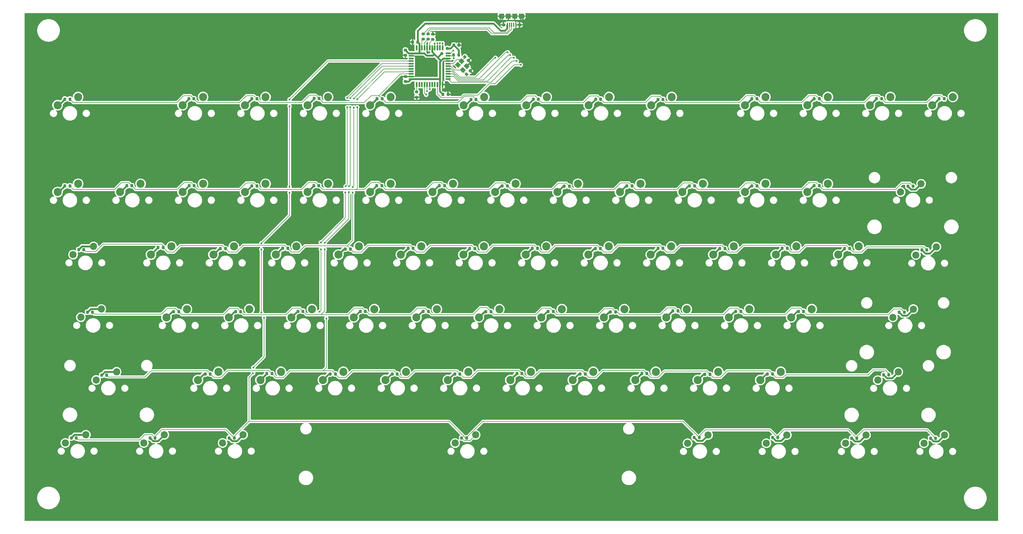
<source format=gbr>
%TF.GenerationSoftware,KiCad,Pcbnew,8.0.3*%
%TF.CreationDate,2024-06-29T11:43:36-07:00*%
%TF.ProjectId,CustomKeyboard,43757374-6f6d-44b6-9579-626f6172642e,rev?*%
%TF.SameCoordinates,Original*%
%TF.FileFunction,Copper,L2,Bot*%
%TF.FilePolarity,Positive*%
%FSLAX46Y46*%
G04 Gerber Fmt 4.6, Leading zero omitted, Abs format (unit mm)*
G04 Created by KiCad (PCBNEW 8.0.3) date 2024-06-29 11:43:36*
%MOMM*%
%LPD*%
G01*
G04 APERTURE LIST*
G04 Aperture macros list*
%AMRoundRect*
0 Rectangle with rounded corners*
0 $1 Rounding radius*
0 $2 $3 $4 $5 $6 $7 $8 $9 X,Y pos of 4 corners*
0 Add a 4 corners polygon primitive as box body*
4,1,4,$2,$3,$4,$5,$6,$7,$8,$9,$2,$3,0*
0 Add four circle primitives for the rounded corners*
1,1,$1+$1,$2,$3*
1,1,$1+$1,$4,$5*
1,1,$1+$1,$6,$7*
1,1,$1+$1,$8,$9*
0 Add four rect primitives between the rounded corners*
20,1,$1+$1,$2,$3,$4,$5,0*
20,1,$1+$1,$4,$5,$6,$7,0*
20,1,$1+$1,$6,$7,$8,$9,0*
20,1,$1+$1,$8,$9,$2,$3,0*%
%AMRotRect*
0 Rectangle, with rotation*
0 The origin of the aperture is its center*
0 $1 length*
0 $2 width*
0 $3 Rotation angle, in degrees counterclockwise*
0 Add horizontal line*
21,1,$1,$2,0,0,$3*%
G04 Aperture macros list end*
%TA.AperFunction,ComponentPad*%
%ADD10C,2.500000*%
%TD*%
%TA.AperFunction,SMDPad,CuDef*%
%ADD11RoundRect,0.218750X0.218750X0.256250X-0.218750X0.256250X-0.218750X-0.256250X0.218750X-0.256250X0*%
%TD*%
%TA.AperFunction,ComponentPad*%
%ADD12C,2.200000*%
%TD*%
%TA.AperFunction,SMDPad,CuDef*%
%ADD13RoundRect,0.225000X0.250000X-0.225000X0.250000X0.225000X-0.250000X0.225000X-0.250000X-0.225000X0*%
%TD*%
%TA.AperFunction,SMDPad,CuDef*%
%ADD14RoundRect,0.225000X0.335876X0.017678X0.017678X0.335876X-0.335876X-0.017678X-0.017678X-0.335876X0*%
%TD*%
%TA.AperFunction,SMDPad,CuDef*%
%ADD15R,0.400000X1.350000*%
%TD*%
%TA.AperFunction,ComponentPad*%
%ADD16O,0.890000X1.550000*%
%TD*%
%TA.AperFunction,SMDPad,CuDef*%
%ADD17R,1.200000X1.550000*%
%TD*%
%TA.AperFunction,ComponentPad*%
%ADD18O,1.250000X0.950000*%
%TD*%
%TA.AperFunction,SMDPad,CuDef*%
%ADD19R,1.500000X1.550000*%
%TD*%
%TA.AperFunction,SMDPad,CuDef*%
%ADD20RoundRect,0.225000X0.225000X0.250000X-0.225000X0.250000X-0.225000X-0.250000X0.225000X-0.250000X0*%
%TD*%
%TA.AperFunction,SMDPad,CuDef*%
%ADD21RoundRect,0.225000X-0.017678X0.335876X-0.335876X0.017678X0.017678X-0.335876X0.335876X-0.017678X0*%
%TD*%
%TA.AperFunction,SMDPad,CuDef*%
%ADD22RoundRect,0.225000X-0.250000X0.225000X-0.250000X-0.225000X0.250000X-0.225000X0.250000X0.225000X0*%
%TD*%
%TA.AperFunction,SMDPad,CuDef*%
%ADD23RoundRect,0.225000X-0.225000X-0.250000X0.225000X-0.250000X0.225000X0.250000X-0.225000X0.250000X0*%
%TD*%
%TA.AperFunction,SMDPad,CuDef*%
%ADD24RoundRect,0.200000X0.275000X-0.200000X0.275000X0.200000X-0.275000X0.200000X-0.275000X-0.200000X0*%
%TD*%
%TA.AperFunction,SMDPad,CuDef*%
%ADD25R,0.550000X1.500000*%
%TD*%
%TA.AperFunction,SMDPad,CuDef*%
%ADD26R,1.500000X0.550000*%
%TD*%
%TA.AperFunction,SMDPad,CuDef*%
%ADD27RoundRect,0.200000X-0.275000X0.200000X-0.275000X-0.200000X0.275000X-0.200000X0.275000X0.200000X0*%
%TD*%
%TA.AperFunction,SMDPad,CuDef*%
%ADD28RotRect,1.400000X1.200000X315.000000*%
%TD*%
%TA.AperFunction,SMDPad,CuDef*%
%ADD29RoundRect,0.200000X0.200000X0.275000X-0.200000X0.275000X-0.200000X-0.275000X0.200000X-0.275000X0*%
%TD*%
%TA.AperFunction,ViaPad*%
%ADD30C,0.600000*%
%TD*%
%TA.AperFunction,ViaPad*%
%ADD31C,1.000000*%
%TD*%
%TA.AperFunction,Conductor*%
%ADD32C,0.200000*%
%TD*%
%TA.AperFunction,Conductor*%
%ADD33C,0.600000*%
%TD*%
%TA.AperFunction,Conductor*%
%ADD34C,0.500000*%
%TD*%
G04 APERTURE END LIST*
D10*
%TO.P,SW_M1,1,1*%
%TO.N,Net-(D11-A)*%
X197940000Y-128560000D03*
%TO.P,SW_M1,2,2*%
%TO.N,col7*%
X204290000Y-126020000D03*
%TD*%
D11*
%TO.P,D45,1,K*%
%TO.N,row5*%
X119387500Y-41400000D03*
%TO.P,D45,2,A*%
%TO.N,Net-(D45-A)*%
X117812500Y-41400000D03*
%TD*%
D10*
%TO.P,SW_F10,1,1*%
%TO.N,Net-(D52-A)*%
X270590000Y-43460000D03*
%TO.P,SW_F10,2,2*%
%TO.N,col11*%
X276940000Y-40920000D03*
%TD*%
%TO.P,SW_F4,1,1*%
%TO.N,Net-(D46-A)*%
X135140000Y-43460000D03*
%TO.P,SW_F4,2,2*%
%TO.N,col5*%
X141490000Y-40920000D03*
%TD*%
D12*
%TO.P,SW_LALT1,1,1*%
%TO.N,Net-(D19-A)*%
X95840000Y-145520000D03*
%TO.P,SW_LALT1,2,2*%
%TO.N,col2*%
X89490000Y-148060000D03*
%TD*%
D10*
%TO.P,SW_0,1,1*%
%TO.N,Net-(D38-A)*%
X231890000Y-70360000D03*
%TO.P,SW_0,2,2*%
%TO.N,col10*%
X238240000Y-67820000D03*
%TD*%
D11*
%TO.P,D21,1,K*%
%TO.N,row0*%
X165075000Y-146500000D03*
%TO.P,D21,2,A*%
%TO.N,Net-(D21-A)*%
X163500000Y-146500000D03*
%TD*%
%TO.P,D13,1,K*%
%TO.N,row1*%
X240387500Y-126800000D03*
%TO.P,D13,2,A*%
%TO.N,Net-(D13-A)*%
X238812500Y-126800000D03*
%TD*%
D10*
%TO.P,SW_U1,1,1*%
%TO.N,Net-(D62-A)*%
X183390000Y-89760000D03*
%TO.P,SW_U1,2,2*%
%TO.N,col7*%
X189740000Y-87220000D03*
%TD*%
D11*
%TO.P,D39,1,K*%
%TO.N,row4*%
X254987500Y-68500000D03*
%TO.P,D39,2,A*%
%TO.N,Net-(D39-A)*%
X253412500Y-68500000D03*
%TD*%
%TO.P,D67,1,K*%
%TO.N,row3*%
X283687500Y-87900000D03*
%TO.P,D67,2,A*%
%TO.N,Net-(D67-A)*%
X282112500Y-87900000D03*
%TD*%
D10*
%TO.P,SW_F6,1,1*%
%TO.N,Net-(D48-A)*%
X183515000Y-43460000D03*
%TO.P,SW_F6,2,2*%
%TO.N,col7*%
X189865000Y-40920000D03*
%TD*%
%TO.P,SW_\u002C1,1,1*%
%TO.N,Net-(D12-A)*%
X217290000Y-128560000D03*
%TO.P,SW_\u002C1,2,2*%
%TO.N,col8*%
X223640000Y-126020000D03*
%TD*%
D11*
%TO.P,D53,1,K*%
%TO.N,row5*%
X293587500Y-41500000D03*
%TO.P,D53,2,A*%
%TO.N,Net-(D53-A)*%
X292012500Y-41500000D03*
%TD*%
D10*
%TO.P,SW_[1,1,1*%
%TO.N,Net-(D66-A)*%
X260790000Y-89760000D03*
%TO.P,SW_[1,2,2*%
%TO.N,col11*%
X267140000Y-87220000D03*
%TD*%
D11*
%TO.P,D54,1,K*%
%TO.N,row5*%
X312987500Y-41500000D03*
%TO.P,D54,2,A*%
%TO.N,Net-(D54-A)*%
X311412500Y-41500000D03*
%TD*%
D13*
%TO.P,C3,1*%
%TO.N,VCC*%
X146100000Y-36175000D03*
%TO.P,C3,2*%
%TO.N,GND*%
X146100000Y-34625000D03*
%TD*%
D11*
%TO.P,D3,1,K*%
%TO.N,row1*%
X85687500Y-126700000D03*
%TO.P,D3,2,A*%
%TO.N,Net-(D3-A)*%
X84112500Y-126700000D03*
%TD*%
D10*
%TO.P,SW_H1,1,1*%
%TO.N,Net-(D75-A)*%
X168840000Y-109160000D03*
%TO.P,SW_H1,2,2*%
%TO.N,col6*%
X175190000Y-106620000D03*
%TD*%
D11*
%TO.P,D23,1,K*%
%TO.N,row0*%
X261387500Y-146400000D03*
%TO.P,D23,2,A*%
%TO.N,Net-(D23-A)*%
X259812500Y-146400000D03*
%TD*%
%TO.P,D48,1,K*%
%TO.N,row5*%
X187287500Y-41600000D03*
%TO.P,D48,2,A*%
%TO.N,Net-(D48-A)*%
X185712500Y-41600000D03*
%TD*%
D10*
%TO.P,SW_P1,1,1*%
%TO.N,Net-(D65-A)*%
X241440000Y-89760000D03*
%TO.P,SW_P1,2,2*%
%TO.N,col10*%
X247790000Y-87220000D03*
%TD*%
D11*
%TO.P,D26,1,K*%
%TO.N,row0*%
X310287500Y-146600000D03*
%TO.P,D26,2,A*%
%TO.N,Net-(D26-A)*%
X308712500Y-146600000D03*
%TD*%
%TO.P,D73,1,K*%
%TO.N,row2*%
X133687500Y-107300000D03*
%TO.P,D73,2,A*%
%TO.N,Net-(D73-A)*%
X132112500Y-107300000D03*
%TD*%
%TO.P,D49,1,K*%
%TO.N,row5*%
X206587500Y-41600000D03*
%TO.P,D49,2,A*%
%TO.N,Net-(D49-A)*%
X205012500Y-41600000D03*
%TD*%
D14*
%TO.P,C2,1*%
%TO.N,GND*%
X165600000Y-29600000D03*
%TO.P,C2,2*%
%TO.N,Net-(U1-XTAL2)*%
X164503984Y-28503984D03*
%TD*%
D11*
%TO.P,D51,1,K*%
%TO.N,row5*%
X254987500Y-41500000D03*
%TO.P,D51,2,A*%
%TO.N,Net-(D51-A)*%
X253412500Y-41500000D03*
%TD*%
D10*
%TO.P,SW_F5,1,1*%
%TO.N,Net-(D47-A)*%
X164165000Y-43460000D03*
%TO.P,SW_F5,2,2*%
%TO.N,col6*%
X170515000Y-40920000D03*
%TD*%
%TO.P,SW_L1,1,1*%
%TO.N,Net-(D78-A)*%
X226890000Y-109160000D03*
%TO.P,SW_L1,2,2*%
%TO.N,col9*%
X233240000Y-106620000D03*
%TD*%
D11*
%TO.P,D59,1,K*%
%TO.N,row3*%
X129087500Y-88000000D03*
%TO.P,D59,2,A*%
%TO.N,Net-(D59-A)*%
X127512500Y-88000000D03*
%TD*%
%TO.P,D46,1,K*%
%TO.N,row5*%
X138887500Y-41500000D03*
%TO.P,D46,2,A*%
%TO.N,Net-(D46-A)*%
X137312500Y-41500000D03*
%TD*%
D15*
%TO.P,J1,1,VBUS*%
%TO.N,VCC*%
X177675000Y-18600000D03*
%TO.P,J1,2,D-*%
%TO.N,/D-*%
X178325000Y-18600000D03*
%TO.P,J1,3,D+*%
%TO.N,/D+*%
X178975000Y-18600000D03*
%TO.P,J1,4,ID*%
%TO.N,unconnected-(J1-ID-Pad4)*%
X179625000Y-18600000D03*
%TO.P,J1,5,GND*%
%TO.N,GND*%
X180275000Y-18600000D03*
D16*
%TO.P,J1,6,Shield*%
X175475000Y-15900000D03*
D17*
X176075000Y-15900000D03*
D18*
X176475000Y-18600000D03*
D19*
X177975000Y-15900000D03*
X179975000Y-15900000D03*
D18*
X181475000Y-18600000D03*
D17*
X181875000Y-15900000D03*
D16*
X182475000Y-15900000D03*
%TD*%
D11*
%TO.P,D62,1,K*%
%TO.N,row3*%
X186987500Y-87800000D03*
%TO.P,D62,2,A*%
%TO.N,Net-(D62-A)*%
X185412500Y-87800000D03*
%TD*%
D10*
%TO.P,SW_I1,1,1*%
%TO.N,Net-(D63-A)*%
X202740000Y-89760000D03*
%TO.P,SW_I1,2,2*%
%TO.N,col8*%
X209090000Y-87220000D03*
%TD*%
D11*
%TO.P,D47,1,K*%
%TO.N,row5*%
X167987500Y-41700000D03*
%TO.P,D47,2,A*%
%TO.N,Net-(D47-A)*%
X166412500Y-41700000D03*
%TD*%
%TO.P,D20,1,K*%
%TO.N,row4*%
X119287500Y-68400000D03*
%TO.P,D20,2,A*%
%TO.N,Net-(D20-A)*%
X117712500Y-68400000D03*
%TD*%
D10*
%TO.P,SW_A1,1,1*%
%TO.N,Net-(D70-A)*%
X72090000Y-109160000D03*
%TO.P,SW_A1,2,2*%
%TO.N,col1*%
X78440000Y-106620000D03*
%TD*%
%TO.P,SW_F8,1,1*%
%TO.N,Net-(D50-A)*%
X222215000Y-43460000D03*
%TO.P,SW_F8,2,2*%
%TO.N,col9*%
X228565000Y-40920000D03*
%TD*%
D12*
%TO.P,SW_SPACE1,1,1*%
%TO.N,Net-(D21-A)*%
X167840000Y-145562500D03*
%TO.P,SW_SPACE1,2,2*%
%TO.N,col5*%
X161490000Y-148102500D03*
%TD*%
D10*
%TO.P,SW_W1,1,1*%
%TO.N,Net-(D57-A)*%
X86640000Y-89760000D03*
%TO.P,SW_W1,2,2*%
%TO.N,col2*%
X92990000Y-87220000D03*
%TD*%
D11*
%TO.P,D10,1,K*%
%TO.N,row4*%
X80687500Y-68400000D03*
%TO.P,D10,2,A*%
%TO.N,Net-(D10-A)*%
X79112500Y-68400000D03*
%TD*%
%TO.P,D16,1,K*%
%TO.N,row1*%
X295787500Y-127000000D03*
%TO.P,D16,2,A*%
%TO.N,Net-(D16-A)*%
X294212500Y-127000000D03*
%TD*%
D10*
%TO.P,SW_V1,1,1*%
%TO.N,Net-(D7-A)*%
X139890000Y-128560000D03*
%TO.P,SW_V1,2,2*%
%TO.N,col4*%
X146240000Y-126020000D03*
%TD*%
%TO.P,SW_ESC1,1,1*%
%TO.N,Net-(D42-A)*%
X38390000Y-43460000D03*
%TO.P,SW_ESC1,2,2*%
%TO.N,col0*%
X44740000Y-40920000D03*
%TD*%
%TO.P,SW_6,1,1*%
%TO.N,Net-(D31-A)*%
X154490000Y-70360000D03*
%TO.P,SW_6,2,2*%
%TO.N,col6*%
X160840000Y-67820000D03*
%TD*%
D11*
%TO.P,D75,1,K*%
%TO.N,row2*%
X172587500Y-107400000D03*
%TO.P,D75,2,A*%
%TO.N,Net-(D75-A)*%
X171012500Y-107400000D03*
%TD*%
D10*
%TO.P,SW_N1,1,1*%
%TO.N,Net-(D9-A)*%
X178590000Y-128560000D03*
%TO.P,SW_N1,2,2*%
%TO.N,col6*%
X184940000Y-126020000D03*
%TD*%
D11*
%TO.P,D9,1,K*%
%TO.N,row1*%
X182187500Y-126600000D03*
%TO.P,D9,2,A*%
%TO.N,Net-(D9-A)*%
X180612500Y-126600000D03*
%TD*%
%TO.P,D58,1,K*%
%TO.N,row3*%
X109675000Y-87800000D03*
%TO.P,D58,2,A*%
%TO.N,Net-(D58-A)*%
X108100000Y-87800000D03*
%TD*%
D10*
%TO.P,SW_4,1,1*%
%TO.N,Net-(D20-A)*%
X115790000Y-70360000D03*
%TO.P,SW_4,2,2*%
%TO.N,col4*%
X122140000Y-67820000D03*
%TD*%
D11*
%TO.P,D15,1,K*%
%TO.N,row1*%
X259787500Y-126700000D03*
%TO.P,D15,2,A*%
%TO.N,Net-(D15-A)*%
X258212500Y-126700000D03*
%TD*%
D12*
%TO.P,SW_LCTRL1,1,1*%
%TO.N,Net-(D17-A)*%
X47140000Y-145520000D03*
%TO.P,SW_LCTRL1,2,2*%
%TO.N,col0*%
X40790000Y-148060000D03*
%TD*%
%TO.P,SW_RCTRL1,1,1*%
%TO.N,Net-(D26-A)*%
X313040000Y-145620000D03*
%TO.P,SW_RCTRL1,2,2*%
%TO.N,col13*%
X306690000Y-148160000D03*
%TD*%
D10*
%TO.P,SW_F7,1,1*%
%TO.N,Net-(D49-A)*%
X202865000Y-43460000D03*
%TO.P,SW_F7,2,2*%
%TO.N,col8*%
X209215000Y-40920000D03*
%TD*%
D12*
%TO.P,SW_TAB1,1,1*%
%TO.N,Net-(D55-A)*%
X49540000Y-87220000D03*
%TO.P,SW_TAB1,2,2*%
%TO.N,col0*%
X43190000Y-89760000D03*
%TD*%
D20*
%TO.P,C6,2*%
%TO.N,GND*%
X148325000Y-23900000D03*
%TO.P,C6,1*%
%TO.N,VCC*%
X149875000Y-23900000D03*
%TD*%
D10*
%TO.P,SW_FKEY1,1,1*%
%TO.N,Net-(D73-A)*%
X130140000Y-109160000D03*
%TO.P,SW_FKEY1,2,2*%
%TO.N,col4*%
X136490000Y-106620000D03*
%TD*%
D11*
%TO.P,D66,1,K*%
%TO.N,row3*%
X264375000Y-87800000D03*
%TO.P,D66,2,A*%
%TO.N,Net-(D66-A)*%
X262800000Y-87800000D03*
%TD*%
D12*
%TO.P,SW_RALT1,1,1*%
%TO.N,Net-(D22-A)*%
X239840000Y-145620000D03*
%TO.P,SW_RALT1,2,2*%
%TO.N,col8*%
X233490000Y-148160000D03*
%TD*%
D11*
%TO.P,D65,1,K*%
%TO.N,row3*%
X245087500Y-87900000D03*
%TO.P,D65,2,A*%
%TO.N,Net-(D65-A)*%
X243512500Y-87900000D03*
%TD*%
D21*
%TO.P,C1,1*%
%TO.N,GND*%
X166148008Y-32851992D03*
%TO.P,C1,2*%
%TO.N,Net-(U1-XTAL1)*%
X165051992Y-33948008D03*
%TD*%
D10*
%TO.P,SW_.1,1,1*%
%TO.N,Net-(D13-A)*%
X236640000Y-128560000D03*
%TO.P,SW_.1,2,2*%
%TO.N,col9*%
X242990000Y-126020000D03*
%TD*%
D11*
%TO.P,D1,1,K*%
%TO.N,row4*%
X42187500Y-68500000D03*
%TO.P,D1,2,A*%
%TO.N,Net-(D1-A)*%
X40612500Y-68500000D03*
%TD*%
D22*
%TO.P,C7,1*%
%TO.N,VCC*%
X146100000Y-26425000D03*
%TO.P,C7,2*%
%TO.N,GND*%
X146100000Y-27975000D03*
%TD*%
D10*
%TO.P,SW_F9,1,1*%
%TO.N,Net-(D51-A)*%
X251240000Y-43460000D03*
%TO.P,SW_F9,2,2*%
%TO.N,col10*%
X257590000Y-40920000D03*
%TD*%
D12*
%TO.P,SW_BACK1,1,1*%
%TO.N,Net-(D41-A)*%
X305820000Y-67820000D03*
%TO.P,SW_BACK1,2,2*%
%TO.N,col13*%
X299470000Y-70360000D03*
%TD*%
D10*
%TO.P,SW_7,1,1*%
%TO.N,Net-(D35-A)*%
X173840000Y-70360000D03*
%TO.P,SW_7,2,2*%
%TO.N,col7*%
X180190000Y-67820000D03*
%TD*%
%TO.P,SW_/1,1,1*%
%TO.N,Net-(D15-A)*%
X255990000Y-128560000D03*
%TO.P,SW_/1,2,2*%
%TO.N,col10*%
X262340000Y-126020000D03*
%TD*%
D11*
%TO.P,D14,1,K*%
%TO.N,row4*%
X100087500Y-68500000D03*
%TO.P,D14,2,A*%
%TO.N,Net-(D14-A)*%
X98512500Y-68500000D03*
%TD*%
D10*
%TO.P,SW_F1,1,1*%
%TO.N,Net-(D43-A)*%
X77090000Y-43460000D03*
%TO.P,SW_F1,2,2*%
%TO.N,col2*%
X83440000Y-40920000D03*
%TD*%
%TO.P,SW_S1,1,1*%
%TO.N,Net-(D71-A)*%
X91440000Y-109160000D03*
%TO.P,SW_S1,2,2*%
%TO.N,col2*%
X97790000Y-106620000D03*
%TD*%
%TO.P,SW_F3,1,1*%
%TO.N,Net-(D45-A)*%
X115790000Y-43460000D03*
%TO.P,SW_F3,2,2*%
%TO.N,col4*%
X122140000Y-40920000D03*
%TD*%
D11*
%TO.P,D25,1,K*%
%TO.N,row4*%
X138787500Y-68400000D03*
%TO.P,D25,2,A*%
%TO.N,Net-(D25-A)*%
X137212500Y-68400000D03*
%TD*%
%TO.P,D71,1,K*%
%TO.N,row2*%
X95087500Y-107400000D03*
%TO.P,D71,2,A*%
%TO.N,Net-(D71-A)*%
X93512500Y-107400000D03*
%TD*%
D12*
%TO.P,SW_CAPS1,1,1*%
%TO.N,Net-(D69-A)*%
X51920000Y-106600000D03*
%TO.P,SW_CAPS1,2,2*%
%TO.N,col0*%
X45570000Y-109140000D03*
%TD*%
D11*
%TO.P,D37,1,K*%
%TO.N,row4*%
X216287500Y-68500000D03*
%TO.P,D37,2,A*%
%TO.N,Net-(D37-A)*%
X214712500Y-68500000D03*
%TD*%
D10*
%TO.P,SW_3,1,1*%
%TO.N,Net-(D14-A)*%
X96440000Y-70360000D03*
%TO.P,SW_3,2,2*%
%TO.N,col3*%
X102790000Y-67820000D03*
%TD*%
D23*
%TO.P,C4,1*%
%TO.N,VCC*%
X157721000Y-40132000D03*
%TO.P,C4,2*%
%TO.N,GND*%
X159271000Y-40132000D03*
%TD*%
D11*
%TO.P,D81,1,K*%
%TO.N,row2*%
X300587500Y-107600000D03*
%TO.P,D81,2,A*%
%TO.N,Net-(D81-A)*%
X299012500Y-107600000D03*
%TD*%
D24*
%TO.P,R13,1*%
%TO.N,Net-(U1-D-)*%
X151600000Y-23025000D03*
%TO.P,R13,2*%
%TO.N,/D-*%
X151600000Y-21375000D03*
%TD*%
D11*
%TO.P,D42,1,K*%
%TO.N,row5*%
X42187500Y-41600000D03*
%TO.P,D42,2,A*%
%TO.N,Net-(D42-A)*%
X40612500Y-41600000D03*
%TD*%
D25*
%TO.P,U1,1,PE6*%
%TO.N,unconnected-(U1-PE6-Pad1)*%
X149600000Y-25700000D03*
%TO.P,U1,2,UVCC*%
%TO.N,VCC*%
X150400000Y-25700000D03*
%TO.P,U1,3,D-*%
%TO.N,Net-(U1-D-)*%
X151200000Y-25700000D03*
%TO.P,U1,4,D+*%
%TO.N,Net-(U1-D+)*%
X152000000Y-25700000D03*
%TO.P,U1,5,UGND*%
%TO.N,GND*%
X152800000Y-25700000D03*
%TO.P,U1,6,UCAP*%
%TO.N,Net-(U1-UCAP)*%
X153600000Y-25700000D03*
%TO.P,U1,7,VBUS*%
%TO.N,VCC*%
X154400000Y-25700000D03*
%TO.P,U1,8,PB0*%
%TO.N,col0*%
X155200000Y-25700000D03*
%TO.P,U1,9,PB1*%
%TO.N,col1*%
X156000000Y-25700000D03*
%TO.P,U1,10,PB2*%
%TO.N,col2*%
X156800000Y-25700000D03*
%TO.P,U1,11,PB3*%
%TO.N,col3*%
X157600000Y-25700000D03*
D26*
%TO.P,U1,12,PB7*%
%TO.N,col7*%
X159300000Y-27400000D03*
%TO.P,U1,13,~{RESET}*%
%TO.N,Net-(U1-~{RESET})*%
X159300000Y-28200000D03*
%TO.P,U1,14,VCC*%
%TO.N,VCC*%
X159300000Y-29000000D03*
%TO.P,U1,15,GND*%
%TO.N,GND*%
X159300000Y-29800000D03*
%TO.P,U1,16,XTAL2*%
%TO.N,Net-(U1-XTAL2)*%
X159300000Y-30600000D03*
%TO.P,U1,17,XTAL1*%
%TO.N,Net-(U1-XTAL1)*%
X159300000Y-31400000D03*
%TO.P,U1,18,PD0*%
%TO.N,col8*%
X159300000Y-32200000D03*
%TO.P,U1,19,PD1*%
%TO.N,col9*%
X159300000Y-33000000D03*
%TO.P,U1,20,PD2*%
%TO.N,col10*%
X159300000Y-33800000D03*
%TO.P,U1,21,PD3*%
%TO.N,col11*%
X159300000Y-34600000D03*
%TO.P,U1,22,PD5*%
%TO.N,col13*%
X159300000Y-35400000D03*
D25*
%TO.P,U1,23,GND*%
%TO.N,GND*%
X157600000Y-37100000D03*
%TO.P,U1,24,AVCC*%
%TO.N,VCC*%
X156800000Y-37100000D03*
%TO.P,U1,25,PD4*%
%TO.N,col12*%
X156000000Y-37100000D03*
%TO.P,U1,26,PD6*%
%TO.N,unconnected-(U1-PD6-Pad26)*%
X155200000Y-37100000D03*
%TO.P,U1,27,PD7*%
%TO.N,unconnected-(U1-PD7-Pad27)*%
X154400000Y-37100000D03*
%TO.P,U1,28,PB4*%
%TO.N,col4*%
X153600000Y-37100000D03*
%TO.P,U1,29,PB5*%
%TO.N,col5*%
X152800000Y-37100000D03*
%TO.P,U1,30,PB6*%
%TO.N,col6*%
X152000000Y-37100000D03*
%TO.P,U1,31,PC6*%
%TO.N,unconnected-(U1-PC6-Pad31)*%
X151200000Y-37100000D03*
%TO.P,U1,32,PC7*%
%TO.N,unconnected-(U1-PC7-Pad32)*%
X150400000Y-37100000D03*
%TO.P,U1,33,~{HWB}/PE2*%
%TO.N,Net-(U1-~{HWB}{slash}PE2)*%
X149600000Y-37100000D03*
D26*
%TO.P,U1,34,VCC*%
%TO.N,VCC*%
X147900000Y-35400000D03*
%TO.P,U1,35,GND*%
%TO.N,GND*%
X147900000Y-34600000D03*
%TO.P,U1,36,PF7*%
%TO.N,row5*%
X147900000Y-33800000D03*
%TO.P,U1,37,PF6*%
%TO.N,row4*%
X147900000Y-33000000D03*
%TO.P,U1,38,PF5*%
%TO.N,row3*%
X147900000Y-32200000D03*
%TO.P,U1,39,PF4*%
%TO.N,row2*%
X147900000Y-31400000D03*
%TO.P,U1,40,PF1*%
%TO.N,row1*%
X147900000Y-30600000D03*
%TO.P,U1,41,PF0*%
%TO.N,row0*%
X147900000Y-29800000D03*
%TO.P,U1,42,AREF*%
%TO.N,unconnected-(U1-AREF-Pad42)*%
X147900000Y-29000000D03*
%TO.P,U1,43,GND*%
%TO.N,GND*%
X147900000Y-28200000D03*
%TO.P,U1,44,AVCC*%
%TO.N,VCC*%
X147900000Y-27400000D03*
%TD*%
D11*
%TO.P,D63,1,K*%
%TO.N,row3*%
X206487500Y-87900000D03*
%TO.P,D63,2,A*%
%TO.N,Net-(D63-A)*%
X204912500Y-87900000D03*
%TD*%
D12*
%TO.P,SW_ENTER1,1,1*%
%TO.N,Net-(D81-A)*%
X303420000Y-106620000D03*
%TO.P,SW_ENTER1,2,2*%
%TO.N,col13*%
X297070000Y-109160000D03*
%TD*%
D11*
%TO.P,D11,1,K*%
%TO.N,row1*%
X201775000Y-126700000D03*
%TO.P,D11,2,A*%
%TO.N,Net-(D11-A)*%
X200200000Y-126700000D03*
%TD*%
%TO.P,D64,1,K*%
%TO.N,row3*%
X225887500Y-87800000D03*
%TO.P,D64,2,A*%
%TO.N,Net-(D64-A)*%
X224312500Y-87800000D03*
%TD*%
D10*
%TO.P,SW_-1,1,1*%
%TO.N,Net-(D39-A)*%
X251240000Y-70360000D03*
%TO.P,SW_-1,2,2*%
%TO.N,col11*%
X257590000Y-67820000D03*
%TD*%
%TO.P,SW_Q1,1,1*%
%TO.N,Net-(D56-A)*%
X67290000Y-89760000D03*
%TO.P,SW_Q1,2,2*%
%TO.N,col1*%
X73640000Y-87220000D03*
%TD*%
D11*
%TO.P,D38,1,K*%
%TO.N,row4*%
X235687500Y-68500000D03*
%TO.P,D38,2,A*%
%TO.N,Net-(D38-A)*%
X234112500Y-68500000D03*
%TD*%
D10*
%TO.P,SW_1,1,1*%
%TO.N,Net-(D5-A)*%
X57740000Y-70360000D03*
%TO.P,SW_1,2,2*%
%TO.N,col1*%
X64090000Y-67820000D03*
%TD*%
%TO.P,SW_E1,1,1*%
%TO.N,Net-(D58-A)*%
X105990000Y-89760000D03*
%TO.P,SW_E1,2,2*%
%TO.N,col3*%
X112340000Y-87220000D03*
%TD*%
D11*
%TO.P,D68,1,K*%
%TO.N,row3*%
X307587500Y-88300000D03*
%TO.P,D68,2,A*%
%TO.N,Net-(D68-A)*%
X306012500Y-88300000D03*
%TD*%
%TO.P,D18,1,K*%
%TO.N,row0*%
X68587500Y-146500000D03*
%TO.P,D18,2,A*%
%TO.N,Net-(D18-A)*%
X67012500Y-146500000D03*
%TD*%
%TO.P,D76,1,K*%
%TO.N,row2*%
X191887500Y-107300000D03*
%TO.P,D76,2,A*%
%TO.N,Net-(D76-A)*%
X190312500Y-107300000D03*
%TD*%
D12*
%TO.P,SW_LWIN1,1,1*%
%TO.N,Net-(D18-A)*%
X71440000Y-145520000D03*
%TO.P,SW_LWIN1,2,2*%
%TO.N,col1*%
X65090000Y-148060000D03*
%TD*%
D11*
%TO.P,D17,1,K*%
%TO.N,row0*%
X44187500Y-146500000D03*
%TO.P,D17,2,A*%
%TO.N,Net-(D17-A)*%
X42612500Y-146500000D03*
%TD*%
%TO.P,D60,1,K*%
%TO.N,row3*%
X148487500Y-87800000D03*
%TO.P,D60,2,A*%
%TO.N,Net-(D60-A)*%
X146912500Y-87800000D03*
%TD*%
%TO.P,D72,1,K*%
%TO.N,row2*%
X114375000Y-107300000D03*
%TO.P,D72,2,A*%
%TO.N,Net-(D72-A)*%
X112800000Y-107300000D03*
%TD*%
%TO.P,D52,1,K*%
%TO.N,row5*%
X274287500Y-41500000D03*
%TO.P,D52,2,A*%
%TO.N,Net-(D52-A)*%
X272712500Y-41500000D03*
%TD*%
%TO.P,D6,1,K*%
%TO.N,row1*%
X124387500Y-126700000D03*
%TO.P,D6,2,A*%
%TO.N,Net-(D6-A)*%
X122812500Y-126700000D03*
%TD*%
%TO.P,D77,1,K*%
%TO.N,row2*%
X211187500Y-107500000D03*
%TO.P,D77,2,A*%
%TO.N,Net-(D77-A)*%
X209612500Y-107500000D03*
%TD*%
D10*
%TO.P,SW_B1,1,1*%
%TO.N,Net-(D8-A)*%
X159240000Y-128560000D03*
%TO.P,SW_B1,2,2*%
%TO.N,col5*%
X165590000Y-126020000D03*
%TD*%
D11*
%TO.P,D43,1,K*%
%TO.N,row5*%
X80587500Y-41500000D03*
%TO.P,D43,2,A*%
%TO.N,Net-(D43-A)*%
X79012500Y-41500000D03*
%TD*%
D10*
%TO.P,SW_T1,1,1*%
%TO.N,Net-(D60-A)*%
X144690000Y-89760000D03*
%TO.P,SW_T1,2,2*%
%TO.N,col5*%
X151040000Y-87220000D03*
%TD*%
D11*
%TO.P,D50,1,K*%
%TO.N,row5*%
X225887500Y-41700000D03*
%TO.P,D50,2,A*%
%TO.N,Net-(D50-A)*%
X224312500Y-41700000D03*
%TD*%
%TO.P,D80,1,K*%
%TO.N,row2*%
X269387500Y-107300000D03*
%TO.P,D80,2,A*%
%TO.N,Net-(D80-A)*%
X267812500Y-107300000D03*
%TD*%
D10*
%TO.P,SW_J1,1,1*%
%TO.N,Net-(D76-A)*%
X188190000Y-109160000D03*
%TO.P,SW_J1,2,2*%
%TO.N,col7*%
X194540000Y-106620000D03*
%TD*%
D11*
%TO.P,D4,1,K*%
%TO.N,row1*%
X104787500Y-126600000D03*
%TO.P,D4,2,A*%
%TO.N,Net-(D4-A)*%
X103212500Y-126600000D03*
%TD*%
%TO.P,D57,1,K*%
%TO.N,row3*%
X90387500Y-87900000D03*
%TO.P,D57,2,A*%
%TO.N,Net-(D57-A)*%
X88812500Y-87900000D03*
%TD*%
%TO.P,D40,1,K*%
%TO.N,row4*%
X274275000Y-68400000D03*
%TO.P,D40,2,A*%
%TO.N,Net-(D40-A)*%
X272700000Y-68400000D03*
%TD*%
D12*
%TO.P,SW_RC1,1,1*%
%TO.N,Net-(D24-A)*%
X288740000Y-145620000D03*
%TO.P,SW_RC1,2,2*%
%TO.N,col12*%
X282390000Y-148160000D03*
%TD*%
D10*
%TO.P,SW_F12,1,1*%
%TO.N,Net-(D54-A)*%
X309290000Y-43460000D03*
%TO.P,SW_F12,2,2*%
%TO.N,col13*%
X315640000Y-40920000D03*
%TD*%
D11*
%TO.P,D5,1,K*%
%TO.N,row4*%
X61375000Y-68400000D03*
%TO.P,D5,2,A*%
%TO.N,Net-(D5-A)*%
X59800000Y-68400000D03*
%TD*%
%TO.P,D22,1,K*%
%TO.N,row0*%
X237087500Y-146400000D03*
%TO.P,D22,2,A*%
%TO.N,Net-(D22-A)*%
X235512500Y-146400000D03*
%TD*%
%TO.P,D41,1,K*%
%TO.N,row4*%
X303287500Y-68600000D03*
%TO.P,D41,2,A*%
%TO.N,Net-(D41-A)*%
X301712500Y-68600000D03*
%TD*%
%TO.P,D69,1,K*%
%TO.N,row2*%
X49187500Y-107600000D03*
%TO.P,D69,2,A*%
%TO.N,Net-(D69-A)*%
X47612500Y-107600000D03*
%TD*%
D10*
%TO.P,SW_'1,1,1*%
%TO.N,Net-(D80-A)*%
X265590000Y-109160000D03*
%TO.P,SW_'1,2,2*%
%TO.N,col11*%
X271940000Y-106620000D03*
%TD*%
%TO.P,SW_9,1,1*%
%TO.N,Net-(D37-A)*%
X212540000Y-70360000D03*
%TO.P,SW_9,2,2*%
%TO.N,col9*%
X218890000Y-67820000D03*
%TD*%
D11*
%TO.P,D36,1,K*%
%TO.N,row4*%
X196887500Y-68600000D03*
%TO.P,D36,2,A*%
%TO.N,Net-(D36-A)*%
X195312500Y-68600000D03*
%TD*%
D10*
%TO.P,SW_8,1,1*%
%TO.N,Net-(D36-A)*%
X193190000Y-70360000D03*
%TO.P,SW_8,2,2*%
%TO.N,col8*%
X199540000Y-67820000D03*
%TD*%
D11*
%TO.P,D35,1,K*%
%TO.N,row4*%
X177687500Y-68500000D03*
%TO.P,D35,2,A*%
%TO.N,Net-(D35-A)*%
X176112500Y-68500000D03*
%TD*%
%TO.P,D12,1,K*%
%TO.N,row1*%
X220887500Y-126600000D03*
%TO.P,D12,2,A*%
%TO.N,Net-(D12-A)*%
X219312500Y-126600000D03*
%TD*%
D10*
%TO.P,SW_5,1,1*%
%TO.N,Net-(D25-A)*%
X135140000Y-70360000D03*
%TO.P,SW_5,2,2*%
%TO.N,col5*%
X141490000Y-67820000D03*
%TD*%
D12*
%TO.P,SW_\u005C1,1,1*%
%TO.N,Net-(D68-A)*%
X310540000Y-87320000D03*
%TO.P,SW_\u005C1,2,2*%
%TO.N,col13*%
X304190000Y-89860000D03*
%TD*%
D10*
%TO.P,SW_O1,1,1*%
%TO.N,Net-(D64-A)*%
X222090000Y-89760000D03*
%TO.P,SW_O1,2,2*%
%TO.N,col9*%
X228440000Y-87220000D03*
%TD*%
D11*
%TO.P,D79,1,K*%
%TO.N,row2*%
X249987500Y-107300000D03*
%TO.P,D79,2,A*%
%TO.N,Net-(D79-A)*%
X248412500Y-107300000D03*
%TD*%
D10*
%TO.P,SW_;1,1,1*%
%TO.N,Net-(D79-A)*%
X246240000Y-109160000D03*
%TO.P,SW_;1,2,2*%
%TO.N,col10*%
X252590000Y-106620000D03*
%TD*%
D11*
%TO.P,D44,1,K*%
%TO.N,row5*%
X100087500Y-41500000D03*
%TO.P,D44,2,A*%
%TO.N,Net-(D44-A)*%
X98512500Y-41500000D03*
%TD*%
D10*
%TO.P,SW_K1,1,1*%
%TO.N,Net-(D77-A)*%
X207540000Y-109160000D03*
%TO.P,SW_K1,2,2*%
%TO.N,col8*%
X213890000Y-106620000D03*
%TD*%
%TO.P,SW_F2,1,1*%
%TO.N,Net-(D44-A)*%
X96440000Y-43460000D03*
%TO.P,SW_F2,2,2*%
%TO.N,col3*%
X102790000Y-40920000D03*
%TD*%
D11*
%TO.P,D55,1,K*%
%TO.N,row3*%
X46487500Y-88200000D03*
%TO.P,D55,2,A*%
%TO.N,Net-(D55-A)*%
X44912500Y-88200000D03*
%TD*%
%TO.P,D56,1,K*%
%TO.N,row3*%
X71087500Y-87500000D03*
%TO.P,D56,2,A*%
%TO.N,Net-(D56-A)*%
X69512500Y-87500000D03*
%TD*%
%TO.P,D2,1,K*%
%TO.N,row1*%
X53587500Y-127100000D03*
%TO.P,D2,2,A*%
%TO.N,Net-(D2-A)*%
X52012500Y-127100000D03*
%TD*%
D27*
%TO.P,R12,1*%
%TO.N,/D+*%
X153100000Y-21375000D03*
%TO.P,R12,2*%
%TO.N,Net-(U1-D+)*%
X153100000Y-23025000D03*
%TD*%
D11*
%TO.P,D24,1,K*%
%TO.N,row0*%
X285887500Y-146600000D03*
%TO.P,D24,2,A*%
%TO.N,Net-(D24-A)*%
X284312500Y-146600000D03*
%TD*%
D12*
%TO.P,SW_RWIN1,1,1*%
%TO.N,Net-(D23-A)*%
X264240000Y-145620000D03*
%TO.P,SW_RWIN1,2,2*%
%TO.N,col10*%
X257890000Y-148160000D03*
%TD*%
D10*
%TO.P,SW_]1,1,1*%
%TO.N,Net-(D67-A)*%
X280140000Y-89760000D03*
%TO.P,SW_]1,2,2*%
%TO.N,col12*%
X286490000Y-87220000D03*
%TD*%
%TO.P,SW_X1,1,1*%
%TO.N,Net-(D4-A)*%
X101190000Y-128560000D03*
%TO.P,SW_X1,2,2*%
%TO.N,col2*%
X107540000Y-126020000D03*
%TD*%
D28*
%TO.P,Y2,1,1*%
%TO.N,Net-(U1-XTAL2)*%
X163487868Y-29856497D03*
%TO.P,Y2,2,2*%
%TO.N,GND*%
X165043503Y-31412132D03*
%TO.P,Y2,3,3*%
%TO.N,Net-(U1-XTAL1)*%
X163912132Y-32543503D03*
%TO.P,Y2,4,4*%
%TO.N,GND*%
X162356497Y-30987868D03*
%TD*%
D11*
%TO.P,D31,1,K*%
%TO.N,row4*%
X158187500Y-68400000D03*
%TO.P,D31,2,A*%
%TO.N,Net-(D31-A)*%
X156612500Y-68400000D03*
%TD*%
D23*
%TO.P,C5,1*%
%TO.N,VCC*%
X161100000Y-24900000D03*
%TO.P,C5,2*%
%TO.N,GND*%
X162650000Y-24900000D03*
%TD*%
D29*
%TO.P,R10,1*%
%TO.N,VCC*%
X162625000Y-27900000D03*
%TO.P,R10,2*%
%TO.N,Net-(U1-~{RESET})*%
X160975000Y-27900000D03*
%TD*%
D10*
%TO.P,SW_G1,1,1*%
%TO.N,Net-(D74-A)*%
X149490000Y-109160000D03*
%TO.P,SW_G1,2,2*%
%TO.N,col5*%
X155840000Y-106620000D03*
%TD*%
D27*
%TO.P,R11,1*%
%TO.N,Net-(U1-~{HWB}{slash}PE2)*%
X149600000Y-39375000D03*
%TO.P,R11,2*%
%TO.N,GND*%
X149600000Y-41025000D03*
%TD*%
D10*
%TO.P,SW_TILDE1,1,1*%
%TO.N,Net-(D1-A)*%
X38390000Y-70360000D03*
%TO.P,SW_TILDE1,2,2*%
%TO.N,col0*%
X44740000Y-67820000D03*
%TD*%
%TO.P,SW_2,1,1*%
%TO.N,Net-(D10-A)*%
X77090000Y-70360000D03*
%TO.P,SW_2,2,2*%
%TO.N,col2*%
X83440000Y-67820000D03*
%TD*%
%TO.P,SW_Y1,1,1*%
%TO.N,Net-(D61-A)*%
X164040000Y-89760000D03*
%TO.P,SW_Y1,2,2*%
%TO.N,col6*%
X170390000Y-87220000D03*
%TD*%
D11*
%TO.P,D78,1,K*%
%TO.N,row2*%
X230487500Y-107200000D03*
%TO.P,D78,2,A*%
%TO.N,Net-(D78-A)*%
X228912500Y-107200000D03*
%TD*%
D10*
%TO.P,SW_D1,1,1*%
%TO.N,Net-(D72-A)*%
X110790000Y-109160000D03*
%TO.P,SW_D1,2,2*%
%TO.N,col3*%
X117140000Y-106620000D03*
%TD*%
%TO.P,SW_C1,1,1*%
%TO.N,Net-(D6-A)*%
X120540000Y-128560000D03*
%TO.P,SW_C1,2,2*%
%TO.N,col3*%
X126890000Y-126020000D03*
%TD*%
%TO.P,SW_=1,1,1*%
%TO.N,Net-(D40-A)*%
X270590000Y-70360000D03*
%TO.P,SW_=1,2,2*%
%TO.N,col12*%
X276940000Y-67820000D03*
%TD*%
%TO.P,SW_Z1,1,1*%
%TO.N,Net-(D3-A)*%
X81840000Y-128560000D03*
%TO.P,SW_Z1,2,2*%
%TO.N,col1*%
X88190000Y-126020000D03*
%TD*%
D11*
%TO.P,D8,1,K*%
%TO.N,row1*%
X162987500Y-126700000D03*
%TO.P,D8,2,A*%
%TO.N,Net-(D8-A)*%
X161412500Y-126700000D03*
%TD*%
D12*
%TO.P,SW_RSHIFT1,1,1*%
%TO.N,Net-(D16-A)*%
X298740000Y-126080000D03*
%TO.P,SW_RSHIFT1,2,2*%
%TO.N,col13*%
X292390000Y-128620000D03*
%TD*%
D11*
%TO.P,D74,1,K*%
%TO.N,row2*%
X153187500Y-107300000D03*
%TO.P,D74,2,A*%
%TO.N,Net-(D74-A)*%
X151612500Y-107300000D03*
%TD*%
%TO.P,D7,1,K*%
%TO.N,row1*%
X143587500Y-126700000D03*
%TO.P,D7,2,A*%
%TO.N,Net-(D7-A)*%
X142012500Y-126700000D03*
%TD*%
%TO.P,D61,1,K*%
%TO.N,row3*%
X167587500Y-87900000D03*
%TO.P,D61,2,A*%
%TO.N,Net-(D61-A)*%
X166012500Y-87900000D03*
%TD*%
D10*
%TO.P,SW_R1,1,1*%
%TO.N,Net-(D59-A)*%
X125340000Y-89760000D03*
%TO.P,SW_R1,2,2*%
%TO.N,col4*%
X131690000Y-87220000D03*
%TD*%
D11*
%TO.P,D19,1,K*%
%TO.N,row0*%
X93087500Y-146500000D03*
%TO.P,D19,2,A*%
%TO.N,Net-(D19-A)*%
X91512500Y-146500000D03*
%TD*%
D22*
%TO.P,C8,1*%
%TO.N,GND*%
X154600000Y-21525000D03*
%TO.P,C8,2*%
%TO.N,Net-(U1-UCAP)*%
X154600000Y-23075000D03*
%TD*%
D10*
%TO.P,SW_F11,1,1*%
%TO.N,Net-(D53-A)*%
X289940000Y-43460000D03*
%TO.P,SW_F11,2,2*%
%TO.N,col12*%
X296290000Y-40920000D03*
%TD*%
D12*
%TO.P,SW_LSHIFT1,1,1*%
%TO.N,Net-(D2-A)*%
X56660000Y-126020000D03*
%TO.P,SW_LSHIFT1,2,2*%
%TO.N,col0*%
X50310000Y-128560000D03*
%TD*%
D11*
%TO.P,D70,1,K*%
%TO.N,row2*%
X75887500Y-107400000D03*
%TO.P,D70,2,A*%
%TO.N,Net-(D70-A)*%
X74312500Y-107400000D03*
%TD*%
D30*
%TO.N,GND*%
X160782000Y-29718000D03*
X161200000Y-37800000D03*
X311000000Y-131500000D03*
X306900000Y-155600000D03*
X287400000Y-155100000D03*
X260400000Y-155700000D03*
X221700000Y-151900000D03*
X238600000Y-154700000D03*
X207900000Y-149600000D03*
X183900000Y-150900000D03*
X150500000Y-150700000D03*
X133000000Y-150400000D03*
X95600000Y-155800000D03*
X73600000Y-157500000D03*
X45100000Y-154600000D03*
X66300000Y-133300000D03*
X85100000Y-137100000D03*
X101300000Y-134000000D03*
X132800000Y-119800000D03*
X124000000Y-136500000D03*
X145400000Y-139400000D03*
X153200000Y-117700000D03*
X160600000Y-136000000D03*
X185800000Y-136100000D03*
X192600000Y-118700000D03*
X203400000Y-136700000D03*
X220200000Y-137900000D03*
X211800000Y-119000000D03*
X229900000Y-119100000D03*
X241300000Y-136600000D03*
X249500000Y-117700000D03*
X272000000Y-134400000D03*
X260000000Y-136600000D03*
X268600000Y-118600000D03*
X287200000Y-134900000D03*
X301300000Y-136000000D03*
X281400000Y-114100000D03*
X289600000Y-113800000D03*
X302500000Y-116700000D03*
X313800000Y-112700000D03*
X306600000Y-77600000D03*
X291000000Y-75400000D03*
X306800000Y-97600000D03*
X277400000Y-97400000D03*
X255400000Y-96200000D03*
X265300000Y-97200000D03*
X255500000Y-77000000D03*
X236400000Y-97000000D03*
X245400000Y-97400000D03*
X235100000Y-77600000D03*
X217100000Y-96800000D03*
X222400000Y-96000000D03*
X217500000Y-77700000D03*
X197100000Y-78300000D03*
X205500000Y-97800000D03*
X184200000Y-96500000D03*
X177000000Y-96500000D03*
X177600000Y-76800000D03*
X158100000Y-97400000D03*
X164300000Y-96700000D03*
X156400000Y-77900000D03*
X139200000Y-78100000D03*
X139300000Y-95800000D03*
X147700000Y-96600000D03*
X128800000Y-97200000D03*
X99600000Y-95800000D03*
X98900000Y-76900000D03*
X80400000Y-95400000D03*
X90300000Y-98100000D03*
X80600000Y-76100000D03*
X60700000Y-96100000D03*
X67900000Y-96300000D03*
X37700000Y-96500000D03*
X47600000Y-96000000D03*
X41000000Y-77300000D03*
X52400000Y-78100000D03*
X60400000Y-77100000D03*
X68800000Y-59200000D03*
X60600000Y-58800000D03*
X90800000Y-59100000D03*
X100700000Y-50000000D03*
X80700000Y-50500000D03*
X42000000Y-50700000D03*
X44200000Y-31800000D03*
X61200000Y-30900000D03*
X79600000Y-31000000D03*
X101300000Y-31700000D03*
X149700000Y-28400000D03*
X151600000Y-29200000D03*
X155400000Y-32000000D03*
X151300000Y-33000000D03*
X152800000Y-33400000D03*
X153100000Y-30600000D03*
X150600000Y-30400000D03*
%TO.N,col12*%
X181800000Y-31000000D03*
%TO.N,col13*%
X180600000Y-29800000D03*
%TO.N,col11*%
X179700000Y-28800000D03*
%TO.N,col10*%
X178500000Y-27900000D03*
%TO.N,col9*%
X177800000Y-27100000D03*
%TO.N,col8*%
X174000000Y-28800000D03*
%TO.N,col6*%
X152524265Y-40224265D03*
%TO.N,col5*%
X152800000Y-39100000D03*
%TO.N,col4*%
X153600000Y-38500000D03*
%TO.N,col3*%
X157600000Y-24300000D03*
%TO.N,col2*%
X156800000Y-24300000D03*
%TO.N,col1*%
X156000000Y-24300000D03*
%TO.N,col0*%
X155200000Y-24400000D03*
%TO.N,GND*%
X127100000Y-83100000D03*
X104000000Y-123100000D03*
X111600000Y-115700000D03*
X106100000Y-103500000D03*
X108000000Y-83500000D03*
X110800000Y-96200000D03*
X117600000Y-77800000D03*
X120800000Y-59900000D03*
X128100000Y-33400000D03*
%TO.N,row0*%
X98900000Y-126500000D03*
X99000000Y-124700000D03*
X102300000Y-109300000D03*
X101500000Y-88100000D03*
X101500000Y-86225000D03*
X110200000Y-70600000D03*
X101500000Y-107700000D03*
X110200000Y-68700000D03*
X110200000Y-41700000D03*
X110200000Y-43800000D03*
%TO.N,row1*%
X121600000Y-109500000D03*
X119500000Y-107400000D03*
X119900000Y-88100000D03*
X127500000Y-70500000D03*
X127600000Y-68600000D03*
X128100000Y-44100000D03*
X128100000Y-41200000D03*
X119900000Y-86000000D03*
%TO.N,row2*%
X121100000Y-88100000D03*
X121100000Y-86100000D03*
X128600000Y-70400000D03*
X128700000Y-68600000D03*
X129000000Y-44100000D03*
X129000000Y-41300000D03*
%TO.N,row3*%
X129800000Y-70500000D03*
X129800000Y-68800000D03*
X130100000Y-44200000D03*
X130200000Y-41400000D03*
%TO.N,row4*%
X131200000Y-44100000D03*
X131200000Y-41600000D03*
%TO.N,GND*%
X157800000Y-30500000D03*
%TO.N,col7*%
X160900000Y-26600000D03*
D31*
%TO.N,VCC*%
X159100000Y-25900000D03*
X157400000Y-27500000D03*
D30*
%TO.N,GND*%
X153000000Y-27300000D03*
X161200000Y-31500000D03*
%TO.N,Net-(U1-~{RESET})*%
X161100000Y-28956000D03*
%TD*%
D32*
%TO.N,/D+*%
X177640686Y-21350000D02*
X178975000Y-20015686D01*
X172900000Y-21350000D02*
X177640686Y-21350000D01*
X171525000Y-19975000D02*
X172900000Y-21350000D01*
X153100000Y-20675000D02*
X153800000Y-19975000D01*
X153800000Y-19975000D02*
X171525000Y-19975000D01*
X153100000Y-21375000D02*
X153100000Y-20675000D01*
%TO.N,/D-*%
X178325000Y-20100000D02*
X178325000Y-18600000D01*
X172000000Y-19500000D02*
X173450000Y-20950000D01*
X153475000Y-19500000D02*
X172000000Y-19500000D01*
X151600000Y-21375000D02*
X153475000Y-19500000D01*
%TO.N,/D+*%
X178975000Y-20015686D02*
X178975000Y-18600000D01*
%TO.N,/D-*%
X173450000Y-20950000D02*
X177475000Y-20950000D01*
X177475000Y-20950000D02*
X178325000Y-20100000D01*
D33*
%TO.N,VCC*%
X177625000Y-19675000D02*
X177625000Y-18575000D01*
X176950000Y-20350000D02*
X177625000Y-19675000D01*
X173400000Y-18200000D02*
X175550000Y-20350000D01*
X152178858Y-18200000D02*
X173400000Y-18200000D01*
X149875000Y-20503858D02*
X152178858Y-18200000D01*
X149875000Y-23900000D02*
X149875000Y-20503858D01*
X175550000Y-20350000D02*
X176950000Y-20350000D01*
D32*
%TO.N,row0*%
X165075000Y-146347601D02*
X170022601Y-141400000D01*
X165075000Y-146500000D02*
X165075000Y-146347601D01*
X170022601Y-141400000D02*
X232087500Y-141400000D01*
X164714686Y-146500000D02*
X165075000Y-146500000D01*
X159614686Y-141400000D02*
X164714686Y-146500000D01*
X97697258Y-141400000D02*
X159614686Y-141400000D01*
%TO.N,Net-(D21-A)*%
X166127500Y-147275000D02*
X167840000Y-145562500D01*
X164275000Y-147275000D02*
X166127500Y-147275000D01*
X163500000Y-146500000D02*
X164275000Y-147275000D01*
%TO.N,GND*%
X165925000Y-30530635D02*
X165925000Y-29925000D01*
X165043503Y-31412132D02*
X165925000Y-30530635D01*
X165925000Y-29925000D02*
X165600000Y-29600000D01*
%TO.N,Net-(U1-~{RESET})*%
X161100000Y-28025000D02*
X160975000Y-27900000D01*
X161100000Y-28956000D02*
X161100000Y-28025000D01*
D34*
%TO.N,VCC*%
X156800000Y-37100000D02*
X156800000Y-39211000D01*
X156800000Y-39211000D02*
X157721000Y-40132000D01*
D32*
%TO.N,col12*%
X157226000Y-41148000D02*
X156000000Y-39922000D01*
X163386315Y-41148000D02*
X157226000Y-41148000D01*
X164209315Y-40325000D02*
X163386315Y-41148000D01*
X156000000Y-39922000D02*
X156000000Y-37100000D01*
X167178186Y-40325000D02*
X164209315Y-40325000D01*
X172100000Y-36813292D02*
X168527292Y-40386000D01*
X167239186Y-40386000D02*
X167178186Y-40325000D01*
X173886708Y-36813292D02*
X172100000Y-36813292D01*
X179700000Y-31000000D02*
X173886708Y-36813292D01*
X168527292Y-40386000D02*
X167239186Y-40386000D01*
X181800000Y-31000000D02*
X179700000Y-31000000D01*
%TO.N,GND*%
X149500000Y-28200000D02*
X149700000Y-28400000D01*
X147900000Y-28200000D02*
X149500000Y-28200000D01*
%TO.N,col13*%
X160313292Y-36413292D02*
X159300000Y-35400000D01*
X172586708Y-36413292D02*
X160313292Y-36413292D01*
X180600000Y-29800000D02*
X179200000Y-29800000D01*
X179200000Y-29800000D02*
X172586708Y-36413292D01*
%TO.N,col11*%
X161062256Y-34600000D02*
X159300000Y-34600000D01*
X171486708Y-36013292D02*
X162475548Y-36013292D01*
X178700000Y-28800000D02*
X171486708Y-36013292D01*
X179700000Y-28800000D02*
X178700000Y-28800000D01*
X162475548Y-36013292D02*
X161062256Y-34600000D01*
%TO.N,col10*%
X160827942Y-33800000D02*
X159300000Y-33800000D01*
X162641234Y-35613292D02*
X160827942Y-33800000D01*
X178000000Y-27900000D02*
X170286708Y-35613292D01*
X170286708Y-35613292D02*
X162641234Y-35613292D01*
X178500000Y-27900000D02*
X178000000Y-27900000D01*
%TO.N,col9*%
X162806920Y-35213292D02*
X160593628Y-33000000D01*
X169086708Y-35213292D02*
X162806920Y-35213292D01*
X160593628Y-33000000D02*
X159300000Y-33000000D01*
X177200000Y-27100000D02*
X169086708Y-35213292D01*
X177800000Y-27100000D02*
X177200000Y-27100000D01*
%TO.N,col8*%
X170400000Y-32200000D02*
X173800000Y-28800000D01*
X162972606Y-34813292D02*
X167786708Y-34813292D01*
X173800000Y-28800000D02*
X174000000Y-28800000D01*
X160359314Y-32200000D02*
X162972606Y-34813292D01*
X167786708Y-34813292D02*
X170400000Y-32200000D01*
X159300000Y-32200000D02*
X160359314Y-32200000D01*
%TO.N,col6*%
X152000000Y-39700000D02*
X152524265Y-40224265D01*
X152000000Y-37100000D02*
X152000000Y-39700000D01*
%TO.N,col5*%
X152800000Y-37100000D02*
X152800000Y-39100000D01*
%TO.N,col4*%
X153600000Y-37100000D02*
X153600000Y-38500000D01*
%TO.N,col3*%
X157600000Y-25700000D02*
X157600000Y-24300000D01*
%TO.N,col2*%
X156800000Y-25700000D02*
X156800000Y-24300000D01*
%TO.N,col1*%
X156000000Y-25700000D02*
X156000000Y-24300000D01*
%TO.N,col0*%
X155200000Y-25700000D02*
X155200000Y-24400000D01*
%TO.N,row0*%
X97697258Y-127702742D02*
X97697258Y-141400000D01*
X98900000Y-126500000D02*
X97697258Y-127702742D01*
X101500000Y-88100000D02*
X101500000Y-107700000D01*
X110200000Y-77525000D02*
X101500000Y-86225000D01*
X110200000Y-70600000D02*
X110200000Y-77525000D01*
X102300000Y-121400000D02*
X99000000Y-124700000D01*
X110200000Y-43800000D02*
X110200000Y-68700000D01*
X122100000Y-29800000D02*
X110200000Y-41700000D01*
X102300000Y-109300000D02*
X102300000Y-121400000D01*
X147900000Y-29800000D02*
X122100000Y-29800000D01*
%TO.N,row1*%
X121600000Y-124725000D02*
X120600000Y-125725000D01*
X121600000Y-109500000D02*
X121600000Y-124725000D01*
X120600000Y-125725000D02*
X110309874Y-125725000D01*
X119900000Y-107000000D02*
X119500000Y-107400000D01*
X119900000Y-88100000D02*
X119900000Y-107000000D01*
X127500000Y-78400000D02*
X119900000Y-86000000D01*
X127500000Y-70500000D02*
X127500000Y-78400000D01*
X123412500Y-125725000D02*
X120600000Y-125725000D01*
X128100000Y-68100000D02*
X127600000Y-68600000D01*
X138700000Y-30600000D02*
X128100000Y-41200000D01*
X147900000Y-30600000D02*
X138700000Y-30600000D01*
X128100000Y-44100000D02*
X128100000Y-68100000D01*
%TO.N,row2*%
X121100000Y-107170000D02*
X119900000Y-108370000D01*
X115445000Y-108370000D02*
X119900000Y-108370000D01*
X128600000Y-70400000D02*
X128600000Y-78600000D01*
X121100000Y-88100000D02*
X121100000Y-107170000D01*
X119900000Y-108370000D02*
X128230000Y-108370000D01*
X129000000Y-68300000D02*
X128700000Y-68600000D01*
X128600000Y-78600000D02*
X121100000Y-86100000D01*
X138900000Y-31400000D02*
X129000000Y-41300000D01*
X129000000Y-44100000D02*
X129000000Y-68300000D01*
X147900000Y-31400000D02*
X138900000Y-31400000D01*
%TO.N,row3*%
X129800000Y-85337500D02*
X128112500Y-87025000D01*
X130100000Y-68500000D02*
X129800000Y-68800000D01*
X130100000Y-44200000D02*
X130100000Y-68500000D01*
X129800000Y-70500000D02*
X129800000Y-85337500D01*
X139400000Y-32200000D02*
X130200000Y-41400000D01*
X147900000Y-32200000D02*
X139400000Y-32200000D01*
%TO.N,row4*%
X131200000Y-69270000D02*
X130900000Y-69570000D01*
X130900000Y-69570000D02*
X133430000Y-69570000D01*
X120457500Y-69570000D02*
X130900000Y-69570000D01*
X145800000Y-33200000D02*
X139600000Y-33200000D01*
X145850000Y-33150000D02*
X145800000Y-33200000D01*
X131200000Y-44100000D02*
X131200000Y-69270000D01*
X139600000Y-33200000D02*
X131200000Y-41600000D01*
X146000000Y-33000000D02*
X145850000Y-33150000D01*
X147900000Y-33000000D02*
X146000000Y-33000000D01*
%TO.N,row5*%
X144587500Y-33800000D02*
X137887500Y-40500000D01*
X147900000Y-33800000D02*
X144587500Y-33800000D01*
%TO.N,Net-(U1-~{HWB}{slash}PE2)*%
X149600000Y-37100000D02*
X149600000Y-39375000D01*
D33*
%TO.N,VCC*%
X147125000Y-36175000D02*
X147900000Y-35400000D01*
X146100000Y-36175000D02*
X147125000Y-36175000D01*
D32*
%TO.N,GND*%
X157800000Y-29800000D02*
X157800000Y-30500000D01*
%TO.N,col7*%
X160100000Y-27400000D02*
X160900000Y-26600000D01*
X159300000Y-27400000D02*
X160100000Y-27400000D01*
D33*
%TO.N,VCC*%
X160100000Y-25900000D02*
X161100000Y-24900000D01*
X159100000Y-25900000D02*
X160100000Y-25900000D01*
X156100000Y-28700000D02*
X157300000Y-27500000D01*
X157300000Y-27500000D02*
X157400000Y-27500000D01*
X156100000Y-28700000D02*
X157075736Y-29675736D01*
X155050000Y-27650000D02*
X156100000Y-28700000D01*
X162625000Y-27900000D02*
X162625000Y-26425000D01*
X162625000Y-26425000D02*
X161100000Y-24900000D01*
X150400000Y-24425000D02*
X149875000Y-23900000D01*
X150400000Y-25700000D02*
X150400000Y-24425000D01*
X150400000Y-25700000D02*
X150400000Y-27400000D01*
X150400000Y-27400000D02*
X151951472Y-27400000D01*
X147900000Y-27400000D02*
X150400000Y-27400000D01*
X147075000Y-27400000D02*
X146100000Y-26425000D01*
X147900000Y-27400000D02*
X147075000Y-27400000D01*
D32*
%TO.N,GND*%
X153000000Y-27300000D02*
X152900000Y-27200000D01*
X152800000Y-27100000D02*
X153000000Y-27300000D01*
X152800000Y-25700000D02*
X152800000Y-27100000D01*
D33*
%TO.N,VCC*%
X154600000Y-28100000D02*
X155050000Y-27650000D01*
X152651472Y-28100000D02*
X154600000Y-28100000D01*
X151951472Y-27400000D02*
X152651472Y-28100000D01*
X154400000Y-27000000D02*
X155050000Y-27650000D01*
X157075736Y-29675736D02*
X157751472Y-29000000D01*
X156800000Y-29951472D02*
X157075736Y-29675736D01*
X154400000Y-25700000D02*
X154400000Y-27000000D01*
X156700000Y-35400000D02*
X156800000Y-35500000D01*
X147900000Y-35400000D02*
X156700000Y-35400000D01*
X156800000Y-37100000D02*
X156800000Y-35500000D01*
X156800000Y-35500000D02*
X156800000Y-29951472D01*
X157751472Y-29000000D02*
X159300000Y-29000000D01*
D32*
%TO.N,GND*%
X159300000Y-29800000D02*
X157800000Y-29800000D01*
X161712132Y-30987868D02*
X161200000Y-31500000D01*
X162356497Y-30987868D02*
X161712132Y-30987868D01*
%TO.N,Net-(U1-XTAL1)*%
X160125000Y-31400000D02*
X159300000Y-31400000D01*
X161268503Y-32543503D02*
X160125000Y-31400000D01*
X163912132Y-32543503D02*
X161268503Y-32543503D01*
X163912132Y-32808148D02*
X165051992Y-33948008D01*
X163912132Y-32543503D02*
X163912132Y-32808148D01*
%TO.N,Net-(U1-XTAL2)*%
X160800000Y-30600000D02*
X159300000Y-30600000D01*
X162038478Y-29361522D02*
X160800000Y-30600000D01*
X162992893Y-29361522D02*
X162038478Y-29361522D01*
X163487868Y-29856497D02*
X162992893Y-29361522D01*
X164503984Y-28503984D02*
X164503984Y-28840381D01*
X164503984Y-28840381D02*
X163487868Y-29856497D01*
%TO.N,Net-(U1-~{RESET})*%
X160675000Y-28200000D02*
X160975000Y-27900000D01*
X159300000Y-28200000D02*
X160675000Y-28200000D01*
%TO.N,Net-(U1-UCAP)*%
X153600000Y-24075000D02*
X154600000Y-23075000D01*
X153600000Y-25700000D02*
X153600000Y-24075000D01*
%TO.N,Net-(U1-D+)*%
X152000000Y-24125000D02*
X152000000Y-25700000D01*
X153100000Y-23025000D02*
X152000000Y-24125000D01*
%TO.N,Net-(U1-D-)*%
X151200000Y-23425000D02*
X151200000Y-25700000D01*
X151600000Y-23025000D02*
X151200000Y-23425000D01*
D33*
%TO.N,Net-(D26-A)*%
X311085000Y-147575000D02*
X313040000Y-145620000D01*
X309687500Y-147575000D02*
X311085000Y-147575000D01*
X308712500Y-146600000D02*
X309687500Y-147575000D01*
D32*
%TO.N,row0*%
X307707500Y-144020000D02*
X310287500Y-146600000D01*
X285887500Y-146125001D02*
X287992501Y-144020000D01*
X287992501Y-144020000D02*
X307707500Y-144020000D01*
X285887500Y-146600000D02*
X285887500Y-146125001D01*
D33*
%TO.N,Net-(D24-A)*%
X285287500Y-147575000D02*
X286785000Y-147575000D01*
X286785000Y-147575000D02*
X288740000Y-145620000D01*
X284312500Y-146600000D02*
X285287500Y-147575000D01*
D32*
%TO.N,row0*%
X283307500Y-144020000D02*
X285887500Y-146600000D01*
X261387500Y-145925001D02*
X263292501Y-144020000D01*
X261387500Y-146400000D02*
X261387500Y-145925001D01*
X263292501Y-144020000D02*
X283307500Y-144020000D01*
D33*
%TO.N,Net-(D23-A)*%
X262485000Y-147375000D02*
X264240000Y-145620000D01*
X260787500Y-147375000D02*
X262485000Y-147375000D01*
X259812500Y-146400000D02*
X260787500Y-147375000D01*
D32*
%TO.N,row0*%
X238992501Y-144020000D02*
X259007500Y-144020000D01*
X237087500Y-145925001D02*
X238992501Y-144020000D01*
X237087500Y-146400000D02*
X237087500Y-145925001D01*
X259007500Y-144020000D02*
X261387500Y-146400000D01*
D33*
%TO.N,Net-(D22-A)*%
X238085000Y-147375000D02*
X239840000Y-145620000D01*
X236487500Y-147375000D02*
X238085000Y-147375000D01*
X235512500Y-146400000D02*
X236487500Y-147375000D01*
D32*
%TO.N,row0*%
X232087500Y-141400000D02*
X237087500Y-146400000D01*
X93087500Y-146009758D02*
X97697258Y-141400000D01*
X93087500Y-146500000D02*
X93087500Y-146009758D01*
D33*
%TO.N,Net-(D19-A)*%
X93885000Y-147475000D02*
X95840000Y-145520000D01*
X92487500Y-147475000D02*
X93885000Y-147475000D01*
X91512500Y-146500000D02*
X92487500Y-147475000D01*
D32*
%TO.N,row0*%
X90507500Y-143920000D02*
X93087500Y-146500000D01*
X70692501Y-143920000D02*
X90507500Y-143920000D01*
X68587500Y-146025001D02*
X70692501Y-143920000D01*
X68587500Y-146500000D02*
X68587500Y-146025001D01*
D33*
%TO.N,Net-(D18-A)*%
X67987500Y-147475000D02*
X67012500Y-146500000D01*
X69485000Y-147475000D02*
X67987500Y-147475000D01*
X71440000Y-145520000D02*
X69485000Y-147475000D01*
D32*
%TO.N,row0*%
X67612500Y-145525000D02*
X68587500Y-146500000D01*
X65362258Y-145525000D02*
X67612500Y-145525000D01*
X63767258Y-147120000D02*
X65362258Y-145525000D01*
X44807500Y-147120000D02*
X63767258Y-147120000D01*
X44187500Y-146500000D02*
X44807500Y-147120000D01*
D33*
%TO.N,Net-(D17-A)*%
X43592500Y-145520000D02*
X47140000Y-145520000D01*
X42612500Y-146500000D02*
X43592500Y-145520000D01*
%TO.N,Net-(D2-A)*%
X53092500Y-126020000D02*
X56660000Y-126020000D01*
X52012500Y-127100000D02*
X53092500Y-126020000D01*
D32*
%TO.N,row1*%
X54107500Y-127620000D02*
X53587500Y-127100000D01*
X65434493Y-127620000D02*
X54107500Y-127620000D01*
X67329493Y-125725000D02*
X65434493Y-127620000D01*
X84712500Y-125725000D02*
X67329493Y-125725000D01*
X85687500Y-126700000D02*
X84712500Y-125725000D01*
D33*
%TO.N,Net-(D3-A)*%
X83700000Y-126700000D02*
X81840000Y-128560000D01*
X84112500Y-126700000D02*
X83700000Y-126700000D01*
D32*
%TO.N,row1*%
X86757500Y-127770000D02*
X85687500Y-126700000D01*
X88914874Y-127770000D02*
X86757500Y-127770000D01*
X103812500Y-125625000D02*
X91059874Y-125625000D01*
X91059874Y-125625000D02*
X88914874Y-127770000D01*
X104787500Y-126600000D02*
X103812500Y-125625000D01*
D33*
%TO.N,Net-(D4-A)*%
X103150000Y-126600000D02*
X101190000Y-128560000D01*
X103212500Y-126600000D02*
X103150000Y-126600000D01*
D32*
%TO.N,row1*%
X108234874Y-127800000D02*
X105987500Y-127800000D01*
X110309874Y-125725000D02*
X108234874Y-127800000D01*
X105987500Y-127800000D02*
X104787500Y-126600000D01*
X124387500Y-126700000D02*
X123412500Y-125725000D01*
D33*
%TO.N,Net-(D6-A)*%
X122400000Y-126700000D02*
X120540000Y-128560000D01*
X122812500Y-126700000D02*
X122400000Y-126700000D01*
D32*
%TO.N,row1*%
X125487500Y-127800000D02*
X124387500Y-126700000D01*
X127584874Y-127800000D02*
X125487500Y-127800000D01*
X142612500Y-125725000D02*
X129659874Y-125725000D01*
X143587500Y-126700000D02*
X142612500Y-125725000D01*
X129659874Y-125725000D02*
X127584874Y-127800000D01*
D33*
%TO.N,Net-(D7-A)*%
X141750000Y-126700000D02*
X139890000Y-128560000D01*
X142012500Y-126700000D02*
X141750000Y-126700000D01*
D32*
%TO.N,row1*%
X146964874Y-127770000D02*
X144657500Y-127770000D01*
X149009874Y-125725000D02*
X146964874Y-127770000D01*
X162012500Y-125725000D02*
X149009874Y-125725000D01*
X162987500Y-126700000D02*
X162012500Y-125725000D01*
X144657500Y-127770000D02*
X143587500Y-126700000D01*
D33*
%TO.N,Net-(D8-A)*%
X161100000Y-126700000D02*
X159240000Y-128560000D01*
X161412500Y-126700000D02*
X161100000Y-126700000D01*
D32*
%TO.N,row1*%
X164057500Y-127770000D02*
X162987500Y-126700000D01*
X166314874Y-127770000D02*
X164057500Y-127770000D01*
X168459874Y-125625000D02*
X166314874Y-127770000D01*
X181212500Y-125625000D02*
X168459874Y-125625000D01*
X182187500Y-126600000D02*
X181212500Y-125625000D01*
D33*
%TO.N,Net-(D9-A)*%
X180550000Y-126600000D02*
X178590000Y-128560000D01*
X180612500Y-126600000D02*
X180550000Y-126600000D01*
D32*
%TO.N,row1*%
X183357500Y-127770000D02*
X182187500Y-126600000D01*
X185664874Y-127770000D02*
X183357500Y-127770000D01*
X187709874Y-125725000D02*
X185664874Y-127770000D01*
X201775000Y-126700000D02*
X200800000Y-125725000D01*
X200800000Y-125725000D02*
X187709874Y-125725000D01*
D33*
%TO.N,Net-(D11-A)*%
X199800000Y-126700000D02*
X197940000Y-128560000D01*
X200200000Y-126700000D02*
X199800000Y-126700000D01*
D32*
%TO.N,row1*%
X202845000Y-127770000D02*
X201775000Y-126700000D01*
X205014874Y-127770000D02*
X202845000Y-127770000D01*
X207159874Y-125625000D02*
X205014874Y-127770000D01*
X219912500Y-125625000D02*
X207159874Y-125625000D01*
X220887500Y-126600000D02*
X219912500Y-125625000D01*
D33*
%TO.N,Net-(D12-A)*%
X219250000Y-126600000D02*
X217290000Y-128560000D01*
X219312500Y-126600000D02*
X219250000Y-126600000D01*
D32*
%TO.N,row1*%
X222057500Y-127770000D02*
X220887500Y-126600000D01*
X224364874Y-127770000D02*
X222057500Y-127770000D01*
X239412500Y-125825000D02*
X226309874Y-125825000D01*
X240387500Y-126800000D02*
X239412500Y-125825000D01*
X226309874Y-125825000D02*
X224364874Y-127770000D01*
D33*
%TO.N,Net-(D13-A)*%
X238400000Y-126800000D02*
X236640000Y-128560000D01*
X238812500Y-126800000D02*
X238400000Y-126800000D01*
D32*
%TO.N,row1*%
X243714874Y-127770000D02*
X241357500Y-127770000D01*
X245759874Y-125725000D02*
X243714874Y-127770000D01*
X258812500Y-125725000D02*
X245759874Y-125725000D01*
X259787500Y-126700000D02*
X258812500Y-125725000D01*
X241357500Y-127770000D02*
X240387500Y-126800000D01*
D33*
%TO.N,Net-(D15-A)*%
X257850000Y-126700000D02*
X255990000Y-128560000D01*
X258212500Y-126700000D02*
X257850000Y-126700000D01*
D32*
%TO.N,row1*%
X289400000Y-127000000D02*
X263900000Y-127000000D01*
X290982742Y-125417258D02*
X289400000Y-127000000D01*
X263130000Y-127770000D02*
X260857500Y-127770000D01*
X294679757Y-125417258D02*
X290982742Y-125417258D01*
X260857500Y-127770000D02*
X259787500Y-126700000D01*
X295787500Y-126525001D02*
X294679757Y-125417258D01*
X295787500Y-127000000D02*
X295787500Y-126525001D01*
X263900000Y-127000000D02*
X263130000Y-127770000D01*
D33*
%TO.N,Net-(D16-A)*%
X295187500Y-127975000D02*
X296845000Y-127975000D01*
X296845000Y-127975000D02*
X298740000Y-126080000D01*
X294212500Y-127000000D02*
X295187500Y-127975000D01*
%TO.N,Net-(D81-A)*%
X299987500Y-108575000D02*
X301465000Y-108575000D01*
X301465000Y-108575000D02*
X303420000Y-106620000D01*
X299012500Y-107600000D02*
X299987500Y-108575000D01*
D32*
%TO.N,row2*%
X270457500Y-108370000D02*
X295597258Y-108370000D01*
X295597258Y-108370000D02*
X297367258Y-106600000D01*
X297367258Y-106600000D02*
X299587500Y-106600000D01*
X299587500Y-106600000D02*
X300587500Y-107600000D01*
X269387500Y-107300000D02*
X270457500Y-108370000D01*
D33*
%TO.N,Net-(D80-A)*%
X267450000Y-107300000D02*
X265590000Y-109160000D01*
X267812500Y-107300000D02*
X267450000Y-107300000D01*
D32*
%TO.N,row2*%
X268412500Y-106325000D02*
X269387500Y-107300000D01*
X265775000Y-106325000D02*
X268412500Y-106325000D01*
X263730000Y-108370000D02*
X265775000Y-106325000D01*
X251057500Y-108370000D02*
X263730000Y-108370000D01*
X249987500Y-107300000D02*
X251057500Y-108370000D01*
D33*
%TO.N,Net-(D79-A)*%
X248100000Y-107300000D02*
X246240000Y-109160000D01*
X248412500Y-107300000D02*
X248100000Y-107300000D01*
D32*
%TO.N,row2*%
X249012500Y-106325000D02*
X249987500Y-107300000D01*
X244555126Y-108370000D02*
X246600126Y-106325000D01*
X231657500Y-108370000D02*
X244555126Y-108370000D01*
X246600126Y-106325000D02*
X249012500Y-106325000D01*
X230487500Y-107200000D02*
X231657500Y-108370000D01*
D33*
%TO.N,Net-(D78-A)*%
X228850000Y-107200000D02*
X226890000Y-109160000D01*
X228912500Y-107200000D02*
X228850000Y-107200000D01*
D32*
%TO.N,row2*%
X229512500Y-106225000D02*
X230487500Y-107200000D01*
X225030000Y-108370000D02*
X227175000Y-106225000D01*
X212570000Y-108370000D02*
X225030000Y-108370000D01*
X211700000Y-107500000D02*
X212570000Y-108370000D01*
X227175000Y-106225000D02*
X229512500Y-106225000D01*
X211187500Y-107500000D02*
X211700000Y-107500000D01*
D33*
%TO.N,Net-(D77-A)*%
X209200000Y-107500000D02*
X207540000Y-109160000D01*
X209612500Y-107500000D02*
X209200000Y-107500000D01*
D32*
%TO.N,row2*%
X210212500Y-106525000D02*
X211187500Y-107500000D01*
X205855126Y-108370000D02*
X207700126Y-106525000D01*
X207700126Y-106525000D02*
X210212500Y-106525000D01*
X192957500Y-108370000D02*
X205855126Y-108370000D01*
X191887500Y-107300000D02*
X192957500Y-108370000D01*
D33*
%TO.N,Net-(D76-A)*%
X190050000Y-107300000D02*
X188190000Y-109160000D01*
X190312500Y-107300000D02*
X190050000Y-107300000D01*
D32*
%TO.N,row2*%
X190912500Y-106325000D02*
X191887500Y-107300000D01*
X186430000Y-108370000D02*
X188475000Y-106325000D01*
X188475000Y-106325000D02*
X190912500Y-106325000D01*
X173557500Y-108370000D02*
X186430000Y-108370000D01*
X172587500Y-107400000D02*
X173557500Y-108370000D01*
D33*
%TO.N,Net-(D75-A)*%
X170600000Y-107400000D02*
X168840000Y-109160000D01*
X171012500Y-107400000D02*
X170600000Y-107400000D01*
D32*
%TO.N,row2*%
X171327500Y-106140000D02*
X172587500Y-107400000D01*
X167030000Y-108370000D02*
X169260000Y-106140000D01*
X169260000Y-106140000D02*
X171327500Y-106140000D01*
X154257500Y-108370000D02*
X167030000Y-108370000D01*
X153187500Y-107300000D02*
X154257500Y-108370000D01*
D33*
%TO.N,Net-(D74-A)*%
X151350000Y-107300000D02*
X149490000Y-109160000D01*
X151612500Y-107300000D02*
X151350000Y-107300000D01*
D32*
%TO.N,row2*%
X147730000Y-108370000D02*
X149800000Y-106300000D01*
X134000000Y-107300000D02*
X135070000Y-108370000D01*
X152187500Y-106300000D02*
X153187500Y-107300000D01*
X133687500Y-107300000D02*
X134000000Y-107300000D01*
X135070000Y-108370000D02*
X147730000Y-108370000D01*
X149800000Y-106300000D02*
X152187500Y-106300000D01*
D33*
%TO.N,Net-(D73-A)*%
X132112500Y-107300000D02*
X132000000Y-107300000D01*
X132000000Y-107300000D02*
X130140000Y-109160000D01*
D32*
%TO.N,row2*%
X132687500Y-106300000D02*
X133687500Y-107300000D01*
X128230000Y-108370000D02*
X130300000Y-106300000D01*
X130300000Y-106300000D02*
X132687500Y-106300000D01*
X114375000Y-107300000D02*
X115445000Y-108370000D01*
D33*
%TO.N,Net-(D72-A)*%
X112650000Y-107300000D02*
X110790000Y-109160000D01*
X112800000Y-107300000D02*
X112650000Y-107300000D01*
D32*
%TO.N,row2*%
X113375000Y-106300000D02*
X114375000Y-107300000D01*
X111175126Y-106300000D02*
X113375000Y-106300000D01*
X109105126Y-108370000D02*
X111175126Y-106300000D01*
X96057500Y-108370000D02*
X109105126Y-108370000D01*
X95087500Y-107400000D02*
X96057500Y-108370000D01*
D33*
%TO.N,Net-(D71-A)*%
X93200000Y-107400000D02*
X91440000Y-109160000D01*
X93512500Y-107400000D02*
X93200000Y-107400000D01*
D32*
%TO.N,row2*%
X91675000Y-106425000D02*
X94112500Y-106425000D01*
X76857500Y-108370000D02*
X89730000Y-108370000D01*
X75887500Y-107400000D02*
X76857500Y-108370000D01*
X89730000Y-108370000D02*
X91675000Y-106425000D01*
X94112500Y-106425000D02*
X95087500Y-107400000D01*
D33*
%TO.N,Net-(D70-A)*%
X74312500Y-107400000D02*
X73850000Y-107400000D01*
X73850000Y-107400000D02*
X72090000Y-109160000D01*
D32*
%TO.N,row2*%
X74912500Y-106425000D02*
X75887500Y-107400000D01*
X72350126Y-106425000D02*
X74912500Y-106425000D01*
X70575126Y-108200000D02*
X72350126Y-106425000D01*
X49787500Y-108200000D02*
X70575126Y-108200000D01*
X49187500Y-107600000D02*
X49787500Y-108200000D01*
D33*
%TO.N,Net-(D69-A)*%
X48612500Y-106600000D02*
X51920000Y-106600000D01*
X47612500Y-107600000D02*
X48612500Y-106600000D01*
%TO.N,Net-(D55-A)*%
X45892500Y-87220000D02*
X49540000Y-87220000D01*
X44912500Y-88200000D02*
X45892500Y-87220000D01*
D32*
%TO.N,row3*%
X50202742Y-88820000D02*
X47107500Y-88820000D01*
X70587499Y-86525000D02*
X52497742Y-86525000D01*
X71087500Y-87025001D02*
X70587499Y-86525000D01*
X47107500Y-88820000D02*
X46487500Y-88200000D01*
X71087500Y-87500000D02*
X71087500Y-87025001D01*
X52497742Y-86525000D02*
X50202742Y-88820000D01*
D33*
%TO.N,Net-(D56-A)*%
X69512500Y-87537500D02*
X67290000Y-89760000D01*
X69512500Y-87500000D02*
X69512500Y-87537500D01*
D32*
%TO.N,row3*%
X72557500Y-88970000D02*
X71087500Y-87500000D01*
X74364874Y-88970000D02*
X72557500Y-88970000D01*
X76409874Y-86925000D02*
X74364874Y-88970000D01*
X89412500Y-86925000D02*
X76409874Y-86925000D01*
X90387500Y-87900000D02*
X89412500Y-86925000D01*
D33*
%TO.N,Net-(D57-A)*%
X88500000Y-87900000D02*
X86640000Y-89760000D01*
X88812500Y-87900000D02*
X88500000Y-87900000D01*
D32*
%TO.N,row3*%
X95875000Y-86825000D02*
X93730000Y-88970000D01*
X91457500Y-88970000D02*
X90387500Y-87900000D01*
X108700000Y-86825000D02*
X95875000Y-86825000D01*
X93730000Y-88970000D02*
X91457500Y-88970000D01*
X109675000Y-87800000D02*
X108700000Y-86825000D01*
D33*
%TO.N,Net-(D58-A)*%
X107950000Y-87800000D02*
X105990000Y-89760000D01*
X108100000Y-87800000D02*
X107950000Y-87800000D01*
D32*
%TO.N,row3*%
X110845000Y-88970000D02*
X109675000Y-87800000D01*
X113064874Y-88970000D02*
X110845000Y-88970000D01*
X115009874Y-87025000D02*
X113064874Y-88970000D01*
X128112500Y-87025000D02*
X115009874Y-87025000D01*
X129087500Y-88000000D02*
X128112500Y-87025000D01*
D33*
%TO.N,Net-(D59-A)*%
X127100000Y-88000000D02*
X125340000Y-89760000D01*
X127512500Y-88000000D02*
X127100000Y-88000000D01*
D32*
%TO.N,row3*%
X130057500Y-88970000D02*
X129087500Y-88000000D01*
X132414874Y-88970000D02*
X130057500Y-88970000D01*
X134559874Y-86825000D02*
X132414874Y-88970000D01*
X147512500Y-86825000D02*
X134559874Y-86825000D01*
X148487500Y-87800000D02*
X147512500Y-86825000D01*
D33*
%TO.N,Net-(D60-A)*%
X144952500Y-89760000D02*
X146912500Y-87800000D01*
X144690000Y-89760000D02*
X144952500Y-89760000D01*
D32*
%TO.N,row3*%
X149687500Y-89000000D02*
X148487500Y-87800000D01*
X151734874Y-89000000D02*
X149687500Y-89000000D01*
X153809874Y-86925000D02*
X151734874Y-89000000D01*
X167587500Y-87900000D02*
X166612500Y-86925000D01*
X166612500Y-86925000D02*
X153809874Y-86925000D01*
D33*
%TO.N,Net-(D61-A)*%
X165900000Y-87900000D02*
X164040000Y-89760000D01*
X166012500Y-87900000D02*
X165900000Y-87900000D01*
D32*
%TO.N,row3*%
X171084874Y-89000000D02*
X168687500Y-89000000D01*
X173259874Y-86825000D02*
X171084874Y-89000000D01*
X186012500Y-86825000D02*
X173259874Y-86825000D01*
X168687500Y-89000000D02*
X167587500Y-87900000D01*
X186987500Y-87800000D02*
X186012500Y-86825000D01*
D33*
%TO.N,Net-(D62-A)*%
X185350000Y-87800000D02*
X183390000Y-89760000D01*
X185412500Y-87800000D02*
X185350000Y-87800000D01*
D32*
%TO.N,row3*%
X188157500Y-88970000D02*
X186987500Y-87800000D01*
X192509874Y-86925000D02*
X190464874Y-88970000D01*
X190464874Y-88970000D02*
X188157500Y-88970000D01*
X206487500Y-87900000D02*
X205512500Y-86925000D01*
X205512500Y-86925000D02*
X192509874Y-86925000D01*
D33*
%TO.N,Net-(D63-A)*%
X204600000Y-87900000D02*
X202740000Y-89760000D01*
X204912500Y-87900000D02*
X204600000Y-87900000D01*
D32*
%TO.N,row3*%
X209814874Y-88970000D02*
X207557500Y-88970000D01*
X211959874Y-86825000D02*
X209814874Y-88970000D01*
X224912500Y-86825000D02*
X211959874Y-86825000D01*
X207557500Y-88970000D02*
X206487500Y-87900000D01*
X225887500Y-87800000D02*
X224912500Y-86825000D01*
D33*
%TO.N,Net-(D64-A)*%
X222352500Y-89760000D02*
X224312500Y-87800000D01*
X222090000Y-89760000D02*
X222352500Y-89760000D01*
D32*
%TO.N,row3*%
X227057500Y-88970000D02*
X225887500Y-87800000D01*
X229164874Y-88970000D02*
X227057500Y-88970000D01*
X231209874Y-86925000D02*
X229164874Y-88970000D01*
X245087500Y-87900000D02*
X244112500Y-86925000D01*
X244112500Y-86925000D02*
X231209874Y-86925000D01*
D33*
%TO.N,Net-(D65-A)*%
X243300000Y-87900000D02*
X241440000Y-89760000D01*
X243512500Y-87900000D02*
X243300000Y-87900000D01*
D32*
%TO.N,row3*%
X248600000Y-89000000D02*
X246187500Y-89000000D01*
X250775000Y-86825000D02*
X248600000Y-89000000D01*
X263400000Y-86825000D02*
X250775000Y-86825000D01*
X246187500Y-89000000D02*
X245087500Y-87900000D01*
X264375000Y-87800000D02*
X263400000Y-86825000D01*
D33*
%TO.N,Net-(D66-A)*%
X260840000Y-89760000D02*
X262800000Y-87800000D01*
X260790000Y-89760000D02*
X260840000Y-89760000D01*
D32*
%TO.N,row3*%
X265575000Y-89000000D02*
X264375000Y-87800000D01*
X270075000Y-86925000D02*
X268000000Y-89000000D01*
X282712500Y-86925000D02*
X270075000Y-86925000D01*
X283687500Y-87900000D02*
X282712500Y-86925000D01*
X268000000Y-89000000D02*
X265575000Y-89000000D01*
D33*
%TO.N,Net-(D67-A)*%
X280252500Y-89760000D02*
X282112500Y-87900000D01*
X280140000Y-89760000D02*
X280252500Y-89760000D01*
D32*
%TO.N,row3*%
X287399999Y-89000000D02*
X284787500Y-89000000D01*
X289074999Y-87325000D02*
X287399999Y-89000000D01*
X306612500Y-87325000D02*
X289074999Y-87325000D01*
X307587500Y-88300000D02*
X306612500Y-87325000D01*
X284787500Y-89000000D02*
X283687500Y-87900000D01*
D33*
%TO.N,Net-(D68-A)*%
X308460000Y-89400000D02*
X310540000Y-87320000D01*
X307112500Y-89400000D02*
X308460000Y-89400000D01*
X306012500Y-88300000D02*
X307112500Y-89400000D01*
%TO.N,Net-(D41-A)*%
X302687500Y-69575000D02*
X304065000Y-69575000D01*
X301712500Y-68600000D02*
X302687500Y-69575000D01*
X304065000Y-69575000D02*
X305820000Y-67820000D01*
D32*
%TO.N,row4*%
X297930000Y-69570000D02*
X299875000Y-67625000D01*
X299875000Y-67625000D02*
X302312500Y-67625000D01*
X275445000Y-69570000D02*
X297930000Y-69570000D01*
X302312500Y-67625000D02*
X303287500Y-68600000D01*
X274275000Y-68400000D02*
X275445000Y-69570000D01*
D33*
%TO.N,Net-(D40-A)*%
X272700000Y-68400000D02*
X272550000Y-68400000D01*
X272550000Y-68400000D02*
X270590000Y-70360000D01*
D32*
%TO.N,row4*%
X273300000Y-67425000D02*
X274275000Y-68400000D01*
X268905126Y-69570000D02*
X271050126Y-67425000D01*
X271050126Y-67425000D02*
X273300000Y-67425000D01*
X256057500Y-69570000D02*
X268905126Y-69570000D01*
X254987500Y-68500000D02*
X256057500Y-69570000D01*
D33*
%TO.N,Net-(D39-A)*%
X253412500Y-68500000D02*
X253100000Y-68500000D01*
X253100000Y-68500000D02*
X251240000Y-70360000D01*
D32*
%TO.N,row4*%
X254012500Y-67525000D02*
X254987500Y-68500000D01*
X249555126Y-69570000D02*
X251600126Y-67525000D01*
X236757500Y-69570000D02*
X249555126Y-69570000D01*
X251600126Y-67525000D02*
X254012500Y-67525000D01*
X235687500Y-68500000D02*
X236757500Y-69570000D01*
D33*
%TO.N,Net-(D38-A)*%
X234112500Y-68500000D02*
X233750000Y-68500000D01*
X233750000Y-68500000D02*
X231890000Y-70360000D01*
D32*
%TO.N,row4*%
X234712500Y-67525000D02*
X235687500Y-68500000D01*
X232250126Y-67525000D02*
X234712500Y-67525000D01*
X230205126Y-69570000D02*
X232250126Y-67525000D01*
X217357500Y-69570000D02*
X230205126Y-69570000D01*
X216287500Y-68500000D02*
X217357500Y-69570000D01*
D33*
%TO.N,Net-(D37-A)*%
X214400000Y-68500000D02*
X212540000Y-70360000D01*
X214712500Y-68500000D02*
X214400000Y-68500000D01*
D32*
%TO.N,row4*%
X210730000Y-69570000D02*
X212775000Y-67525000D01*
X212775000Y-67525000D02*
X215312500Y-67525000D01*
X197857500Y-69570000D02*
X210730000Y-69570000D01*
X215312500Y-67525000D02*
X216287500Y-68500000D01*
X196887500Y-68600000D02*
X197857500Y-69570000D01*
D33*
%TO.N,Net-(D36-A)*%
X194950000Y-68600000D02*
X193190000Y-70360000D01*
X195312500Y-68600000D02*
X194950000Y-68600000D01*
D32*
%TO.N,row4*%
X195912500Y-67625000D02*
X196887500Y-68600000D01*
X193450126Y-67625000D02*
X195912500Y-67625000D01*
X178757500Y-69570000D02*
X191505126Y-69570000D01*
X177687500Y-68500000D02*
X178757500Y-69570000D01*
X191505126Y-69570000D02*
X193450126Y-67625000D01*
D33*
%TO.N,Net-(D35-A)*%
X175700000Y-68500000D02*
X173840000Y-70360000D01*
X176112500Y-68500000D02*
X175700000Y-68500000D01*
D32*
%TO.N,row4*%
X174075000Y-67525000D02*
X176712500Y-67525000D01*
X172030000Y-69570000D02*
X174075000Y-67525000D01*
X176712500Y-67525000D02*
X177687500Y-68500000D01*
X158187500Y-68400000D02*
X159357500Y-69570000D01*
X159357500Y-69570000D02*
X172030000Y-69570000D01*
D33*
%TO.N,Net-(D31-A)*%
X156450000Y-68400000D02*
X154490000Y-70360000D01*
X156612500Y-68400000D02*
X156450000Y-68400000D01*
D32*
%TO.N,row4*%
X157212500Y-67425000D02*
X158187500Y-68400000D01*
X152530000Y-69570000D02*
X154675000Y-67425000D01*
X139957500Y-69570000D02*
X152530000Y-69570000D01*
X138787500Y-68400000D02*
X139957500Y-69570000D01*
X154675000Y-67425000D02*
X157212500Y-67425000D01*
D33*
%TO.N,Net-(D25-A)*%
X135252500Y-70360000D02*
X137212500Y-68400000D01*
X135140000Y-70360000D02*
X135252500Y-70360000D01*
D32*
%TO.N,row4*%
X137787500Y-67400000D02*
X138787500Y-68400000D01*
X133430000Y-69570000D02*
X135600000Y-67400000D01*
X135600000Y-67400000D02*
X137787500Y-67400000D01*
X119287500Y-68400000D02*
X120457500Y-69570000D01*
D33*
%TO.N,Net-(D20-A)*%
X117712500Y-68400000D02*
X117712500Y-68437500D01*
X117712500Y-68437500D02*
X115790000Y-70360000D01*
D32*
%TO.N,row4*%
X116075000Y-67425000D02*
X118312500Y-67425000D01*
X118312500Y-67425000D02*
X119287500Y-68400000D01*
X113930000Y-69570000D02*
X116075000Y-67425000D01*
X101157500Y-69570000D02*
X113930000Y-69570000D01*
X100087500Y-68500000D02*
X101157500Y-69570000D01*
D33*
%TO.N,Net-(D14-A)*%
X96652500Y-70360000D02*
X98512500Y-68500000D01*
X96440000Y-70360000D02*
X96652500Y-70360000D01*
D32*
%TO.N,row4*%
X94755126Y-69570000D02*
X96800126Y-67525000D01*
X99112500Y-67525000D02*
X100087500Y-68500000D01*
X81857500Y-69570000D02*
X94755126Y-69570000D01*
X80687500Y-68400000D02*
X81857500Y-69570000D01*
X96800126Y-67525000D02*
X99112500Y-67525000D01*
D33*
%TO.N,Net-(D10-A)*%
X77152500Y-70360000D02*
X79112500Y-68400000D01*
X77090000Y-70360000D02*
X77152500Y-70360000D01*
D32*
%TO.N,row4*%
X75405126Y-69570000D02*
X77550126Y-67425000D01*
X77550126Y-67425000D02*
X79712500Y-67425000D01*
X61375000Y-68400000D02*
X62545000Y-69570000D01*
X62545000Y-69570000D02*
X75405126Y-69570000D01*
X79712500Y-67425000D02*
X80687500Y-68400000D01*
D33*
%TO.N,Net-(D5-A)*%
X57840000Y-70360000D02*
X59800000Y-68400000D01*
X57740000Y-70360000D02*
X57840000Y-70360000D01*
D32*
%TO.N,row4*%
X60400000Y-67425000D02*
X61375000Y-68400000D01*
X56030000Y-69570000D02*
X58175000Y-67425000D01*
X43257500Y-69570000D02*
X56030000Y-69570000D01*
X58175000Y-67425000D02*
X60400000Y-67425000D01*
X42187500Y-68500000D02*
X43257500Y-69570000D01*
D33*
%TO.N,Net-(D1-A)*%
X38752500Y-70360000D02*
X40612500Y-68500000D01*
X38390000Y-70360000D02*
X38752500Y-70360000D01*
%TO.N,Net-(D54-A)*%
X309452500Y-43460000D02*
X311412500Y-41500000D01*
X309290000Y-43460000D02*
X309452500Y-43460000D01*
D32*
%TO.N,row5*%
X311987500Y-40500000D02*
X312987500Y-41500000D01*
X309775126Y-40500000D02*
X311987500Y-40500000D01*
X307605126Y-42670000D02*
X309775126Y-40500000D01*
X294757500Y-42670000D02*
X307605126Y-42670000D01*
X293587500Y-41500000D02*
X294757500Y-42670000D01*
D33*
%TO.N,Net-(D53-A)*%
X289940000Y-43460000D02*
X290052500Y-43460000D01*
X290052500Y-43460000D02*
X292012500Y-41500000D01*
D32*
%TO.N,row5*%
X290400126Y-40525000D02*
X292612500Y-40525000D01*
X288255126Y-42670000D02*
X290400126Y-40525000D01*
X274287500Y-41500000D02*
X275457500Y-42670000D01*
X275457500Y-42670000D02*
X288255126Y-42670000D01*
X292612500Y-40525000D02*
X293587500Y-41500000D01*
D33*
%TO.N,Net-(D52-A)*%
X272550000Y-41500000D02*
X270590000Y-43460000D01*
X272712500Y-41500000D02*
X272550000Y-41500000D01*
D32*
%TO.N,row5*%
X273312500Y-40525000D02*
X274287500Y-41500000D01*
X271050126Y-40525000D02*
X273312500Y-40525000D01*
X268905126Y-42670000D02*
X271050126Y-40525000D01*
X254987500Y-41500000D02*
X256157500Y-42670000D01*
X256157500Y-42670000D02*
X268905126Y-42670000D01*
D33*
%TO.N,Net-(D51-A)*%
X251452500Y-43460000D02*
X253412500Y-41500000D01*
X251240000Y-43460000D02*
X251452500Y-43460000D01*
D32*
%TO.N,row5*%
X254012500Y-40525000D02*
X254987500Y-41500000D01*
X226857500Y-42670000D02*
X249555126Y-42670000D01*
X225887500Y-41700000D02*
X226857500Y-42670000D01*
X249555126Y-42670000D02*
X251700126Y-40525000D01*
X251700126Y-40525000D02*
X254012500Y-40525000D01*
D33*
%TO.N,Net-(D50-A)*%
X222552500Y-43460000D02*
X224312500Y-41700000D01*
X222215000Y-43460000D02*
X222552500Y-43460000D01*
D32*
%TO.N,row5*%
X224912500Y-40725000D02*
X225887500Y-41700000D01*
X222375000Y-40725000D02*
X224912500Y-40725000D01*
X206587500Y-41600000D02*
X207657500Y-42670000D01*
X207657500Y-42670000D02*
X220430000Y-42670000D01*
X220430000Y-42670000D02*
X222375000Y-40725000D01*
D33*
%TO.N,Net-(D49-A)*%
X203152500Y-43460000D02*
X205012500Y-41600000D01*
X202865000Y-43460000D02*
X203152500Y-43460000D01*
D32*
%TO.N,row5*%
X205612500Y-40625000D02*
X206587500Y-41600000D01*
X188357500Y-42670000D02*
X201180126Y-42670000D01*
X201180126Y-42670000D02*
X203225126Y-40625000D01*
X203225126Y-40625000D02*
X205612500Y-40625000D01*
X187287500Y-41600000D02*
X188357500Y-42670000D01*
D33*
%TO.N,Net-(D48-A)*%
X183852500Y-43460000D02*
X185712500Y-41600000D01*
X183515000Y-43460000D02*
X183852500Y-43460000D01*
D32*
%TO.N,row5*%
X186312500Y-40625000D02*
X187287500Y-41600000D01*
X183875126Y-40625000D02*
X186312500Y-40625000D01*
X181830126Y-42670000D02*
X183875126Y-40625000D01*
X168957500Y-42670000D02*
X181830126Y-42670000D01*
X167987500Y-41700000D02*
X168957500Y-42670000D01*
D33*
%TO.N,Net-(D47-A)*%
X164652500Y-43460000D02*
X166412500Y-41700000D01*
X164165000Y-43460000D02*
X164652500Y-43460000D01*
D32*
%TO.N,row5*%
X167012500Y-40725000D02*
X167987500Y-41700000D01*
X164375000Y-40725000D02*
X167012500Y-40725000D01*
X140057500Y-42670000D02*
X162430000Y-42670000D01*
X162430000Y-42670000D02*
X164375000Y-40725000D01*
X138887500Y-41500000D02*
X140057500Y-42670000D01*
D33*
%TO.N,Net-(D46-A)*%
X135352500Y-43460000D02*
X137312500Y-41500000D01*
X135140000Y-43460000D02*
X135352500Y-43460000D01*
D32*
%TO.N,row5*%
X137887500Y-40500000D02*
X138887500Y-41500000D01*
X120657500Y-42670000D02*
X133330000Y-42670000D01*
X119387500Y-41400000D02*
X120657500Y-42670000D01*
X133330000Y-42670000D02*
X135500000Y-40500000D01*
D33*
%TO.N,Net-(D45-A)*%
X117812500Y-41437500D02*
X115790000Y-43460000D01*
X117812500Y-41400000D02*
X117812500Y-41437500D01*
D32*
%TO.N,row5*%
X118387500Y-40400000D02*
X119387500Y-41400000D01*
X116375126Y-40400000D02*
X118387500Y-40400000D01*
X114105126Y-42670000D02*
X116375126Y-40400000D01*
X101257500Y-42670000D02*
X114105126Y-42670000D01*
X100087500Y-41500000D02*
X101257500Y-42670000D01*
D33*
%TO.N,Net-(D44-A)*%
X96552500Y-43460000D02*
X98512500Y-41500000D01*
X96440000Y-43460000D02*
X96552500Y-43460000D01*
D32*
%TO.N,row5*%
X99112500Y-40525000D02*
X100087500Y-41500000D01*
X96875000Y-40525000D02*
X99112500Y-40525000D01*
X94730000Y-42670000D02*
X96875000Y-40525000D01*
X81757500Y-42670000D02*
X94730000Y-42670000D01*
X80587500Y-41500000D02*
X81757500Y-42670000D01*
D33*
%TO.N,Net-(D43-A)*%
X79012500Y-41537500D02*
X77090000Y-43460000D01*
X79012500Y-41500000D02*
X79012500Y-41537500D01*
D32*
%TO.N,row5*%
X79612500Y-40525000D02*
X80587500Y-41500000D01*
X77475000Y-40525000D02*
X79612500Y-40525000D01*
X43257500Y-42670000D02*
X75330000Y-42670000D01*
X75330000Y-42670000D02*
X77475000Y-40525000D01*
X42187500Y-41600000D02*
X43257500Y-42670000D01*
D33*
%TO.N,Net-(D42-A)*%
X38752500Y-43460000D02*
X40612500Y-41600000D01*
X38390000Y-43460000D02*
X38752500Y-43460000D01*
D32*
%TO.N,row5*%
X135500000Y-40500000D02*
X137887500Y-40500000D01*
%TD*%
%TA.AperFunction,Conductor*%
%TO.N,GND*%
G36*
X113621013Y-107909771D02*
G01*
X113657081Y-107935975D01*
X113658653Y-107934404D01*
X113663055Y-107938806D01*
X113663057Y-107938809D01*
X113773691Y-108049443D01*
X113773693Y-108049444D01*
X113773694Y-108049445D01*
X113809641Y-108070704D01*
X113908361Y-108129087D01*
X114058608Y-108172737D01*
X114093713Y-108175500D01*
X114501677Y-108175499D01*
X114559868Y-108194406D01*
X114571681Y-108204495D01*
X115044500Y-108677314D01*
X115044499Y-108677314D01*
X115137685Y-108770499D01*
X115137690Y-108770503D01*
X115251810Y-108836390D01*
X115251808Y-108836390D01*
X115251812Y-108836391D01*
X115251814Y-108836392D01*
X115379108Y-108870500D01*
X115510893Y-108870500D01*
X119834108Y-108870500D01*
X120994988Y-108870500D01*
X121053179Y-108889407D01*
X121089143Y-108938907D01*
X121089143Y-109000093D01*
X121074107Y-109026375D01*
X121075219Y-109027143D01*
X121071818Y-109032070D01*
X121071817Y-109032071D01*
X120975182Y-109172070D01*
X120928787Y-109294407D01*
X120914860Y-109331129D01*
X120897676Y-109472653D01*
X120894355Y-109500000D01*
X120914860Y-109668872D01*
X120975182Y-109827930D01*
X121071817Y-109967929D01*
X121071820Y-109967932D01*
X121074603Y-109971073D01*
X121099038Y-110027167D01*
X121099500Y-110036722D01*
X121099500Y-124476678D01*
X121080593Y-124534869D01*
X121070504Y-124546682D01*
X120421682Y-125195504D01*
X120367165Y-125223281D01*
X120351678Y-125224500D01*
X110375766Y-125224500D01*
X110243981Y-125224500D01*
X110166074Y-125245374D01*
X110116683Y-125258609D01*
X110002564Y-125324496D01*
X110002559Y-125324500D01*
X109355584Y-125971473D01*
X109301068Y-125999250D01*
X109240636Y-125989679D01*
X109197371Y-125946414D01*
X109186887Y-125909239D01*
X109175221Y-125761006D01*
X109114573Y-125508390D01*
X109054513Y-125363393D01*
X109015155Y-125268374D01*
X109015149Y-125268362D01*
X108879417Y-125046867D01*
X108879407Y-125046854D01*
X108710697Y-124849320D01*
X108710694Y-124849317D01*
X108710689Y-124849311D01*
X108710682Y-124849305D01*
X108710679Y-124849302D01*
X108513145Y-124680592D01*
X108513132Y-124680582D01*
X108291637Y-124544850D01*
X108291625Y-124544844D01*
X108051611Y-124445427D01*
X108051612Y-124445427D01*
X107798992Y-124384778D01*
X107540000Y-124364396D01*
X107281007Y-124384778D01*
X107028388Y-124445427D01*
X106788374Y-124544844D01*
X106788362Y-124544850D01*
X106566867Y-124680582D01*
X106566854Y-124680592D01*
X106369320Y-124849302D01*
X106369302Y-124849320D01*
X106200592Y-125046854D01*
X106200582Y-125046867D01*
X106064850Y-125268362D01*
X106064844Y-125268374D01*
X105965427Y-125508388D01*
X105904778Y-125761007D01*
X105884396Y-126020000D01*
X105904778Y-126278992D01*
X105965427Y-126531611D01*
X106064844Y-126771625D01*
X106064850Y-126771637D01*
X106200582Y-126993132D01*
X106200592Y-126993145D01*
X106322777Y-127136205D01*
X106346192Y-127192732D01*
X106331908Y-127252227D01*
X106285383Y-127291964D01*
X106247497Y-127299500D01*
X106235821Y-127299500D01*
X106177630Y-127280593D01*
X106165817Y-127270504D01*
X105654495Y-126759182D01*
X105626718Y-126704665D01*
X105625499Y-126689178D01*
X105625499Y-126281218D01*
X105625324Y-126278991D01*
X105622737Y-126246108D01*
X105621627Y-126242289D01*
X105601220Y-126172045D01*
X105579087Y-126095861D01*
X105561448Y-126066036D01*
X105499445Y-125961194D01*
X105499444Y-125961193D01*
X105499443Y-125961191D01*
X105388809Y-125850557D01*
X105388806Y-125850555D01*
X105388805Y-125850554D01*
X105254141Y-125770914D01*
X105254140Y-125770913D01*
X105254139Y-125770913D01*
X105179015Y-125749088D01*
X105103890Y-125727262D01*
X105081390Y-125725492D01*
X105068787Y-125724500D01*
X105068781Y-125724500D01*
X104660822Y-125724500D01*
X104602631Y-125705593D01*
X104590819Y-125695504D01*
X104119814Y-125224500D01*
X104119809Y-125224496D01*
X104005689Y-125158609D01*
X104005691Y-125158609D01*
X103956299Y-125145375D01*
X103878392Y-125124500D01*
X103878390Y-125124500D01*
X99731620Y-125124500D01*
X99673429Y-125105593D01*
X99637465Y-125056093D01*
X99637465Y-124994907D01*
X99639053Y-124990395D01*
X99655522Y-124946968D01*
X99685140Y-124868872D01*
X99701227Y-124736381D01*
X99727009Y-124680896D01*
X99729472Y-124678340D01*
X102700500Y-121707314D01*
X102766392Y-121593186D01*
X102800500Y-121465892D01*
X102800500Y-121334107D01*
X102800500Y-109836722D01*
X102819407Y-109778531D01*
X102825397Y-109771073D01*
X102828174Y-109767936D01*
X102828183Y-109767929D01*
X102924818Y-109627930D01*
X102985140Y-109468872D01*
X103005645Y-109300000D01*
X103000051Y-109253933D01*
X102988646Y-109160000D01*
X102985140Y-109131128D01*
X102937155Y-109004602D01*
X102934200Y-108943492D01*
X102967731Y-108892312D01*
X103024940Y-108870616D01*
X103029723Y-108870500D01*
X109039234Y-108870500D01*
X109050082Y-108870500D01*
X109108273Y-108889407D01*
X109144237Y-108938907D01*
X109148777Y-108977267D01*
X109134396Y-109159999D01*
X109154778Y-109418992D01*
X109215427Y-109671611D01*
X109314844Y-109911625D01*
X109314850Y-109911637D01*
X109450582Y-110133132D01*
X109450592Y-110133145D01*
X109565545Y-110267738D01*
X109619311Y-110330689D01*
X109619317Y-110330694D01*
X109619320Y-110330697D01*
X109705286Y-110404119D01*
X109737256Y-110456288D01*
X109732455Y-110517285D01*
X109692718Y-110563810D01*
X109633224Y-110578094D01*
X109625505Y-110577180D01*
X109608583Y-110574500D01*
X109608579Y-110574500D01*
X109431421Y-110574500D01*
X109431418Y-110574500D01*
X109256447Y-110602213D01*
X109087959Y-110656957D01*
X108930112Y-110737384D01*
X108786787Y-110841516D01*
X108661516Y-110966787D01*
X108557384Y-111110112D01*
X108476957Y-111267959D01*
X108422213Y-111436447D01*
X108394500Y-111611417D01*
X108394500Y-111788582D01*
X108422213Y-111963552D01*
X108476957Y-112132040D01*
X108550708Y-112276785D01*
X108557386Y-112289890D01*
X108661517Y-112433214D01*
X108786786Y-112558483D01*
X108930110Y-112662614D01*
X109087958Y-112743042D01*
X109256445Y-112797786D01*
X109326435Y-112808871D01*
X109431418Y-112825500D01*
X109431421Y-112825500D01*
X109608582Y-112825500D01*
X109696067Y-112811643D01*
X109783555Y-112797786D01*
X109952042Y-112743042D01*
X110109890Y-112662614D01*
X110253214Y-112558483D01*
X110378483Y-112433214D01*
X110482614Y-112289890D01*
X110563042Y-112132042D01*
X110617786Y-111963555D01*
X110636167Y-111847505D01*
X110645500Y-111788582D01*
X110645500Y-111611417D01*
X110636167Y-111552493D01*
X112349500Y-111552493D01*
X112349500Y-111847506D01*
X112361374Y-111937701D01*
X112388007Y-112139993D01*
X112446470Y-112358183D01*
X112464361Y-112424953D01*
X112577253Y-112697499D01*
X112577255Y-112697503D01*
X112577257Y-112697507D01*
X112621075Y-112773402D01*
X112724764Y-112952997D01*
X112904348Y-113187035D01*
X112904350Y-113187037D01*
X112904354Y-113187042D01*
X113112958Y-113395646D01*
X113112962Y-113395649D01*
X113112964Y-113395651D01*
X113347002Y-113575235D01*
X113347006Y-113575238D01*
X113602493Y-113722743D01*
X113875048Y-113835639D01*
X114160007Y-113911993D01*
X114452494Y-113950500D01*
X114452495Y-113950500D01*
X114747505Y-113950500D01*
X114747506Y-113950500D01*
X115039993Y-113911993D01*
X115324952Y-113835639D01*
X115597507Y-113722743D01*
X115852994Y-113575238D01*
X116087042Y-113395646D01*
X116295646Y-113187042D01*
X116475238Y-112952994D01*
X116622743Y-112697507D01*
X116735639Y-112424952D01*
X116811993Y-112139993D01*
X116850500Y-111847506D01*
X116850500Y-111611417D01*
X118554500Y-111611417D01*
X118554500Y-111788582D01*
X118582213Y-111963552D01*
X118636957Y-112132040D01*
X118710708Y-112276785D01*
X118717386Y-112289890D01*
X118821517Y-112433214D01*
X118946786Y-112558483D01*
X119090110Y-112662614D01*
X119247958Y-112743042D01*
X119416445Y-112797786D01*
X119486435Y-112808871D01*
X119591418Y-112825500D01*
X119591421Y-112825500D01*
X119768582Y-112825500D01*
X119856067Y-112811643D01*
X119943555Y-112797786D01*
X120112042Y-112743042D01*
X120269890Y-112662614D01*
X120413214Y-112558483D01*
X120538483Y-112433214D01*
X120642614Y-112289890D01*
X120723042Y-112132042D01*
X120777786Y-111963555D01*
X120796167Y-111847505D01*
X120805500Y-111788582D01*
X120805500Y-111611417D01*
X120777786Y-111436447D01*
X120777786Y-111436445D01*
X120723042Y-111267958D01*
X120642614Y-111110110D01*
X120538483Y-110966786D01*
X120413214Y-110841517D01*
X120269890Y-110737386D01*
X120269889Y-110737385D01*
X120269887Y-110737384D01*
X120112040Y-110656957D01*
X119943552Y-110602213D01*
X119768582Y-110574500D01*
X119768579Y-110574500D01*
X119591421Y-110574500D01*
X119591418Y-110574500D01*
X119416447Y-110602213D01*
X119247959Y-110656957D01*
X119090112Y-110737384D01*
X118946787Y-110841516D01*
X118821516Y-110966787D01*
X118717384Y-111110112D01*
X118636957Y-111267959D01*
X118582213Y-111436447D01*
X118554500Y-111611417D01*
X116850500Y-111611417D01*
X116850500Y-111552494D01*
X116811993Y-111260007D01*
X116735639Y-110975048D01*
X116652685Y-110774779D01*
X116622746Y-110702500D01*
X116622745Y-110702499D01*
X116622743Y-110702493D01*
X116475238Y-110447006D01*
X116475235Y-110447002D01*
X116295651Y-110212964D01*
X116295649Y-110212962D01*
X116295646Y-110212958D01*
X116087042Y-110004354D01*
X116087037Y-110004350D01*
X116087035Y-110004348D01*
X115852997Y-109824764D01*
X115818356Y-109804764D01*
X115597507Y-109677257D01*
X115597503Y-109677255D01*
X115597499Y-109677253D01*
X115324953Y-109564361D01*
X115250310Y-109544361D01*
X115039993Y-109488007D01*
X115039986Y-109488006D01*
X114747506Y-109449500D01*
X114452494Y-109449500D01*
X114452493Y-109449500D01*
X114160013Y-109488006D01*
X114160011Y-109488006D01*
X114160007Y-109488007D01*
X114008584Y-109528580D01*
X113875046Y-109564361D01*
X113602500Y-109677253D01*
X113347002Y-109824764D01*
X113112964Y-110004348D01*
X112904348Y-110212964D01*
X112724764Y-110447002D01*
X112577253Y-110702500D01*
X112464361Y-110975046D01*
X112430020Y-111103212D01*
X112388007Y-111260007D01*
X112388006Y-111260011D01*
X112388006Y-111260013D01*
X112349500Y-111552493D01*
X110636167Y-111552493D01*
X110617786Y-111436447D01*
X110617786Y-111436445D01*
X110563042Y-111267958D01*
X110482614Y-111110110D01*
X110378483Y-110966786D01*
X110352741Y-110941044D01*
X110324966Y-110886530D01*
X110334537Y-110826098D01*
X110377802Y-110782833D01*
X110438234Y-110773262D01*
X110445860Y-110774779D01*
X110531006Y-110795221D01*
X110790000Y-110815604D01*
X111048994Y-110795221D01*
X111301610Y-110734573D01*
X111541628Y-110635154D01*
X111541632Y-110635151D01*
X111541637Y-110635149D01*
X111763132Y-110499417D01*
X111763132Y-110499416D01*
X111763140Y-110499412D01*
X111960689Y-110330689D01*
X112129412Y-110133140D01*
X112208332Y-110004354D01*
X112265149Y-109911637D01*
X112265151Y-109911632D01*
X112265154Y-109911628D01*
X112364573Y-109671610D01*
X112425221Y-109418994D01*
X112445604Y-109160000D01*
X112425221Y-108901006D01*
X112364573Y-108648390D01*
X112364572Y-108648389D01*
X112363665Y-108644608D01*
X112365618Y-108644139D01*
X112365547Y-108590453D01*
X112389739Y-108550917D01*
X112736162Y-108204495D01*
X112790678Y-108176718D01*
X112806165Y-108175499D01*
X113081281Y-108175499D01*
X113081286Y-108175499D01*
X113116392Y-108172737D01*
X113266639Y-108129087D01*
X113401309Y-108049443D01*
X113511943Y-107938809D01*
X113511944Y-107938806D01*
X113516347Y-107934404D01*
X113518159Y-107936216D01*
X113559858Y-107907863D01*
X113621013Y-107909771D01*
G37*
%TD.AperFunction*%
%TA.AperFunction,Conductor*%
G36*
X107226263Y-87344407D02*
G01*
X107262227Y-87393907D01*
X107265461Y-87442289D01*
X107264762Y-87446110D01*
X107263488Y-87462308D01*
X107240073Y-87518836D01*
X107234797Y-87524544D01*
X106599081Y-88160260D01*
X106544564Y-88188037D01*
X106505713Y-88184995D01*
X106505392Y-88186335D01*
X106248992Y-88124778D01*
X105990000Y-88104396D01*
X105731007Y-88124778D01*
X105478388Y-88185427D01*
X105238374Y-88284844D01*
X105238362Y-88284850D01*
X105016867Y-88420582D01*
X105016854Y-88420592D01*
X104819320Y-88589302D01*
X104819302Y-88589320D01*
X104650592Y-88786854D01*
X104650582Y-88786867D01*
X104514850Y-89008362D01*
X104514844Y-89008374D01*
X104415427Y-89248388D01*
X104354778Y-89501007D01*
X104334396Y-89760000D01*
X104354778Y-90018992D01*
X104415427Y-90271611D01*
X104514844Y-90511625D01*
X104514850Y-90511637D01*
X104650582Y-90733132D01*
X104650592Y-90733145D01*
X104765545Y-90867738D01*
X104819311Y-90930689D01*
X104819317Y-90930694D01*
X104819320Y-90930697D01*
X104905286Y-91004119D01*
X104937256Y-91056288D01*
X104932455Y-91117285D01*
X104892718Y-91163810D01*
X104833224Y-91178094D01*
X104825505Y-91177180D01*
X104808583Y-91174500D01*
X104808579Y-91174500D01*
X104631421Y-91174500D01*
X104631418Y-91174500D01*
X104456447Y-91202213D01*
X104287959Y-91256957D01*
X104130112Y-91337384D01*
X103986787Y-91441516D01*
X103861516Y-91566787D01*
X103757384Y-91710112D01*
X103676957Y-91867959D01*
X103622213Y-92036447D01*
X103594500Y-92211417D01*
X103594500Y-92388582D01*
X103622213Y-92563552D01*
X103676957Y-92732040D01*
X103750708Y-92876785D01*
X103757386Y-92889890D01*
X103861517Y-93033214D01*
X103986786Y-93158483D01*
X104130110Y-93262614D01*
X104287958Y-93343042D01*
X104456445Y-93397786D01*
X104526435Y-93408871D01*
X104631418Y-93425500D01*
X104631421Y-93425500D01*
X104808582Y-93425500D01*
X104896067Y-93411643D01*
X104983555Y-93397786D01*
X105152042Y-93343042D01*
X105309890Y-93262614D01*
X105453214Y-93158483D01*
X105578483Y-93033214D01*
X105682614Y-92889890D01*
X105763042Y-92732042D01*
X105817786Y-92563555D01*
X105845500Y-92388579D01*
X105845500Y-92211421D01*
X105845500Y-92211417D01*
X105836167Y-92152494D01*
X107549500Y-92152494D01*
X107549500Y-92447506D01*
X107588007Y-92739993D01*
X107646470Y-92958183D01*
X107664361Y-93024953D01*
X107777253Y-93297499D01*
X107777255Y-93297503D01*
X107777257Y-93297507D01*
X107847907Y-93419876D01*
X107924764Y-93552997D01*
X108104348Y-93787035D01*
X108104350Y-93787037D01*
X108104354Y-93787042D01*
X108312958Y-93995646D01*
X108312962Y-93995649D01*
X108312964Y-93995651D01*
X108547002Y-94175235D01*
X108547006Y-94175238D01*
X108802493Y-94322743D01*
X109075048Y-94435639D01*
X109360007Y-94511993D01*
X109652494Y-94550500D01*
X109652495Y-94550500D01*
X109947505Y-94550500D01*
X109947506Y-94550500D01*
X110239993Y-94511993D01*
X110524952Y-94435639D01*
X110797507Y-94322743D01*
X111052994Y-94175238D01*
X111287042Y-93995646D01*
X111495646Y-93787042D01*
X111675238Y-93552994D01*
X111822743Y-93297507D01*
X111935639Y-93024952D01*
X112011993Y-92739993D01*
X112050500Y-92447506D01*
X112050500Y-92211417D01*
X113754500Y-92211417D01*
X113754500Y-92388582D01*
X113782213Y-92563552D01*
X113836957Y-92732040D01*
X113910708Y-92876785D01*
X113917386Y-92889890D01*
X114021517Y-93033214D01*
X114146786Y-93158483D01*
X114290110Y-93262614D01*
X114447958Y-93343042D01*
X114616445Y-93397786D01*
X114686435Y-93408871D01*
X114791418Y-93425500D01*
X114791421Y-93425500D01*
X114968582Y-93425500D01*
X115056067Y-93411643D01*
X115143555Y-93397786D01*
X115312042Y-93343042D01*
X115469890Y-93262614D01*
X115613214Y-93158483D01*
X115738483Y-93033214D01*
X115842614Y-92889890D01*
X115923042Y-92732042D01*
X115977786Y-92563555D01*
X116005500Y-92388579D01*
X116005500Y-92211421D01*
X116005500Y-92211417D01*
X115977786Y-92036447D01*
X115977786Y-92036445D01*
X115923042Y-91867958D01*
X115842614Y-91710110D01*
X115738483Y-91566786D01*
X115613214Y-91441517D01*
X115469890Y-91337386D01*
X115469889Y-91337385D01*
X115469887Y-91337384D01*
X115312040Y-91256957D01*
X115143552Y-91202213D01*
X114968582Y-91174500D01*
X114968579Y-91174500D01*
X114791421Y-91174500D01*
X114791418Y-91174500D01*
X114616447Y-91202213D01*
X114447959Y-91256957D01*
X114290112Y-91337384D01*
X114146787Y-91441516D01*
X114021516Y-91566787D01*
X113917384Y-91710112D01*
X113836957Y-91867959D01*
X113782213Y-92036447D01*
X113754500Y-92211417D01*
X112050500Y-92211417D01*
X112050500Y-92152494D01*
X112011993Y-91860007D01*
X111935639Y-91575048D01*
X111852685Y-91374779D01*
X111822746Y-91302500D01*
X111822745Y-91302499D01*
X111822743Y-91302493D01*
X111675238Y-91047006D01*
X111654879Y-91020474D01*
X111495651Y-90812964D01*
X111495649Y-90812962D01*
X111495646Y-90812958D01*
X111287042Y-90604354D01*
X111287037Y-90604350D01*
X111287035Y-90604348D01*
X111052997Y-90424764D01*
X111052994Y-90424762D01*
X110797507Y-90277257D01*
X110797503Y-90277255D01*
X110797499Y-90277253D01*
X110524953Y-90164361D01*
X110458183Y-90146470D01*
X110239993Y-90088007D01*
X110239986Y-90088006D01*
X109947506Y-90049500D01*
X109652494Y-90049500D01*
X109652493Y-90049500D01*
X109360013Y-90088006D01*
X109360011Y-90088006D01*
X109360007Y-90088007D01*
X109242820Y-90119407D01*
X109075046Y-90164361D01*
X108802500Y-90277253D01*
X108547002Y-90424764D01*
X108312964Y-90604348D01*
X108104348Y-90812964D01*
X107924764Y-91047002D01*
X107777253Y-91302500D01*
X107664361Y-91575046D01*
X107637567Y-91675046D01*
X107588007Y-91860007D01*
X107588006Y-91860011D01*
X107588006Y-91860013D01*
X107550843Y-92142293D01*
X107549500Y-92152494D01*
X105836167Y-92152494D01*
X105817786Y-92036447D01*
X105817786Y-92036445D01*
X105763042Y-91867958D01*
X105682614Y-91710110D01*
X105578483Y-91566786D01*
X105552741Y-91541044D01*
X105524966Y-91486530D01*
X105534537Y-91426098D01*
X105577802Y-91382833D01*
X105638234Y-91373262D01*
X105645859Y-91374779D01*
X105668127Y-91380125D01*
X105731006Y-91395221D01*
X105990000Y-91415604D01*
X106248994Y-91395221D01*
X106501610Y-91334573D01*
X106741628Y-91235154D01*
X106741632Y-91235151D01*
X106741637Y-91235149D01*
X106963132Y-91099417D01*
X106963132Y-91099416D01*
X106963140Y-91099412D01*
X107160689Y-90930689D01*
X107329412Y-90733140D01*
X107408332Y-90604354D01*
X107465149Y-90511637D01*
X107465151Y-90511632D01*
X107465154Y-90511628D01*
X107564573Y-90271610D01*
X107625221Y-90018994D01*
X107645604Y-89760000D01*
X107625221Y-89501006D01*
X107564573Y-89248390D01*
X107564572Y-89248388D01*
X107563665Y-89244608D01*
X107565618Y-89244139D01*
X107565547Y-89190453D01*
X107589739Y-89150917D01*
X108036162Y-88704495D01*
X108090678Y-88676718D01*
X108106165Y-88675499D01*
X108381281Y-88675499D01*
X108381286Y-88675499D01*
X108416392Y-88672737D01*
X108566639Y-88629087D01*
X108701309Y-88549443D01*
X108811943Y-88438809D01*
X108811944Y-88438806D01*
X108816347Y-88434404D01*
X108818159Y-88436216D01*
X108859858Y-88407863D01*
X108921013Y-88409771D01*
X108957081Y-88435975D01*
X108958653Y-88434404D01*
X108963055Y-88438806D01*
X108963057Y-88438809D01*
X109073691Y-88549443D01*
X109073693Y-88549444D01*
X109073694Y-88549445D01*
X109104949Y-88567929D01*
X109208361Y-88629087D01*
X109358608Y-88672737D01*
X109393713Y-88675500D01*
X109801677Y-88675499D01*
X109859868Y-88694406D01*
X109871681Y-88704495D01*
X110444500Y-89277314D01*
X110444499Y-89277314D01*
X110537685Y-89370499D01*
X110537690Y-89370503D01*
X110651810Y-89436390D01*
X110651808Y-89436390D01*
X110651812Y-89436391D01*
X110651814Y-89436392D01*
X110779108Y-89470500D01*
X110779110Y-89470500D01*
X113130764Y-89470500D01*
X113130766Y-89470500D01*
X113258060Y-89436392D01*
X113258062Y-89436390D01*
X113258064Y-89436390D01*
X113372183Y-89370503D01*
X113372183Y-89370502D01*
X113372188Y-89370500D01*
X115188192Y-87554496D01*
X115242709Y-87526719D01*
X115258196Y-87525500D01*
X119256749Y-87525500D01*
X119314940Y-87544407D01*
X119350904Y-87593907D01*
X119350904Y-87655093D01*
X119338224Y-87680737D01*
X119275182Y-87772070D01*
X119214860Y-87931128D01*
X119194355Y-88100000D01*
X119214860Y-88268872D01*
X119275182Y-88427930D01*
X119371817Y-88567929D01*
X119371820Y-88567932D01*
X119374603Y-88571073D01*
X119399038Y-88627167D01*
X119399500Y-88636722D01*
X119399500Y-106625744D01*
X119380593Y-106683935D01*
X119331093Y-106719899D01*
X119324193Y-106721867D01*
X119249776Y-106740209D01*
X119099146Y-106819267D01*
X118971819Y-106932069D01*
X118971817Y-106932071D01*
X118952574Y-106959947D01*
X118903958Y-106997095D01*
X118842791Y-106998573D01*
X118792437Y-106963815D01*
X118772130Y-106906098D01*
X118774838Y-106880589D01*
X118775221Y-106878993D01*
X118776622Y-106861191D01*
X118795604Y-106620000D01*
X118775221Y-106361006D01*
X118714573Y-106108390D01*
X118661070Y-105979223D01*
X118615155Y-105868374D01*
X118615149Y-105868362D01*
X118479417Y-105646867D01*
X118479407Y-105646854D01*
X118310697Y-105449320D01*
X118310694Y-105449317D01*
X118310689Y-105449311D01*
X118310682Y-105449305D01*
X118310679Y-105449302D01*
X118113145Y-105280592D01*
X118113132Y-105280582D01*
X117891637Y-105144850D01*
X117891625Y-105144844D01*
X117651611Y-105045427D01*
X117651612Y-105045427D01*
X117398992Y-104984778D01*
X117140000Y-104964396D01*
X116881007Y-104984778D01*
X116628388Y-105045427D01*
X116388374Y-105144844D01*
X116388362Y-105144850D01*
X116166867Y-105280582D01*
X116166854Y-105280592D01*
X115969320Y-105449302D01*
X115969302Y-105449320D01*
X115800592Y-105646854D01*
X115800582Y-105646867D01*
X115664850Y-105868362D01*
X115664844Y-105868374D01*
X115565427Y-106108388D01*
X115504778Y-106361007D01*
X115484396Y-106620000D01*
X115504778Y-106878992D01*
X115565427Y-107131611D01*
X115664844Y-107371625D01*
X115664850Y-107371637D01*
X115800582Y-107593132D01*
X115800592Y-107593145D01*
X115897154Y-107706205D01*
X115920569Y-107762733D01*
X115906285Y-107822227D01*
X115859760Y-107861964D01*
X115821874Y-107869500D01*
X115693322Y-107869500D01*
X115635131Y-107850593D01*
X115623318Y-107840504D01*
X115241995Y-107459181D01*
X115214218Y-107404664D01*
X115212999Y-107389177D01*
X115212999Y-106981218D01*
X115212293Y-106972241D01*
X115210237Y-106946108D01*
X115209576Y-106943834D01*
X115195071Y-106893907D01*
X115166587Y-106795861D01*
X115165431Y-106793907D01*
X115086945Y-106661194D01*
X115086944Y-106661193D01*
X115086943Y-106661191D01*
X114976309Y-106550557D01*
X114976306Y-106550555D01*
X114976305Y-106550554D01*
X114841641Y-106470914D01*
X114841640Y-106470913D01*
X114841639Y-106470913D01*
X114752861Y-106445121D01*
X114691390Y-106427262D01*
X114668890Y-106425492D01*
X114656287Y-106424500D01*
X114656281Y-106424500D01*
X114248322Y-106424500D01*
X114190131Y-106405593D01*
X114178318Y-106395504D01*
X113962256Y-106179442D01*
X113682314Y-105899500D01*
X113682311Y-105899498D01*
X113682310Y-105899497D01*
X113682309Y-105899496D01*
X113568189Y-105833609D01*
X113568191Y-105833609D01*
X113518799Y-105820375D01*
X113440892Y-105799500D01*
X111241018Y-105799500D01*
X111109233Y-105799500D01*
X111031326Y-105820374D01*
X110981935Y-105833609D01*
X110867816Y-105899496D01*
X108926808Y-107840504D01*
X108872291Y-107868281D01*
X108856804Y-107869500D01*
X102296812Y-107869500D01*
X102238621Y-107850593D01*
X102202657Y-107801093D01*
X102198534Y-107758567D01*
X102205645Y-107700001D01*
X102205645Y-107699998D01*
X102197278Y-107631093D01*
X102185140Y-107531128D01*
X102124818Y-107372070D01*
X102028183Y-107232071D01*
X102028182Y-107232070D01*
X102028180Y-107232067D01*
X102025393Y-107228921D01*
X102000962Y-107172825D01*
X102000500Y-107163277D01*
X102000500Y-88636722D01*
X102019407Y-88578531D01*
X102025397Y-88571073D01*
X102028174Y-88567936D01*
X102028183Y-88567929D01*
X102124818Y-88427930D01*
X102185140Y-88268872D01*
X102205645Y-88100000D01*
X102185140Y-87931128D01*
X102124818Y-87772070D01*
X102028183Y-87632071D01*
X102016937Y-87622108D01*
X101900852Y-87519265D01*
X101887313Y-87512160D01*
X101844574Y-87468376D01*
X101835733Y-87407833D01*
X101864167Y-87353656D01*
X101919015Y-87326539D01*
X101933320Y-87325500D01*
X107168072Y-87325500D01*
X107226263Y-87344407D01*
G37*
%TD.AperFunction*%
%TA.AperFunction,Conductor*%
G36*
X118533513Y-69009771D02*
G01*
X118569581Y-69035975D01*
X118571153Y-69034404D01*
X118575555Y-69038806D01*
X118575557Y-69038809D01*
X118686191Y-69149443D01*
X118820861Y-69229087D01*
X118971108Y-69272737D01*
X119006213Y-69275500D01*
X119414177Y-69275499D01*
X119472368Y-69294406D01*
X119484181Y-69304495D01*
X120150186Y-69970500D01*
X120150188Y-69970501D01*
X120150189Y-69970502D01*
X120150190Y-69970503D01*
X120264310Y-70036390D01*
X120264308Y-70036390D01*
X120264312Y-70036391D01*
X120264314Y-70036392D01*
X120391608Y-70070500D01*
X120523393Y-70070500D01*
X126770277Y-70070500D01*
X126828468Y-70089407D01*
X126864432Y-70138907D01*
X126864432Y-70200093D01*
X126862858Y-70204564D01*
X126835957Y-70275499D01*
X126814859Y-70331130D01*
X126794355Y-70499998D01*
X126794355Y-70500000D01*
X126814860Y-70668872D01*
X126875182Y-70827930D01*
X126971817Y-70967929D01*
X126971820Y-70967932D01*
X126974603Y-70971073D01*
X126999038Y-71027167D01*
X126999500Y-71036722D01*
X126999500Y-78151678D01*
X126980593Y-78209869D01*
X126970504Y-78221682D01*
X119921682Y-85270504D01*
X119867165Y-85298281D01*
X119851678Y-85299500D01*
X119814941Y-85299500D01*
X119649776Y-85340209D01*
X119499146Y-85419267D01*
X119371818Y-85532069D01*
X119371816Y-85532072D01*
X119335436Y-85584778D01*
X119275182Y-85672070D01*
X119214860Y-85831128D01*
X119213640Y-85841173D01*
X119194355Y-85999998D01*
X119194355Y-86000001D01*
X119200344Y-86049320D01*
X119214860Y-86168872D01*
X119275182Y-86327929D01*
X119275184Y-86327934D01*
X119303711Y-86369262D01*
X119321207Y-86427892D01*
X119300899Y-86485609D01*
X119250545Y-86520366D01*
X119222236Y-86524500D01*
X115075766Y-86524500D01*
X114943981Y-86524500D01*
X114837879Y-86552930D01*
X114837878Y-86552929D01*
X114816685Y-86558608D01*
X114816684Y-86558609D01*
X114702564Y-86624496D01*
X114702555Y-86624503D01*
X114702551Y-86624508D01*
X114155584Y-87171473D01*
X114101068Y-87199250D01*
X114040636Y-87189679D01*
X113997371Y-87146414D01*
X113986887Y-87109239D01*
X113975221Y-86961006D01*
X113914573Y-86708390D01*
X113864863Y-86588381D01*
X113815155Y-86468374D01*
X113815149Y-86468362D01*
X113679417Y-86246867D01*
X113679407Y-86246854D01*
X113510697Y-86049320D01*
X113510694Y-86049317D01*
X113510689Y-86049311D01*
X113510682Y-86049305D01*
X113510679Y-86049302D01*
X113313145Y-85880592D01*
X113313132Y-85880582D01*
X113091637Y-85744850D01*
X113091625Y-85744844D01*
X112851611Y-85645427D01*
X112851612Y-85645427D01*
X112598992Y-85584778D01*
X112340000Y-85564396D01*
X112081007Y-85584778D01*
X111828388Y-85645427D01*
X111588374Y-85744844D01*
X111588362Y-85744850D01*
X111366867Y-85880582D01*
X111366854Y-85880592D01*
X111169320Y-86049302D01*
X111169302Y-86049320D01*
X111000592Y-86246854D01*
X111000582Y-86246867D01*
X110864850Y-86468362D01*
X110864844Y-86468374D01*
X110765427Y-86708388D01*
X110704778Y-86961007D01*
X110684396Y-87220000D01*
X110697698Y-87389024D01*
X110683414Y-87448519D01*
X110681132Y-87450467D01*
X110692092Y-87458430D01*
X110708264Y-87493510D01*
X110765427Y-87731611D01*
X110864844Y-87971625D01*
X110864845Y-87971627D01*
X110919062Y-88060101D01*
X110933345Y-88119596D01*
X110909930Y-88176124D01*
X110857761Y-88208093D01*
X110796764Y-88203292D01*
X110764646Y-88181832D01*
X110541995Y-87959181D01*
X110514218Y-87904664D01*
X110512999Y-87889177D01*
X110512999Y-87516621D01*
X110529827Y-87464826D01*
X110523723Y-87461086D01*
X110503934Y-87424411D01*
X110488720Y-87372045D01*
X110466587Y-87295861D01*
X110456142Y-87278200D01*
X110386945Y-87161194D01*
X110386944Y-87161193D01*
X110386943Y-87161191D01*
X110276309Y-87050557D01*
X110276306Y-87050555D01*
X110276305Y-87050554D01*
X110141641Y-86970914D01*
X110141640Y-86970913D01*
X110141639Y-86970913D01*
X110066515Y-86949088D01*
X109991390Y-86927262D01*
X109968890Y-86925492D01*
X109956287Y-86924500D01*
X109956281Y-86924500D01*
X109548322Y-86924500D01*
X109490131Y-86905593D01*
X109478319Y-86895504D01*
X109007314Y-86424500D01*
X109007309Y-86424496D01*
X108893189Y-86358609D01*
X108893191Y-86358609D01*
X108843799Y-86345375D01*
X108765892Y-86324500D01*
X108765890Y-86324500D01*
X102347321Y-86324500D01*
X102289130Y-86305593D01*
X102253166Y-86256093D01*
X102253166Y-86194907D01*
X102277317Y-86155496D01*
X106295314Y-82137499D01*
X110600500Y-77832314D01*
X110666392Y-77718186D01*
X110700500Y-77590892D01*
X110700500Y-77459108D01*
X110700500Y-71136722D01*
X110719407Y-71078531D01*
X110725397Y-71071073D01*
X110728174Y-71067936D01*
X110728183Y-71067929D01*
X110824818Y-70927930D01*
X110885140Y-70768872D01*
X110905645Y-70600000D01*
X110885140Y-70431128D01*
X110824818Y-70272070D01*
X110792836Y-70225736D01*
X110775341Y-70167109D01*
X110795648Y-70109392D01*
X110846002Y-70074634D01*
X110874312Y-70070500D01*
X113995891Y-70070500D01*
X113995892Y-70070500D01*
X114025345Y-70062608D01*
X114086445Y-70065809D01*
X114133996Y-70104313D01*
X114149832Y-70163414D01*
X114149663Y-70166001D01*
X114134396Y-70359999D01*
X114154778Y-70618992D01*
X114215427Y-70871611D01*
X114314844Y-71111625D01*
X114314850Y-71111637D01*
X114450582Y-71333132D01*
X114450592Y-71333145D01*
X114565545Y-71467738D01*
X114619311Y-71530689D01*
X114619317Y-71530694D01*
X114619320Y-71530697D01*
X114705286Y-71604119D01*
X114737256Y-71656288D01*
X114732455Y-71717285D01*
X114692718Y-71763810D01*
X114633224Y-71778094D01*
X114625505Y-71777180D01*
X114608583Y-71774500D01*
X114608579Y-71774500D01*
X114431421Y-71774500D01*
X114431418Y-71774500D01*
X114256447Y-71802213D01*
X114087959Y-71856957D01*
X113930112Y-71937384D01*
X113786787Y-72041516D01*
X113661516Y-72166787D01*
X113557384Y-72310112D01*
X113476957Y-72467959D01*
X113422213Y-72636447D01*
X113394500Y-72811417D01*
X113394500Y-72988582D01*
X113422213Y-73163552D01*
X113476957Y-73332040D01*
X113550708Y-73476785D01*
X113557386Y-73489890D01*
X113661517Y-73633214D01*
X113786786Y-73758483D01*
X113930110Y-73862614D01*
X114087958Y-73943042D01*
X114256445Y-73997786D01*
X114326435Y-74008871D01*
X114431418Y-74025500D01*
X114431421Y-74025500D01*
X114608582Y-74025500D01*
X114696067Y-74011643D01*
X114783555Y-73997786D01*
X114952042Y-73943042D01*
X115109890Y-73862614D01*
X115253214Y-73758483D01*
X115378483Y-73633214D01*
X115482614Y-73489890D01*
X115563042Y-73332042D01*
X115617786Y-73163555D01*
X115645500Y-72988579D01*
X115645500Y-72811421D01*
X115645500Y-72811417D01*
X115636167Y-72752493D01*
X117349500Y-72752493D01*
X117349500Y-72752494D01*
X117349500Y-73047506D01*
X117388007Y-73339993D01*
X117446470Y-73558183D01*
X117464361Y-73624953D01*
X117577253Y-73897499D01*
X117577255Y-73897503D01*
X117577257Y-73897507D01*
X117621075Y-73973402D01*
X117724764Y-74152997D01*
X117904348Y-74387035D01*
X117904350Y-74387037D01*
X117904354Y-74387042D01*
X118112958Y-74595646D01*
X118112962Y-74595649D01*
X118112964Y-74595651D01*
X118347002Y-74775235D01*
X118347006Y-74775238D01*
X118602493Y-74922743D01*
X118875048Y-75035639D01*
X119160007Y-75111993D01*
X119452494Y-75150500D01*
X119452495Y-75150500D01*
X119747505Y-75150500D01*
X119747506Y-75150500D01*
X120039993Y-75111993D01*
X120324952Y-75035639D01*
X120597507Y-74922743D01*
X120852994Y-74775238D01*
X121087042Y-74595646D01*
X121295646Y-74387042D01*
X121475238Y-74152994D01*
X121622743Y-73897507D01*
X121735639Y-73624952D01*
X121811993Y-73339993D01*
X121850500Y-73047506D01*
X121850500Y-72811417D01*
X123554500Y-72811417D01*
X123554500Y-72988582D01*
X123582213Y-73163552D01*
X123636957Y-73332040D01*
X123710708Y-73476785D01*
X123717386Y-73489890D01*
X123821517Y-73633214D01*
X123946786Y-73758483D01*
X124090110Y-73862614D01*
X124247958Y-73943042D01*
X124416445Y-73997786D01*
X124486435Y-74008871D01*
X124591418Y-74025500D01*
X124591421Y-74025500D01*
X124768582Y-74025500D01*
X124856067Y-74011643D01*
X124943555Y-73997786D01*
X125112042Y-73943042D01*
X125269890Y-73862614D01*
X125413214Y-73758483D01*
X125538483Y-73633214D01*
X125642614Y-73489890D01*
X125723042Y-73332042D01*
X125777786Y-73163555D01*
X125805500Y-72988579D01*
X125805500Y-72811421D01*
X125805500Y-72811417D01*
X125777786Y-72636447D01*
X125777786Y-72636445D01*
X125723042Y-72467958D01*
X125642614Y-72310110D01*
X125538483Y-72166786D01*
X125413214Y-72041517D01*
X125269890Y-71937386D01*
X125269889Y-71937385D01*
X125269887Y-71937384D01*
X125112040Y-71856957D01*
X124943552Y-71802213D01*
X124768582Y-71774500D01*
X124768579Y-71774500D01*
X124591421Y-71774500D01*
X124591418Y-71774500D01*
X124416447Y-71802213D01*
X124247959Y-71856957D01*
X124090112Y-71937384D01*
X123946787Y-72041516D01*
X123821516Y-72166787D01*
X123717384Y-72310112D01*
X123636957Y-72467959D01*
X123582213Y-72636447D01*
X123554500Y-72811417D01*
X121850500Y-72811417D01*
X121850500Y-72752494D01*
X121811993Y-72460007D01*
X121735639Y-72175048D01*
X121652685Y-71974779D01*
X121622746Y-71902500D01*
X121622745Y-71902499D01*
X121622743Y-71902493D01*
X121475238Y-71647006D01*
X121454879Y-71620474D01*
X121295651Y-71412964D01*
X121295649Y-71412962D01*
X121295646Y-71412958D01*
X121087042Y-71204354D01*
X121087037Y-71204350D01*
X121087035Y-71204348D01*
X120852997Y-71024764D01*
X120852994Y-71024762D01*
X120597507Y-70877257D01*
X120597503Y-70877255D01*
X120597499Y-70877253D01*
X120324953Y-70764361D01*
X120258183Y-70746470D01*
X120039993Y-70688007D01*
X120039986Y-70688006D01*
X119747506Y-70649500D01*
X119452494Y-70649500D01*
X119452493Y-70649500D01*
X119160013Y-70688006D01*
X119160011Y-70688006D01*
X119160007Y-70688007D01*
X119008584Y-70728580D01*
X118875046Y-70764361D01*
X118602500Y-70877253D01*
X118347002Y-71024764D01*
X118112964Y-71204348D01*
X117904348Y-71412964D01*
X117724764Y-71647002D01*
X117577253Y-71902500D01*
X117464361Y-72175046D01*
X117428580Y-72308584D01*
X117388007Y-72460007D01*
X117388006Y-72460011D01*
X117388006Y-72460013D01*
X117349500Y-72752493D01*
X115636167Y-72752493D01*
X115617786Y-72636447D01*
X115617786Y-72636445D01*
X115563042Y-72467958D01*
X115482614Y-72310110D01*
X115378483Y-72166786D01*
X115352741Y-72141044D01*
X115324966Y-72086530D01*
X115334537Y-72026098D01*
X115377802Y-71982833D01*
X115438234Y-71973262D01*
X115445860Y-71974779D01*
X115531006Y-71995221D01*
X115790000Y-72015604D01*
X116048994Y-71995221D01*
X116301610Y-71934573D01*
X116541628Y-71835154D01*
X116541632Y-71835151D01*
X116541637Y-71835149D01*
X116763132Y-71699417D01*
X116763132Y-71699416D01*
X116763140Y-71699412D01*
X116960689Y-71530689D01*
X117129412Y-71333140D01*
X117208332Y-71204354D01*
X117265149Y-71111637D01*
X117265151Y-71111632D01*
X117265154Y-71111628D01*
X117364573Y-70871610D01*
X117425221Y-70618994D01*
X117445604Y-70360000D01*
X117425221Y-70101006D01*
X117364573Y-69848390D01*
X117364572Y-69848388D01*
X117363665Y-69844608D01*
X117365618Y-69844139D01*
X117365547Y-69790453D01*
X117389739Y-69750917D01*
X117836162Y-69304495D01*
X117890678Y-69276718D01*
X117906165Y-69275499D01*
X117993781Y-69275499D01*
X117993786Y-69275499D01*
X118028892Y-69272737D01*
X118179139Y-69229087D01*
X118313809Y-69149443D01*
X118424443Y-69038809D01*
X118424444Y-69038806D01*
X118428847Y-69034404D01*
X118430659Y-69036216D01*
X118472358Y-69007863D01*
X118533513Y-69009771D01*
G37*
%TD.AperFunction*%
%TA.AperFunction,Conductor*%
G36*
X129273609Y-70969951D02*
G01*
X129274609Y-70971080D01*
X129299039Y-71027177D01*
X129299500Y-71036722D01*
X129299500Y-85089178D01*
X129280593Y-85147369D01*
X129270504Y-85159182D01*
X127934182Y-86495504D01*
X127879665Y-86523281D01*
X127864178Y-86524500D01*
X121831620Y-86524500D01*
X121773429Y-86505593D01*
X121737465Y-86456093D01*
X121737465Y-86394907D01*
X121739053Y-86390395D01*
X121740660Y-86386156D01*
X121785140Y-86268872D01*
X121801227Y-86136381D01*
X121827009Y-86080896D01*
X121829473Y-86078339D01*
X129000500Y-78907314D01*
X129066392Y-78793186D01*
X129100500Y-78665892D01*
X129100500Y-78534107D01*
X129100500Y-71035593D01*
X129119407Y-70977402D01*
X129168907Y-70941438D01*
X129230093Y-70941438D01*
X129273609Y-70969951D01*
G37*
%TD.AperFunction*%
%TA.AperFunction,Conductor*%
G36*
X138110869Y-30319407D02*
G01*
X138146833Y-30368907D01*
X138146833Y-30430093D01*
X138122682Y-30469504D01*
X128121682Y-40470504D01*
X128067165Y-40498281D01*
X128051678Y-40499500D01*
X128014941Y-40499500D01*
X127849776Y-40540209D01*
X127699146Y-40619267D01*
X127571818Y-40732069D01*
X127571816Y-40732072D01*
X127490031Y-40850557D01*
X127475182Y-40872070D01*
X127414860Y-41031128D01*
X127410273Y-41068907D01*
X127394858Y-41195861D01*
X127394355Y-41200000D01*
X127414860Y-41368872D01*
X127475182Y-41527930D01*
X127571817Y-41667929D01*
X127699148Y-41780734D01*
X127849775Y-41859790D01*
X128014944Y-41900500D01*
X128014947Y-41900500D01*
X128185053Y-41900500D01*
X128185056Y-41900500D01*
X128350225Y-41859790D01*
X128431186Y-41817296D01*
X128491497Y-41806995D01*
X128542844Y-41830854D01*
X128599143Y-41880731D01*
X128599146Y-41880733D01*
X128599148Y-41880734D01*
X128749775Y-41959790D01*
X128786509Y-41968844D01*
X128808957Y-41974377D01*
X128860932Y-42006660D01*
X128884005Y-42063328D01*
X128869363Y-42122736D01*
X128822598Y-42162191D01*
X128785265Y-42169500D01*
X123458126Y-42169500D01*
X123399935Y-42150593D01*
X123363971Y-42101093D01*
X123363971Y-42039907D01*
X123382846Y-42006205D01*
X123431970Y-41948686D01*
X123479412Y-41893140D01*
X123492974Y-41871009D01*
X123615149Y-41671637D01*
X123615151Y-41671632D01*
X123615154Y-41671628D01*
X123714573Y-41431610D01*
X123775221Y-41178994D01*
X123795604Y-40920000D01*
X123775221Y-40661006D01*
X123714573Y-40408390D01*
X123653376Y-40260647D01*
X123615155Y-40168374D01*
X123615149Y-40168362D01*
X123479417Y-39946867D01*
X123479407Y-39946854D01*
X123310697Y-39749320D01*
X123310694Y-39749317D01*
X123310689Y-39749311D01*
X123310682Y-39749305D01*
X123310679Y-39749302D01*
X123113145Y-39580592D01*
X123113132Y-39580582D01*
X122891637Y-39444850D01*
X122891625Y-39444844D01*
X122651611Y-39345427D01*
X122651612Y-39345427D01*
X122398992Y-39284778D01*
X122140000Y-39264396D01*
X121881007Y-39284778D01*
X121628388Y-39345427D01*
X121388374Y-39444844D01*
X121388362Y-39444850D01*
X121166867Y-39580582D01*
X121166854Y-39580592D01*
X120969320Y-39749302D01*
X120969302Y-39749320D01*
X120800592Y-39946854D01*
X120800582Y-39946867D01*
X120664850Y-40168362D01*
X120664844Y-40168374D01*
X120565427Y-40408388D01*
X120504778Y-40661007D01*
X120484396Y-40920000D01*
X120504778Y-41178992D01*
X120565427Y-41431611D01*
X120664844Y-41671625D01*
X120664850Y-41671637D01*
X120699280Y-41727821D01*
X120713564Y-41787316D01*
X120690149Y-41843844D01*
X120637980Y-41875813D01*
X120576983Y-41871012D01*
X120544865Y-41849552D01*
X120254495Y-41559182D01*
X120226718Y-41504665D01*
X120225499Y-41489178D01*
X120225499Y-41081218D01*
X120225499Y-41081213D01*
X120222737Y-41046108D01*
X120218061Y-41030014D01*
X120207932Y-40995148D01*
X120179087Y-40895861D01*
X120164333Y-40870914D01*
X120099445Y-40761194D01*
X120099444Y-40761193D01*
X120099443Y-40761191D01*
X119988809Y-40650557D01*
X119988806Y-40650555D01*
X119988805Y-40650554D01*
X119854141Y-40570914D01*
X119854140Y-40570913D01*
X119854139Y-40570913D01*
X119748457Y-40540210D01*
X119703890Y-40527262D01*
X119681390Y-40525492D01*
X119668787Y-40524500D01*
X119668781Y-40524500D01*
X119260822Y-40524500D01*
X119202631Y-40505593D01*
X119190818Y-40495504D01*
X118947310Y-40251996D01*
X118694814Y-39999500D01*
X118694811Y-39999498D01*
X118694810Y-39999497D01*
X118694809Y-39999496D01*
X118580689Y-39933609D01*
X118580691Y-39933609D01*
X118531299Y-39920375D01*
X118453392Y-39899500D01*
X116441019Y-39899500D01*
X116309234Y-39899500D01*
X116231326Y-39920375D01*
X116181935Y-39933609D01*
X116067816Y-39999496D01*
X113926808Y-42140504D01*
X113872291Y-42168281D01*
X113856804Y-42169500D01*
X110914282Y-42169500D01*
X110856091Y-42150593D01*
X110820127Y-42101093D01*
X110820127Y-42039907D01*
X110822797Y-42033569D01*
X110822694Y-42033530D01*
X110830332Y-42013390D01*
X110885140Y-41868872D01*
X110901227Y-41736381D01*
X110927009Y-41680896D01*
X110929473Y-41678339D01*
X122278318Y-30329496D01*
X122332835Y-30301719D01*
X122348322Y-30300500D01*
X138052678Y-30300500D01*
X138110869Y-30319407D01*
G37*
%TD.AperFunction*%
%TA.AperFunction,Conductor*%
G36*
X151678499Y-28119407D02*
G01*
X151690311Y-28129496D01*
X152107357Y-28546541D01*
X152204930Y-28644114D01*
X152319654Y-28720771D01*
X152319658Y-28720773D01*
X152319661Y-28720775D01*
X152394338Y-28751707D01*
X152447143Y-28773580D01*
X152456789Y-28775498D01*
X152456790Y-28775499D01*
X152456791Y-28775499D01*
X152582479Y-28800500D01*
X152582480Y-28800500D01*
X154668993Y-28800500D01*
X154668994Y-28800500D01*
X154804328Y-28773580D01*
X154901341Y-28733396D01*
X154931807Y-28720777D01*
X154931808Y-28720776D01*
X154931811Y-28720775D01*
X154983135Y-28686481D01*
X155042018Y-28669874D01*
X155099422Y-28691051D01*
X155108137Y-28698794D01*
X156093990Y-29684647D01*
X156121767Y-29739164D01*
X156121084Y-29773964D01*
X156099500Y-29882473D01*
X156099500Y-34600500D01*
X156080593Y-34658691D01*
X156031093Y-34694655D01*
X156000500Y-34699500D01*
X147831004Y-34699500D01*
X147714883Y-34722598D01*
X147695569Y-34724500D01*
X147118479Y-34724500D01*
X147118476Y-34724501D01*
X147024700Y-34739352D01*
X147024695Y-34739354D01*
X146911658Y-34796950D01*
X146905353Y-34801531D01*
X146904381Y-34800193D01*
X146858088Y-34823781D01*
X146842601Y-34825000D01*
X145225001Y-34825000D01*
X145225000Y-34825001D01*
X145225000Y-34913105D01*
X145227788Y-34948546D01*
X145227790Y-34948552D01*
X145271845Y-35100189D01*
X145352227Y-35236109D01*
X145445760Y-35329642D01*
X145473537Y-35384159D01*
X145463966Y-35444591D01*
X145445760Y-35469649D01*
X145351829Y-35563580D01*
X145351828Y-35563582D01*
X145271383Y-35699606D01*
X145271383Y-35699607D01*
X145271382Y-35699609D01*
X145271382Y-35699610D01*
X145269374Y-35706523D01*
X145227290Y-35851374D01*
X145226293Y-35864051D01*
X145224740Y-35883796D01*
X145224500Y-35886842D01*
X145224500Y-36463157D01*
X145227291Y-36498626D01*
X145227292Y-36498631D01*
X145271383Y-36650393D01*
X145351827Y-36786416D01*
X145351828Y-36786417D01*
X145351830Y-36786420D01*
X145463580Y-36898170D01*
X145463582Y-36898171D01*
X145463583Y-36898172D01*
X145466674Y-36900000D01*
X145599610Y-36978618D01*
X145751373Y-37022709D01*
X145786837Y-37025500D01*
X146413162Y-37025499D01*
X146448627Y-37022709D01*
X146600390Y-36978618D01*
X146736420Y-36898170D01*
X146736426Y-36898163D01*
X146738862Y-36896275D01*
X146740812Y-36895572D01*
X146741781Y-36895000D01*
X146741890Y-36895184D01*
X146796430Y-36875549D01*
X146799541Y-36875500D01*
X147193993Y-36875500D01*
X147193994Y-36875500D01*
X147329328Y-36848580D01*
X147456811Y-36795775D01*
X147571543Y-36719114D01*
X148161161Y-36129496D01*
X148215678Y-36101719D01*
X148231165Y-36100500D01*
X148843446Y-36100500D01*
X148901637Y-36119407D01*
X148937601Y-36168907D01*
X148937601Y-36216529D01*
X148940573Y-36217000D01*
X148924500Y-36318478D01*
X148924500Y-37881521D01*
X148924501Y-37881523D01*
X148939352Y-37975299D01*
X148939354Y-37975304D01*
X148996950Y-38088342D01*
X149070505Y-38161897D01*
X149098281Y-38216412D01*
X149099500Y-38231899D01*
X149099500Y-38552278D01*
X149080593Y-38610469D01*
X149038387Y-38643742D01*
X149022159Y-38650464D01*
X148896723Y-38746713D01*
X148896713Y-38746723D01*
X148800462Y-38872160D01*
X148800462Y-38872161D01*
X148739957Y-39018233D01*
X148739955Y-39018241D01*
X148724500Y-39135637D01*
X148724500Y-39614357D01*
X148724501Y-39614362D01*
X148739955Y-39731758D01*
X148739957Y-39731766D01*
X148800462Y-39877838D01*
X148800462Y-39877839D01*
X148893816Y-39999500D01*
X148896718Y-40003282D01*
X148896722Y-40003285D01*
X148896723Y-40003286D01*
X148914338Y-40016802D01*
X149022159Y-40099536D01*
X149044539Y-40108806D01*
X149091064Y-40148541D01*
X149105349Y-40208035D01*
X149081936Y-40264564D01*
X149044543Y-40291733D01*
X149022411Y-40300900D01*
X149022410Y-40300901D01*
X148897080Y-40397070D01*
X148897070Y-40397080D01*
X148800901Y-40522410D01*
X148800899Y-40522414D01*
X148740444Y-40668368D01*
X148740443Y-40668369D01*
X148725000Y-40785676D01*
X148725000Y-40824999D01*
X148725001Y-40825000D01*
X150474998Y-40825000D01*
X150474999Y-40824999D01*
X150474999Y-40785680D01*
X150474998Y-40785675D01*
X150459556Y-40668370D01*
X150459555Y-40668368D01*
X150399100Y-40522414D01*
X150399098Y-40522410D01*
X150302929Y-40397080D01*
X150302919Y-40397070D01*
X150177589Y-40300901D01*
X150177583Y-40300898D01*
X150155458Y-40291733D01*
X150108933Y-40251996D01*
X150094650Y-40192501D01*
X150118066Y-40135973D01*
X150155459Y-40108806D01*
X150177841Y-40099536D01*
X150303282Y-40003282D01*
X150399536Y-39877841D01*
X150460044Y-39731762D01*
X150475500Y-39614361D01*
X150475499Y-39135640D01*
X150460044Y-39018238D01*
X150439205Y-38967929D01*
X150399537Y-38872161D01*
X150399537Y-38872160D01*
X150303286Y-38746723D01*
X150303285Y-38746722D01*
X150303282Y-38746718D01*
X150303277Y-38746714D01*
X150303276Y-38746713D01*
X150260573Y-38713946D01*
X150177841Y-38650464D01*
X150161613Y-38643742D01*
X150115088Y-38604004D01*
X150100500Y-38552278D01*
X150100500Y-38349499D01*
X150119407Y-38291308D01*
X150168907Y-38255344D01*
X150199500Y-38250499D01*
X150706519Y-38250499D01*
X150716644Y-38248895D01*
X150784517Y-38238146D01*
X150815480Y-38238146D01*
X150893481Y-38250500D01*
X151400500Y-38250499D01*
X151458691Y-38269406D01*
X151494655Y-38318906D01*
X151499500Y-38349499D01*
X151499500Y-39634108D01*
X151499500Y-39765892D01*
X151506322Y-39791351D01*
X151533609Y-39893190D01*
X151599496Y-40007309D01*
X151599500Y-40007314D01*
X151794763Y-40202578D01*
X151822540Y-40257094D01*
X151823037Y-40260647D01*
X151839125Y-40393137D01*
X151899447Y-40552195D01*
X151996082Y-40692194D01*
X152123413Y-40804999D01*
X152274040Y-40884055D01*
X152439209Y-40924765D01*
X152439212Y-40924765D01*
X152609318Y-40924765D01*
X152609321Y-40924765D01*
X152774490Y-40884055D01*
X152925117Y-40804999D01*
X153052448Y-40692194D01*
X153149083Y-40552195D01*
X153209405Y-40393137D01*
X153229610Y-40226733D01*
X153229910Y-40224266D01*
X153229910Y-40224263D01*
X153223989Y-40175499D01*
X153209405Y-40055393D01*
X153149083Y-39896335D01*
X153117085Y-39849979D01*
X153099590Y-39791351D01*
X153119897Y-39733634D01*
X153152550Y-39706084D01*
X153200852Y-39680734D01*
X153328183Y-39567929D01*
X153424818Y-39427930D01*
X153485140Y-39268872D01*
X153485140Y-39268868D01*
X153486837Y-39264395D01*
X153525150Y-39216690D01*
X153579404Y-39200500D01*
X153685053Y-39200500D01*
X153685056Y-39200500D01*
X153850225Y-39159790D01*
X154000852Y-39080734D01*
X154128183Y-38967929D01*
X154224818Y-38827930D01*
X154285140Y-38668872D01*
X154305645Y-38500000D01*
X154288820Y-38361432D01*
X154300575Y-38301387D01*
X154345379Y-38259718D01*
X154387098Y-38250499D01*
X154706519Y-38250499D01*
X154716644Y-38248895D01*
X154784517Y-38238146D01*
X154815480Y-38238146D01*
X154893481Y-38250500D01*
X155400500Y-38250499D01*
X155458691Y-38269406D01*
X155494655Y-38318906D01*
X155499500Y-38349499D01*
X155499500Y-39856108D01*
X155499500Y-39987892D01*
X155529404Y-40099496D01*
X155533609Y-40115190D01*
X155599496Y-40229309D01*
X155599497Y-40229310D01*
X155599498Y-40229311D01*
X155599500Y-40229314D01*
X156825500Y-41455314D01*
X156825499Y-41455314D01*
X156918685Y-41548499D01*
X156918690Y-41548503D01*
X157032810Y-41614390D01*
X157032808Y-41614390D01*
X157032812Y-41614391D01*
X157032814Y-41614392D01*
X157160108Y-41648500D01*
X162504678Y-41648500D01*
X162562869Y-41667407D01*
X162598833Y-41716907D01*
X162598833Y-41778093D01*
X162574682Y-41817504D01*
X162251682Y-42140504D01*
X162197165Y-42168281D01*
X162181678Y-42169500D01*
X142808126Y-42169500D01*
X142749935Y-42150593D01*
X142713971Y-42101093D01*
X142713971Y-42039907D01*
X142732846Y-42006205D01*
X142781970Y-41948686D01*
X142829412Y-41893140D01*
X142842974Y-41871009D01*
X142965149Y-41671637D01*
X142965151Y-41671632D01*
X142965154Y-41671628D01*
X143064573Y-41431610D01*
X143114176Y-41225001D01*
X148725001Y-41225001D01*
X148725001Y-41264324D01*
X148740443Y-41381629D01*
X148740444Y-41381631D01*
X148800899Y-41527585D01*
X148800901Y-41527589D01*
X148897070Y-41652919D01*
X148897080Y-41652929D01*
X149022410Y-41749098D01*
X149022414Y-41749100D01*
X149168368Y-41809555D01*
X149168369Y-41809556D01*
X149285676Y-41824999D01*
X149400000Y-41824999D01*
X149400000Y-41225001D01*
X149800000Y-41225001D01*
X149800000Y-41824998D01*
X149800001Y-41824999D01*
X149914320Y-41824999D01*
X149914324Y-41824998D01*
X150031629Y-41809556D01*
X150031631Y-41809555D01*
X150177585Y-41749100D01*
X150177589Y-41749098D01*
X150302919Y-41652929D01*
X150302929Y-41652919D01*
X150399098Y-41527589D01*
X150399100Y-41527585D01*
X150459555Y-41381631D01*
X150459556Y-41381630D01*
X150474999Y-41264323D01*
X150475000Y-41264322D01*
X150475000Y-41225001D01*
X150474999Y-41225000D01*
X149800001Y-41225000D01*
X149800000Y-41225001D01*
X149400000Y-41225001D01*
X149399999Y-41225000D01*
X148725002Y-41225000D01*
X148725001Y-41225001D01*
X143114176Y-41225001D01*
X143125221Y-41178994D01*
X143145604Y-40920000D01*
X143125221Y-40661006D01*
X143064573Y-40408390D01*
X143003376Y-40260647D01*
X142965155Y-40168374D01*
X142965149Y-40168362D01*
X142829417Y-39946867D01*
X142829407Y-39946854D01*
X142660697Y-39749320D01*
X142660694Y-39749317D01*
X142660689Y-39749311D01*
X142660682Y-39749305D01*
X142660679Y-39749302D01*
X142463145Y-39580592D01*
X142463132Y-39580582D01*
X142241637Y-39444850D01*
X142241625Y-39444844D01*
X142001611Y-39345427D01*
X142001612Y-39345427D01*
X141748992Y-39284778D01*
X141490000Y-39264396D01*
X141231007Y-39284778D01*
X140978388Y-39345427D01*
X140738374Y-39444844D01*
X140738362Y-39444850D01*
X140516867Y-39580582D01*
X140516854Y-39580592D01*
X140319320Y-39749302D01*
X140319302Y-39749320D01*
X140150592Y-39946854D01*
X140150582Y-39946867D01*
X140014850Y-40168362D01*
X140014844Y-40168374D01*
X139915427Y-40408388D01*
X139854778Y-40661006D01*
X139835446Y-40906651D01*
X139812031Y-40963178D01*
X139759862Y-40995148D01*
X139698865Y-40990347D01*
X139652340Y-40950610D01*
X139651538Y-40949278D01*
X139599445Y-40861194D01*
X139599444Y-40861193D01*
X139599443Y-40861191D01*
X139488809Y-40750557D01*
X139488806Y-40750555D01*
X139488805Y-40750554D01*
X139354141Y-40670914D01*
X139354140Y-40670913D01*
X139354139Y-40670913D01*
X139279015Y-40649088D01*
X139203890Y-40627262D01*
X139181390Y-40625492D01*
X139168787Y-40624500D01*
X139168781Y-40624500D01*
X138760822Y-40624500D01*
X138702631Y-40605593D01*
X138690818Y-40595504D01*
X138665318Y-40570004D01*
X138637541Y-40515487D01*
X138647112Y-40455055D01*
X138665318Y-40429996D01*
X144765818Y-34329496D01*
X144820335Y-34301719D01*
X144835822Y-34300500D01*
X145126000Y-34300500D01*
X145184191Y-34319407D01*
X145220155Y-34368907D01*
X145225000Y-34399500D01*
X145225000Y-34424999D01*
X145225001Y-34425000D01*
X146710846Y-34425000D01*
X146757520Y-34401219D01*
X146773007Y-34400000D01*
X146881905Y-34400000D01*
X146926850Y-34410790D01*
X147024696Y-34460646D01*
X147118481Y-34475500D01*
X148681518Y-34475499D01*
X148681521Y-34475499D01*
X148681522Y-34475498D01*
X148728411Y-34468072D01*
X148775299Y-34460647D01*
X148775299Y-34460646D01*
X148775304Y-34460646D01*
X148873149Y-34410790D01*
X148918095Y-34400000D01*
X149049998Y-34400000D01*
X149049999Y-34399999D01*
X149049999Y-34293517D01*
X149037893Y-34217085D01*
X149037893Y-34186116D01*
X149050500Y-34106519D01*
X149050499Y-33493482D01*
X149038147Y-33415486D01*
X149038147Y-33384512D01*
X149050500Y-33306519D01*
X149050499Y-32693482D01*
X149044884Y-32658027D01*
X149038147Y-32615486D01*
X149038147Y-32584512D01*
X149040580Y-32569149D01*
X149050500Y-32506519D01*
X149050499Y-31893482D01*
X149044884Y-31858027D01*
X149038147Y-31815486D01*
X149038147Y-31784512D01*
X149040900Y-31767132D01*
X149050500Y-31706519D01*
X149050499Y-31093482D01*
X149038147Y-31015486D01*
X149038147Y-30984512D01*
X149050499Y-30906523D01*
X149050500Y-30906519D01*
X149050499Y-30293482D01*
X149042287Y-30241629D01*
X149038147Y-30215486D01*
X149038147Y-30184512D01*
X149038400Y-30182917D01*
X149050500Y-30106519D01*
X149050499Y-29493482D01*
X149038147Y-29415486D01*
X149038147Y-29384512D01*
X149043547Y-29350417D01*
X149050500Y-29306519D01*
X149050499Y-28693482D01*
X149037893Y-28613884D01*
X149037893Y-28582913D01*
X149050000Y-28506481D01*
X149050000Y-28400001D01*
X149049999Y-28400000D01*
X148918095Y-28400000D01*
X148873149Y-28389209D01*
X148775304Y-28339354D01*
X148775305Y-28339354D01*
X148681522Y-28324500D01*
X147799000Y-28324500D01*
X147740809Y-28305593D01*
X147704845Y-28256093D01*
X147700000Y-28225500D01*
X147700000Y-28199500D01*
X147718907Y-28141309D01*
X147768407Y-28105345D01*
X147799000Y-28100500D01*
X147831007Y-28100500D01*
X150331007Y-28100500D01*
X151620308Y-28100500D01*
X151678499Y-28119407D01*
G37*
%TD.AperFunction*%
%TA.AperFunction,Conductor*%
G36*
X160614646Y-29461872D02*
G01*
X160699148Y-29536734D01*
X160849775Y-29615790D01*
X160861151Y-29618594D01*
X160913126Y-29650876D01*
X160936200Y-29707544D01*
X160921559Y-29766951D01*
X160907464Y-29784720D01*
X160621682Y-30070503D01*
X160567165Y-30098281D01*
X160551678Y-30099500D01*
X160549000Y-30099500D01*
X160490809Y-30080593D01*
X160454845Y-30031093D01*
X160450000Y-30000500D01*
X160450000Y-30000001D01*
X160449999Y-30000000D01*
X160318095Y-30000000D01*
X160273149Y-29989209D01*
X160175304Y-29939354D01*
X160175305Y-29939354D01*
X160081521Y-29924500D01*
X158518478Y-29924500D01*
X158518476Y-29924501D01*
X158424700Y-29939352D01*
X158424695Y-29939354D01*
X158366768Y-29968870D01*
X158326850Y-29989209D01*
X158281905Y-30000000D01*
X158150002Y-30000000D01*
X158150001Y-30000001D01*
X158150001Y-30106485D01*
X158162105Y-30182917D01*
X158162105Y-30213888D01*
X158149500Y-30293476D01*
X158149500Y-30906521D01*
X158149501Y-30906523D01*
X158161852Y-30984513D01*
X158161852Y-31015484D01*
X158149500Y-31093477D01*
X158149500Y-31706521D01*
X158149501Y-31706523D01*
X158161852Y-31784513D01*
X158161852Y-31815484D01*
X158149500Y-31893477D01*
X158149500Y-32506521D01*
X158149501Y-32506523D01*
X158161852Y-32584513D01*
X158161852Y-32615484D01*
X158149500Y-32693477D01*
X158149500Y-33306521D01*
X158149501Y-33306523D01*
X158161852Y-33384513D01*
X158161852Y-33415484D01*
X158149500Y-33493477D01*
X158149500Y-34106521D01*
X158149501Y-34106523D01*
X158161852Y-34184513D01*
X158161852Y-34215484D01*
X158149500Y-34293477D01*
X158149500Y-34906521D01*
X158149501Y-34906523D01*
X158161852Y-34984513D01*
X158161852Y-35015484D01*
X158149500Y-35093477D01*
X158149500Y-35706520D01*
X158149501Y-35706523D01*
X158164352Y-35800299D01*
X158164354Y-35800304D01*
X158196835Y-35864051D01*
X158206407Y-35924483D01*
X158178630Y-35979000D01*
X158124114Y-36006778D01*
X158063682Y-35997207D01*
X158063681Y-35997207D01*
X158000148Y-35964835D01*
X157906484Y-35950000D01*
X157800001Y-35950000D01*
X157800000Y-35950001D01*
X157800000Y-36899999D01*
X157800001Y-36900000D01*
X158274998Y-36900000D01*
X158274999Y-36899999D01*
X158274999Y-36318516D01*
X158274998Y-36318514D01*
X158260166Y-36224858D01*
X158260163Y-36224848D01*
X158227793Y-36161319D01*
X158218221Y-36100887D01*
X158245998Y-36046370D01*
X158300514Y-36018592D01*
X158360944Y-36028162D01*
X158424696Y-36060646D01*
X158518481Y-36075500D01*
X159226677Y-36075499D01*
X159284868Y-36094406D01*
X159296681Y-36104495D01*
X159912790Y-36720603D01*
X159912792Y-36720606D01*
X160005978Y-36813792D01*
X160005980Y-36813793D01*
X160005982Y-36813795D01*
X160112854Y-36875498D01*
X160112855Y-36875498D01*
X160120104Y-36879683D01*
X160120106Y-36879684D01*
X160247399Y-36913792D01*
X160247400Y-36913792D01*
X171052678Y-36913792D01*
X171110869Y-36932699D01*
X171146833Y-36982199D01*
X171146833Y-37043385D01*
X171122682Y-37082796D01*
X168348974Y-39856504D01*
X168294457Y-39884281D01*
X168278970Y-39885500D01*
X167444477Y-39885500D01*
X167394976Y-39872236D01*
X167371374Y-39858609D01*
X167371373Y-39858608D01*
X167371372Y-39858608D01*
X167244078Y-39824500D01*
X164275208Y-39824500D01*
X164143423Y-39824500D01*
X164065515Y-39845375D01*
X164016124Y-39858609D01*
X163902005Y-39924496D01*
X163207997Y-40618504D01*
X163153480Y-40646281D01*
X163137993Y-40647500D01*
X160201563Y-40647500D01*
X160143372Y-40628593D01*
X160107408Y-40579093D01*
X160106494Y-40520881D01*
X160118209Y-40480555D01*
X160118211Y-40480546D01*
X160121000Y-40445105D01*
X160121000Y-40332001D01*
X160120999Y-40332000D01*
X159170000Y-40332000D01*
X159111809Y-40313093D01*
X159075845Y-40263593D01*
X159071000Y-40233000D01*
X159071000Y-39257001D01*
X159471000Y-39257001D01*
X159471000Y-39931999D01*
X159471001Y-39932000D01*
X160120999Y-39932000D01*
X160121000Y-39931999D01*
X160121000Y-39818894D01*
X160118211Y-39783453D01*
X160118209Y-39783447D01*
X160074154Y-39631810D01*
X159993772Y-39495890D01*
X159882109Y-39384227D01*
X159746189Y-39303845D01*
X159594552Y-39259790D01*
X159594546Y-39259788D01*
X159559106Y-39257000D01*
X159471001Y-39257000D01*
X159471000Y-39257001D01*
X159071000Y-39257001D01*
X159070999Y-39257000D01*
X158982894Y-39257000D01*
X158947453Y-39259788D01*
X158947447Y-39259790D01*
X158795810Y-39303845D01*
X158659887Y-39384229D01*
X158566356Y-39477760D01*
X158511840Y-39505537D01*
X158451407Y-39495965D01*
X158426352Y-39477762D01*
X158332420Y-39383830D01*
X158332417Y-39383828D01*
X158332416Y-39383827D01*
X158196392Y-39303383D01*
X158196391Y-39303382D01*
X158196390Y-39303382D01*
X158120508Y-39281336D01*
X158044625Y-39259290D01*
X158020448Y-39257388D01*
X158009163Y-39256500D01*
X158009158Y-39256500D01*
X157806454Y-39256500D01*
X157748263Y-39237593D01*
X157736450Y-39227504D01*
X157479496Y-38970550D01*
X157451719Y-38916033D01*
X157450500Y-38900546D01*
X157450500Y-38018985D01*
X157459137Y-37983011D01*
X157458237Y-37982719D01*
X157460643Y-37975309D01*
X157460646Y-37975304D01*
X157475500Y-37881519D01*
X157475499Y-37304429D01*
X157475935Y-37300001D01*
X157800000Y-37300001D01*
X157800000Y-38249998D01*
X157800001Y-38249999D01*
X157906483Y-38249999D01*
X157906485Y-38249998D01*
X158000141Y-38235166D01*
X158000151Y-38235163D01*
X158113043Y-38177641D01*
X158202641Y-38088043D01*
X158260163Y-37975151D01*
X158260164Y-37975147D01*
X158275000Y-37881484D01*
X158275000Y-37300001D01*
X158274999Y-37300000D01*
X157800001Y-37300000D01*
X157800000Y-37300001D01*
X157475935Y-37300001D01*
X157477401Y-37285115D01*
X157478482Y-37279682D01*
X157500500Y-37168993D01*
X157500500Y-35431007D01*
X157500500Y-35431006D01*
X157500500Y-30282637D01*
X157519407Y-30224446D01*
X157529496Y-30212633D01*
X158012633Y-29729496D01*
X158067150Y-29701719D01*
X158082637Y-29700500D01*
X159368992Y-29700500D01*
X159368993Y-29700500D01*
X159485117Y-29677400D01*
X159504430Y-29675499D01*
X160081521Y-29675499D01*
X160081522Y-29675498D01*
X160128411Y-29668072D01*
X160175299Y-29660647D01*
X160175299Y-29660646D01*
X160175304Y-29660646D01*
X160273149Y-29610790D01*
X160318095Y-29600000D01*
X160449998Y-29600000D01*
X160449999Y-29599999D01*
X160449999Y-29535976D01*
X160468906Y-29477785D01*
X160518406Y-29441821D01*
X160579592Y-29441821D01*
X160614646Y-29461872D01*
G37*
%TD.AperFunction*%
%TA.AperFunction,Conductor*%
G36*
X161037171Y-31074179D02*
G01*
X161081785Y-31108413D01*
X161132150Y-31177734D01*
X161828415Y-31873999D01*
X161856192Y-31928516D01*
X161846621Y-31988948D01*
X161803356Y-32032213D01*
X161758411Y-32043003D01*
X161516825Y-32043003D01*
X161458634Y-32024096D01*
X161446821Y-32014007D01*
X160702318Y-31269504D01*
X160674541Y-31214987D01*
X160684112Y-31154555D01*
X160727377Y-31111290D01*
X160772322Y-31100500D01*
X160865890Y-31100500D01*
X160865892Y-31100500D01*
X160976073Y-31070977D01*
X161037171Y-31074179D01*
G37*
%TD.AperFunction*%
%TA.AperFunction,Conductor*%
G36*
X153054139Y-23875416D02*
G01*
X153097404Y-23918681D01*
X153106975Y-23979113D01*
X153104821Y-23989247D01*
X153099500Y-24009105D01*
X153099500Y-24451000D01*
X153080593Y-24509191D01*
X153031093Y-24545155D01*
X153000500Y-24550000D01*
X153000001Y-24550000D01*
X153000000Y-24550001D01*
X153000000Y-24681904D01*
X152989210Y-24726848D01*
X152979679Y-24745553D01*
X152939353Y-24824696D01*
X152924500Y-24918478D01*
X152924500Y-26481521D01*
X152924501Y-26481523D01*
X152939352Y-26575299D01*
X152939354Y-26575304D01*
X152968278Y-26632071D01*
X152989209Y-26673149D01*
X153000000Y-26718095D01*
X153000000Y-26849998D01*
X153000001Y-26849999D01*
X153106481Y-26849999D01*
X153182911Y-26837893D01*
X153213883Y-26837893D01*
X153293481Y-26850500D01*
X153600500Y-26850499D01*
X153658690Y-26869406D01*
X153694654Y-26918906D01*
X153699500Y-26949499D01*
X153699500Y-27068996D01*
X153705760Y-27100464D01*
X153725258Y-27198488D01*
X153726420Y-27204327D01*
X153726420Y-27204329D01*
X153750563Y-27262615D01*
X153755364Y-27323612D01*
X153723394Y-27375780D01*
X153666866Y-27399195D01*
X153659099Y-27399500D01*
X152982636Y-27399500D01*
X152924445Y-27380593D01*
X152912632Y-27370504D01*
X152672477Y-27130349D01*
X152561130Y-27019001D01*
X152533354Y-26964486D01*
X152542925Y-26904054D01*
X152586190Y-26860789D01*
X152590164Y-26859834D01*
X152600000Y-26849999D01*
X152600000Y-26718095D01*
X152610791Y-26673149D01*
X152612139Y-26670504D01*
X152660646Y-26575304D01*
X152675500Y-26481519D01*
X152675499Y-24918482D01*
X152675499Y-24918481D01*
X152675499Y-24918478D01*
X152675498Y-24918476D01*
X152660647Y-24824700D01*
X152660646Y-24824697D01*
X152660646Y-24824696D01*
X152610789Y-24726848D01*
X152600000Y-24681904D01*
X152600000Y-24550001D01*
X152599999Y-24550000D01*
X152599500Y-24550000D01*
X152541309Y-24531093D01*
X152505345Y-24481593D01*
X152500500Y-24451000D01*
X152500500Y-24373321D01*
X152519407Y-24315130D01*
X152529496Y-24303318D01*
X152939190Y-23893623D01*
X152993707Y-23865845D01*
X153054139Y-23875416D01*
G37*
%TD.AperFunction*%
%TA.AperFunction,Conductor*%
G36*
X174761675Y-14945407D02*
G01*
X174797639Y-14994907D01*
X174797639Y-15056093D01*
X174785799Y-15080502D01*
X174726169Y-15169742D01*
X174662471Y-15323524D01*
X174630000Y-15486770D01*
X174630000Y-15699999D01*
X174630001Y-15700000D01*
X175225000Y-15700000D01*
X175225000Y-16100000D01*
X174630001Y-16100000D01*
X174630000Y-16100001D01*
X174630000Y-16313229D01*
X174662471Y-16476475D01*
X174726169Y-16630257D01*
X174818645Y-16768655D01*
X174818648Y-16768659D01*
X174936340Y-16886351D01*
X174936344Y-16886354D01*
X175074742Y-16978830D01*
X175228519Y-17042526D01*
X175228528Y-17042529D01*
X175275000Y-17051772D01*
X175275000Y-16378554D01*
X175333386Y-16436940D01*
X175425272Y-16475000D01*
X175524728Y-16475000D01*
X175616614Y-16436940D01*
X175675000Y-16378554D01*
X175675000Y-17074998D01*
X175675001Y-17074999D01*
X175874999Y-17074999D01*
X175875000Y-17074998D01*
X175875000Y-16100001D01*
X176275000Y-16100001D01*
X176275000Y-17074998D01*
X176275001Y-17074999D01*
X176706483Y-17074999D01*
X176706485Y-17074998D01*
X176800141Y-17060166D01*
X176800151Y-17060163D01*
X176905054Y-17006712D01*
X176965486Y-16997140D01*
X176994946Y-17006712D01*
X177099848Y-17060163D01*
X177099852Y-17060164D01*
X177193515Y-17074999D01*
X177774998Y-17074999D01*
X177775000Y-17074998D01*
X177775000Y-16100001D01*
X178175000Y-16100001D01*
X178175000Y-17074998D01*
X178175001Y-17074999D01*
X178756483Y-17074999D01*
X178756485Y-17074998D01*
X178850141Y-17060166D01*
X178850151Y-17060163D01*
X178930054Y-17019450D01*
X178990486Y-17009878D01*
X179019946Y-17019450D01*
X179099848Y-17060163D01*
X179099852Y-17060164D01*
X179193515Y-17074999D01*
X179774998Y-17074999D01*
X179775000Y-17074998D01*
X179775000Y-16100001D01*
X180175000Y-16100001D01*
X180175000Y-17074998D01*
X180175001Y-17074999D01*
X180756483Y-17074999D01*
X180756485Y-17074998D01*
X180850141Y-17060166D01*
X180850151Y-17060163D01*
X180955054Y-17006712D01*
X181015486Y-16997140D01*
X181044946Y-17006712D01*
X181149848Y-17060163D01*
X181149852Y-17060164D01*
X181243515Y-17074999D01*
X181674998Y-17074999D01*
X181675000Y-17074998D01*
X181675000Y-16100001D01*
X181674999Y-16100000D01*
X180175001Y-16100000D01*
X180175000Y-16100001D01*
X179775000Y-16100001D01*
X179774999Y-16100000D01*
X178175001Y-16100000D01*
X178175000Y-16100001D01*
X177775000Y-16100001D01*
X177774999Y-16100000D01*
X176275001Y-16100000D01*
X176275000Y-16100001D01*
X175875000Y-16100001D01*
X175875000Y-15799000D01*
X175893907Y-15740809D01*
X175943407Y-15704845D01*
X175974000Y-15700000D01*
X181976000Y-15700000D01*
X182034191Y-15718907D01*
X182070155Y-15768407D01*
X182075000Y-15799000D01*
X182075000Y-17074998D01*
X182075001Y-17074999D01*
X182274999Y-17074999D01*
X182275000Y-17074998D01*
X182275000Y-16378554D01*
X182333386Y-16436940D01*
X182425272Y-16475000D01*
X182524728Y-16475000D01*
X182616614Y-16436940D01*
X182675000Y-16378554D01*
X182675000Y-17051771D01*
X182721471Y-17042529D01*
X182721480Y-17042526D01*
X182875257Y-16978830D01*
X183013655Y-16886354D01*
X183013659Y-16886351D01*
X183131351Y-16768659D01*
X183131354Y-16768655D01*
X183223830Y-16630257D01*
X183287528Y-16476475D01*
X183319999Y-16313229D01*
X183320000Y-16313222D01*
X183320000Y-16100001D01*
X183319999Y-16100000D01*
X182725000Y-16100000D01*
X182725000Y-15700000D01*
X183319999Y-15700000D01*
X183320000Y-15699999D01*
X183320000Y-15486777D01*
X183319999Y-15486770D01*
X183287528Y-15323524D01*
X183223830Y-15169742D01*
X183164201Y-15080502D01*
X183147592Y-15021614D01*
X183168769Y-14964210D01*
X183219643Y-14930217D01*
X183246516Y-14926500D01*
X329600500Y-14926500D01*
X329658691Y-14945407D01*
X329694655Y-14994907D01*
X329699500Y-15025500D01*
X329699500Y-172120500D01*
X329680593Y-172178691D01*
X329631093Y-172214655D01*
X329600500Y-172219500D01*
X28285500Y-172219500D01*
X28227309Y-172200593D01*
X28191345Y-172151093D01*
X28186500Y-172120500D01*
X28186500Y-165099993D01*
X32054696Y-165099993D01*
X32054696Y-165100006D01*
X32073896Y-165466392D01*
X32073898Y-165466413D01*
X32131293Y-165828788D01*
X32226257Y-166183196D01*
X32226264Y-166183219D01*
X32357743Y-166525733D01*
X32357745Y-166525736D01*
X32524318Y-166852652D01*
X32724149Y-167160366D01*
X32955051Y-167445506D01*
X33214494Y-167704949D01*
X33499634Y-167935851D01*
X33807348Y-168135682D01*
X34134264Y-168302255D01*
X34134266Y-168302256D01*
X34476780Y-168433735D01*
X34476793Y-168433739D01*
X34476801Y-168433742D01*
X34831206Y-168528705D01*
X34831209Y-168528705D01*
X34831211Y-168528706D01*
X35193586Y-168586101D01*
X35193595Y-168586101D01*
X35193596Y-168586102D01*
X35193597Y-168586102D01*
X35193607Y-168586103D01*
X35559994Y-168605304D01*
X35560000Y-168605304D01*
X35560006Y-168605304D01*
X35926392Y-168586103D01*
X35926400Y-168586102D01*
X35926404Y-168586102D01*
X35926406Y-168586101D01*
X35926413Y-168586101D01*
X36288788Y-168528706D01*
X36288788Y-168528705D01*
X36288794Y-168528705D01*
X36643199Y-168433742D01*
X36643210Y-168433737D01*
X36643219Y-168433735D01*
X36985733Y-168302256D01*
X36985731Y-168302256D01*
X36985736Y-168302255D01*
X37312652Y-168135682D01*
X37620366Y-167935851D01*
X37905506Y-167704949D01*
X38164949Y-167445506D01*
X38395851Y-167160366D01*
X38595682Y-166852652D01*
X38762255Y-166525736D01*
X38786302Y-166463089D01*
X38893735Y-166183219D01*
X38893737Y-166183210D01*
X38893742Y-166183199D01*
X38988705Y-165828794D01*
X39046102Y-165466404D01*
X39065304Y-165100000D01*
X39065304Y-165099993D01*
X319074696Y-165099993D01*
X319074696Y-165100006D01*
X319093896Y-165466392D01*
X319093898Y-165466413D01*
X319151293Y-165828788D01*
X319246257Y-166183196D01*
X319246264Y-166183219D01*
X319377743Y-166525733D01*
X319377745Y-166525736D01*
X319544318Y-166852652D01*
X319744149Y-167160366D01*
X319975051Y-167445506D01*
X320234494Y-167704949D01*
X320519634Y-167935851D01*
X320827348Y-168135682D01*
X321154264Y-168302255D01*
X321154266Y-168302256D01*
X321496780Y-168433735D01*
X321496793Y-168433739D01*
X321496801Y-168433742D01*
X321851206Y-168528705D01*
X321851209Y-168528705D01*
X321851211Y-168528706D01*
X322213586Y-168586101D01*
X322213595Y-168586101D01*
X322213596Y-168586102D01*
X322213597Y-168586102D01*
X322213607Y-168586103D01*
X322579994Y-168605304D01*
X322580000Y-168605304D01*
X322580006Y-168605304D01*
X322946392Y-168586103D01*
X322946400Y-168586102D01*
X322946404Y-168586102D01*
X322946406Y-168586101D01*
X322946413Y-168586101D01*
X323308788Y-168528706D01*
X323308788Y-168528705D01*
X323308794Y-168528705D01*
X323663199Y-168433742D01*
X323663210Y-168433737D01*
X323663219Y-168433735D01*
X324005733Y-168302256D01*
X324005731Y-168302256D01*
X324005736Y-168302255D01*
X324332652Y-168135682D01*
X324640366Y-167935851D01*
X324925506Y-167704949D01*
X325184949Y-167445506D01*
X325415851Y-167160366D01*
X325615682Y-166852652D01*
X325782255Y-166525736D01*
X325806302Y-166463089D01*
X325913735Y-166183219D01*
X325913737Y-166183210D01*
X325913742Y-166183199D01*
X326008705Y-165828794D01*
X326066102Y-165466404D01*
X326085304Y-165100000D01*
X326066102Y-164733596D01*
X326066101Y-164733595D01*
X326066101Y-164733586D01*
X326008706Y-164371211D01*
X325957437Y-164179873D01*
X325913742Y-164016801D01*
X325913739Y-164016793D01*
X325913735Y-164016780D01*
X325782256Y-163674266D01*
X325636892Y-163388975D01*
X325615682Y-163347348D01*
X325415851Y-163039634D01*
X325184949Y-162754494D01*
X324925506Y-162495051D01*
X324640366Y-162264149D01*
X324332652Y-162064318D01*
X324297287Y-162046298D01*
X324005733Y-161897743D01*
X323663219Y-161766264D01*
X323663196Y-161766257D01*
X323308788Y-161671293D01*
X322946413Y-161613898D01*
X322946392Y-161613896D01*
X322580006Y-161594696D01*
X322579994Y-161594696D01*
X322213607Y-161613896D01*
X322213586Y-161613898D01*
X321851211Y-161671293D01*
X321496803Y-161766257D01*
X321496780Y-161766264D01*
X321154266Y-161897743D01*
X320827353Y-162064315D01*
X320519631Y-162264151D01*
X320234498Y-162495047D01*
X319975047Y-162754498D01*
X319744151Y-163039631D01*
X319544315Y-163347353D01*
X319377743Y-163674266D01*
X319246264Y-164016780D01*
X319246257Y-164016803D01*
X319151293Y-164371211D01*
X319093898Y-164733586D01*
X319093896Y-164733607D01*
X319074696Y-165099993D01*
X39065304Y-165099993D01*
X39046102Y-164733596D01*
X39046101Y-164733595D01*
X39046101Y-164733586D01*
X38988706Y-164371211D01*
X38937437Y-164179873D01*
X38893742Y-164016801D01*
X38893739Y-164016793D01*
X38893735Y-164016780D01*
X38762256Y-163674266D01*
X38616892Y-163388975D01*
X38595682Y-163347348D01*
X38395851Y-163039634D01*
X38164949Y-162754494D01*
X37905506Y-162495051D01*
X37620366Y-162264149D01*
X37312652Y-162064318D01*
X37277287Y-162046298D01*
X36985733Y-161897743D01*
X36643219Y-161766264D01*
X36643196Y-161766257D01*
X36288788Y-161671293D01*
X35926413Y-161613898D01*
X35926392Y-161613896D01*
X35560006Y-161594696D01*
X35559994Y-161594696D01*
X35193607Y-161613896D01*
X35193586Y-161613898D01*
X34831211Y-161671293D01*
X34476803Y-161766257D01*
X34476780Y-161766264D01*
X34134266Y-161897743D01*
X33807353Y-162064315D01*
X33499631Y-162264151D01*
X33214498Y-162495047D01*
X32955047Y-162754498D01*
X32724151Y-163039631D01*
X32524315Y-163347353D01*
X32357743Y-163674266D01*
X32226264Y-164016780D01*
X32226257Y-164016803D01*
X32131293Y-164371211D01*
X32073898Y-164733586D01*
X32073896Y-164733607D01*
X32054696Y-165099993D01*
X28186500Y-165099993D01*
X28186500Y-158734994D01*
X113049500Y-158734994D01*
X113049500Y-159030006D01*
X113088007Y-159322493D01*
X113146470Y-159540683D01*
X113164361Y-159607453D01*
X113277253Y-159879999D01*
X113277255Y-159880003D01*
X113277257Y-159880007D01*
X113424762Y-160135494D01*
X113424764Y-160135497D01*
X113604348Y-160369535D01*
X113604350Y-160369537D01*
X113604354Y-160369542D01*
X113812958Y-160578146D01*
X113812962Y-160578149D01*
X113812964Y-160578151D01*
X114047002Y-160757735D01*
X114047006Y-160757738D01*
X114302493Y-160905243D01*
X114575048Y-161018139D01*
X114860007Y-161094493D01*
X115152494Y-161133000D01*
X115152495Y-161133000D01*
X115447505Y-161133000D01*
X115447506Y-161133000D01*
X115739993Y-161094493D01*
X116024952Y-161018139D01*
X116297507Y-160905243D01*
X116552994Y-160757738D01*
X116787042Y-160578146D01*
X116995646Y-160369542D01*
X117175238Y-160135494D01*
X117322743Y-159880007D01*
X117435639Y-159607452D01*
X117511993Y-159322493D01*
X117550500Y-159030006D01*
X117550500Y-158734994D01*
X213049500Y-158734994D01*
X213049500Y-159030006D01*
X213088007Y-159322493D01*
X213146470Y-159540683D01*
X213164361Y-159607453D01*
X213277253Y-159879999D01*
X213277255Y-159880003D01*
X213277257Y-159880007D01*
X213424762Y-160135494D01*
X213424764Y-160135497D01*
X213604348Y-160369535D01*
X213604350Y-160369537D01*
X213604354Y-160369542D01*
X213812958Y-160578146D01*
X213812962Y-160578149D01*
X213812964Y-160578151D01*
X214047002Y-160757735D01*
X214047006Y-160757738D01*
X214302493Y-160905243D01*
X214575048Y-161018139D01*
X214860007Y-161094493D01*
X215152494Y-161133000D01*
X215152495Y-161133000D01*
X215447505Y-161133000D01*
X215447506Y-161133000D01*
X215739993Y-161094493D01*
X216024952Y-161018139D01*
X216297507Y-160905243D01*
X216552994Y-160757738D01*
X216787042Y-160578146D01*
X216995646Y-160369542D01*
X217175238Y-160135494D01*
X217322743Y-159880007D01*
X217435639Y-159607452D01*
X217511993Y-159322493D01*
X217550500Y-159030006D01*
X217550500Y-158734994D01*
X217511993Y-158442507D01*
X217435639Y-158157548D01*
X217322743Y-157884993D01*
X217175238Y-157629506D01*
X216995646Y-157395458D01*
X216787042Y-157186854D01*
X216787037Y-157186850D01*
X216787035Y-157186848D01*
X216552997Y-157007264D01*
X216552994Y-157007262D01*
X216297507Y-156859757D01*
X216297503Y-156859755D01*
X216297499Y-156859753D01*
X216024953Y-156746861D01*
X215958183Y-156728970D01*
X215739993Y-156670507D01*
X215739986Y-156670506D01*
X215447506Y-156632000D01*
X215152494Y-156632000D01*
X215152493Y-156632000D01*
X214860013Y-156670506D01*
X214860011Y-156670506D01*
X214860007Y-156670507D01*
X214708584Y-156711080D01*
X214575046Y-156746861D01*
X214302500Y-156859753D01*
X214047002Y-157007264D01*
X213812964Y-157186848D01*
X213604348Y-157395464D01*
X213424764Y-157629502D01*
X213277253Y-157885000D01*
X213164361Y-158157546D01*
X213128580Y-158291084D01*
X213088007Y-158442507D01*
X213049500Y-158734994D01*
X117550500Y-158734994D01*
X117511993Y-158442507D01*
X117435639Y-158157548D01*
X117322743Y-157884993D01*
X117175238Y-157629506D01*
X116995646Y-157395458D01*
X116787042Y-157186854D01*
X116787037Y-157186850D01*
X116787035Y-157186848D01*
X116552997Y-157007264D01*
X116552994Y-157007262D01*
X116297507Y-156859757D01*
X116297503Y-156859755D01*
X116297499Y-156859753D01*
X116024953Y-156746861D01*
X115958183Y-156728970D01*
X115739993Y-156670507D01*
X115739986Y-156670506D01*
X115447506Y-156632000D01*
X115152494Y-156632000D01*
X115152493Y-156632000D01*
X114860013Y-156670506D01*
X114860011Y-156670506D01*
X114860007Y-156670507D01*
X114708584Y-156711080D01*
X114575046Y-156746861D01*
X114302500Y-156859753D01*
X114047002Y-157007264D01*
X113812964Y-157186848D01*
X113604348Y-157395464D01*
X113424764Y-157629502D01*
X113277253Y-157885000D01*
X113164361Y-158157546D01*
X113128580Y-158291084D01*
X113088007Y-158442507D01*
X113049500Y-158734994D01*
X28186500Y-158734994D01*
X28186500Y-150513385D01*
X38419500Y-150513385D01*
X38419500Y-150686614D01*
X38446597Y-150857702D01*
X38446598Y-150857706D01*
X38500123Y-151022438D01*
X38500125Y-151022441D01*
X38560016Y-151139986D01*
X38578768Y-151176788D01*
X38680586Y-151316928D01*
X38803072Y-151439414D01*
X38943212Y-151541232D01*
X39097555Y-151619873D01*
X39097557Y-151619873D01*
X39097558Y-151619874D01*
X39097561Y-151619876D01*
X39262293Y-151673401D01*
X39262297Y-151673402D01*
X39433386Y-151700500D01*
X39433389Y-151700500D01*
X39606614Y-151700500D01*
X39777702Y-151673402D01*
X39777706Y-151673401D01*
X39942438Y-151619876D01*
X39942440Y-151619874D01*
X39942445Y-151619873D01*
X40096788Y-151541232D01*
X40236928Y-151439414D01*
X40359414Y-151316928D01*
X40461232Y-151176788D01*
X40539873Y-151022445D01*
X40539874Y-151022440D01*
X40539876Y-151022438D01*
X40593401Y-150857706D01*
X40593402Y-150857702D01*
X40620500Y-150686614D01*
X40620500Y-150513385D01*
X40610856Y-150452493D01*
X42349500Y-150452493D01*
X42349500Y-150747506D01*
X42369603Y-150900206D01*
X42388007Y-151039993D01*
X42399395Y-151082493D01*
X42464361Y-151324953D01*
X42577253Y-151597499D01*
X42577255Y-151597503D01*
X42577257Y-151597507D01*
X42678809Y-151773401D01*
X42724764Y-151852997D01*
X42904348Y-152087035D01*
X42904350Y-152087037D01*
X42904354Y-152087042D01*
X43112958Y-152295646D01*
X43112962Y-152295649D01*
X43112964Y-152295651D01*
X43347002Y-152475235D01*
X43347006Y-152475238D01*
X43602493Y-152622743D01*
X43875048Y-152735639D01*
X44160007Y-152811993D01*
X44452494Y-152850500D01*
X44452495Y-152850500D01*
X44747505Y-152850500D01*
X44747506Y-152850500D01*
X45039993Y-152811993D01*
X45324952Y-152735639D01*
X45597507Y-152622743D01*
X45852994Y-152475238D01*
X46087042Y-152295646D01*
X46295646Y-152087042D01*
X46475238Y-151852994D01*
X46622743Y-151597507D01*
X46735639Y-151324952D01*
X46811993Y-151039993D01*
X46850500Y-150747506D01*
X46850500Y-150513385D01*
X48579500Y-150513385D01*
X48579500Y-150686614D01*
X48606597Y-150857702D01*
X48606598Y-150857706D01*
X48660123Y-151022438D01*
X48660125Y-151022441D01*
X48720016Y-151139986D01*
X48738768Y-151176788D01*
X48840586Y-151316928D01*
X48963072Y-151439414D01*
X49103212Y-151541232D01*
X49257555Y-151619873D01*
X49257557Y-151619873D01*
X49257558Y-151619874D01*
X49257561Y-151619876D01*
X49422293Y-151673401D01*
X49422297Y-151673402D01*
X49593386Y-151700500D01*
X49593389Y-151700500D01*
X49766614Y-151700500D01*
X49937702Y-151673402D01*
X49937706Y-151673401D01*
X50102438Y-151619876D01*
X50102440Y-151619874D01*
X50102445Y-151619873D01*
X50256788Y-151541232D01*
X50396928Y-151439414D01*
X50519414Y-151316928D01*
X50621232Y-151176788D01*
X50699873Y-151022445D01*
X50699874Y-151022440D01*
X50699876Y-151022438D01*
X50753401Y-150857706D01*
X50753402Y-150857702D01*
X50780500Y-150686614D01*
X50780500Y-150513385D01*
X62719500Y-150513385D01*
X62719500Y-150686614D01*
X62746597Y-150857702D01*
X62746598Y-150857706D01*
X62800123Y-151022438D01*
X62800125Y-151022441D01*
X62860016Y-151139986D01*
X62878768Y-151176788D01*
X62980586Y-151316928D01*
X63103072Y-151439414D01*
X63243212Y-151541232D01*
X63397555Y-151619873D01*
X63397557Y-151619873D01*
X63397558Y-151619874D01*
X63397561Y-151619876D01*
X63562293Y-151673401D01*
X63562297Y-151673402D01*
X63733386Y-151700500D01*
X63733389Y-151700500D01*
X63906614Y-151700500D01*
X64077702Y-151673402D01*
X64077706Y-151673401D01*
X64242438Y-151619876D01*
X64242440Y-151619874D01*
X64242445Y-151619873D01*
X64396788Y-151541232D01*
X64536928Y-151439414D01*
X64659414Y-151316928D01*
X64761232Y-151176788D01*
X64839873Y-151022445D01*
X64839874Y-151022440D01*
X64839876Y-151022438D01*
X64893401Y-150857706D01*
X64893402Y-150857702D01*
X64920500Y-150686614D01*
X64920500Y-150513385D01*
X64893402Y-150342297D01*
X64893401Y-150342293D01*
X64839876Y-150177561D01*
X64839874Y-150177558D01*
X64839873Y-150177557D01*
X64839873Y-150177555D01*
X64761232Y-150023212D01*
X64659414Y-149883072D01*
X64536928Y-149760586D01*
X64396788Y-149658768D01*
X64396787Y-149658767D01*
X64396785Y-149658766D01*
X64242441Y-149580125D01*
X64242438Y-149580123D01*
X64077706Y-149526598D01*
X64077702Y-149526597D01*
X63906614Y-149499500D01*
X63906611Y-149499500D01*
X63733389Y-149499500D01*
X63733386Y-149499500D01*
X63562297Y-149526597D01*
X63562293Y-149526598D01*
X63397561Y-149580123D01*
X63397558Y-149580125D01*
X63243214Y-149658766D01*
X63103073Y-149760585D01*
X62980585Y-149883073D01*
X62878766Y-150023214D01*
X62800125Y-150177558D01*
X62800123Y-150177561D01*
X62746598Y-150342293D01*
X62746597Y-150342297D01*
X62719500Y-150513385D01*
X50780500Y-150513385D01*
X50753402Y-150342297D01*
X50753401Y-150342293D01*
X50699876Y-150177561D01*
X50699874Y-150177558D01*
X50699873Y-150177557D01*
X50699873Y-150177555D01*
X50621232Y-150023212D01*
X50519414Y-149883072D01*
X50396928Y-149760586D01*
X50256788Y-149658768D01*
X50256787Y-149658767D01*
X50256785Y-149658766D01*
X50102441Y-149580125D01*
X50102438Y-149580123D01*
X49937706Y-149526598D01*
X49937702Y-149526597D01*
X49766614Y-149499500D01*
X49766611Y-149499500D01*
X49593389Y-149499500D01*
X49593386Y-149499500D01*
X49422297Y-149526597D01*
X49422293Y-149526598D01*
X49257561Y-149580123D01*
X49257558Y-149580125D01*
X49103214Y-149658766D01*
X48963073Y-149760585D01*
X48840585Y-149883073D01*
X48738766Y-150023214D01*
X48660125Y-150177558D01*
X48660123Y-150177561D01*
X48606598Y-150342293D01*
X48606597Y-150342297D01*
X48579500Y-150513385D01*
X46850500Y-150513385D01*
X46850500Y-150452494D01*
X46811993Y-150160007D01*
X46735639Y-149875048D01*
X46622743Y-149602493D01*
X46475238Y-149347006D01*
X46454879Y-149320474D01*
X46295651Y-149112964D01*
X46295649Y-149112962D01*
X46295646Y-149112958D01*
X46087042Y-148904354D01*
X46087037Y-148904350D01*
X46087035Y-148904348D01*
X45852997Y-148724764D01*
X45852994Y-148724762D01*
X45597507Y-148577257D01*
X45597503Y-148577255D01*
X45597499Y-148577253D01*
X45324953Y-148464361D01*
X45257592Y-148446312D01*
X45039993Y-148388007D01*
X45039986Y-148388006D01*
X44747506Y-148349500D01*
X44452494Y-148349500D01*
X44452493Y-148349500D01*
X44160013Y-148388006D01*
X44160011Y-148388006D01*
X44160007Y-148388007D01*
X44008584Y-148428580D01*
X43875046Y-148464361D01*
X43602500Y-148577253D01*
X43347002Y-148724764D01*
X43112964Y-148904348D01*
X42904348Y-149112964D01*
X42724764Y-149347002D01*
X42577253Y-149602500D01*
X42464361Y-149875046D01*
X42452973Y-149917548D01*
X42388007Y-150160007D01*
X42388006Y-150160011D01*
X42388006Y-150160013D01*
X42349500Y-150452493D01*
X40610856Y-150452493D01*
X40593402Y-150342297D01*
X40593401Y-150342293D01*
X40539876Y-150177561D01*
X40539874Y-150177558D01*
X40539873Y-150177557D01*
X40539873Y-150177555D01*
X40461232Y-150023212D01*
X40359414Y-149883072D01*
X40236928Y-149760586D01*
X40096788Y-149658768D01*
X40096787Y-149658767D01*
X40096785Y-149658766D01*
X39942441Y-149580125D01*
X39942438Y-149580123D01*
X39777706Y-149526598D01*
X39777702Y-149526597D01*
X39606614Y-149499500D01*
X39606611Y-149499500D01*
X39433389Y-149499500D01*
X39433386Y-149499500D01*
X39262297Y-149526597D01*
X39262293Y-149526598D01*
X39097561Y-149580123D01*
X39097558Y-149580125D01*
X38943214Y-149658766D01*
X38803073Y-149760585D01*
X38680585Y-149883073D01*
X38578766Y-150023214D01*
X38500125Y-150177558D01*
X38500123Y-150177561D01*
X38446598Y-150342293D01*
X38446597Y-150342297D01*
X38419500Y-150513385D01*
X28186500Y-150513385D01*
X28186500Y-139192494D01*
X39969500Y-139192494D01*
X39969500Y-139487506D01*
X40008007Y-139779993D01*
X40024084Y-139839993D01*
X40084361Y-140064953D01*
X40197253Y-140337499D01*
X40197255Y-140337503D01*
X40197257Y-140337507D01*
X40231898Y-140397507D01*
X40344764Y-140592997D01*
X40524348Y-140827035D01*
X40524350Y-140827037D01*
X40524354Y-140827042D01*
X40732958Y-141035646D01*
X40732962Y-141035649D01*
X40732964Y-141035651D01*
X40884173Y-141151678D01*
X40967006Y-141215238D01*
X41222493Y-141362743D01*
X41495048Y-141475639D01*
X41780007Y-141551993D01*
X42072494Y-141590500D01*
X42072495Y-141590500D01*
X42367505Y-141590500D01*
X42367506Y-141590500D01*
X42659993Y-141551993D01*
X42944952Y-141475639D01*
X43217507Y-141362743D01*
X43472994Y-141215238D01*
X43707042Y-141035646D01*
X43915646Y-140827042D01*
X44095238Y-140592994D01*
X44242743Y-140337507D01*
X44355639Y-140064952D01*
X44431993Y-139779993D01*
X44470500Y-139487506D01*
X44470500Y-139192494D01*
X63769500Y-139192494D01*
X63769500Y-139487506D01*
X63808007Y-139779993D01*
X63824084Y-139839993D01*
X63884361Y-140064953D01*
X63997253Y-140337499D01*
X63997255Y-140337503D01*
X63997257Y-140337507D01*
X64031898Y-140397507D01*
X64144764Y-140592997D01*
X64324348Y-140827035D01*
X64324350Y-140827037D01*
X64324354Y-140827042D01*
X64532958Y-141035646D01*
X64532962Y-141035649D01*
X64532964Y-141035651D01*
X64684173Y-141151678D01*
X64767006Y-141215238D01*
X65022493Y-141362743D01*
X65295048Y-141475639D01*
X65580007Y-141551993D01*
X65872494Y-141590500D01*
X65872495Y-141590500D01*
X66167505Y-141590500D01*
X66167506Y-141590500D01*
X66459993Y-141551993D01*
X66744952Y-141475639D01*
X67017507Y-141362743D01*
X67272994Y-141215238D01*
X67507042Y-141035646D01*
X67715646Y-140827042D01*
X67895238Y-140592994D01*
X68042743Y-140337507D01*
X68155639Y-140064952D01*
X68231993Y-139779993D01*
X68270500Y-139487506D01*
X68270500Y-139192494D01*
X68231993Y-138900007D01*
X68155639Y-138615048D01*
X68042743Y-138342493D01*
X67895238Y-138087006D01*
X67895235Y-138087002D01*
X67715651Y-137852964D01*
X67715649Y-137852962D01*
X67715646Y-137852958D01*
X67507042Y-137644354D01*
X67507037Y-137644350D01*
X67507035Y-137644348D01*
X67272997Y-137464764D01*
X67121423Y-137377253D01*
X67017507Y-137317257D01*
X67017503Y-137317255D01*
X67017499Y-137317253D01*
X66744953Y-137204361D01*
X66678183Y-137186470D01*
X66459993Y-137128007D01*
X66459986Y-137128006D01*
X66167506Y-137089500D01*
X65872494Y-137089500D01*
X65872493Y-137089500D01*
X65580013Y-137128006D01*
X65580011Y-137128006D01*
X65580007Y-137128007D01*
X65428584Y-137168580D01*
X65295046Y-137204361D01*
X65022500Y-137317253D01*
X64767002Y-137464764D01*
X64532964Y-137644348D01*
X64324348Y-137852964D01*
X64144764Y-138087002D01*
X63997253Y-138342500D01*
X63884361Y-138615046D01*
X63868284Y-138675048D01*
X63808007Y-138900007D01*
X63769500Y-139192494D01*
X44470500Y-139192494D01*
X44431993Y-138900007D01*
X44355639Y-138615048D01*
X44242743Y-138342493D01*
X44095238Y-138087006D01*
X44095235Y-138087002D01*
X43915651Y-137852964D01*
X43915649Y-137852962D01*
X43915646Y-137852958D01*
X43707042Y-137644354D01*
X43707037Y-137644350D01*
X43707035Y-137644348D01*
X43472997Y-137464764D01*
X43321423Y-137377253D01*
X43217507Y-137317257D01*
X43217503Y-137317255D01*
X43217499Y-137317253D01*
X42944953Y-137204361D01*
X42878183Y-137186470D01*
X42659993Y-137128007D01*
X42659986Y-137128006D01*
X42367506Y-137089500D01*
X42072494Y-137089500D01*
X42072493Y-137089500D01*
X41780013Y-137128006D01*
X41780011Y-137128006D01*
X41780007Y-137128007D01*
X41628584Y-137168580D01*
X41495046Y-137204361D01*
X41222500Y-137317253D01*
X40967002Y-137464764D01*
X40732964Y-137644348D01*
X40524348Y-137852964D01*
X40344764Y-138087002D01*
X40197253Y-138342500D01*
X40084361Y-138615046D01*
X40068284Y-138675048D01*
X40008007Y-138900007D01*
X39969500Y-139192494D01*
X28186500Y-139192494D01*
X28186500Y-131013385D01*
X47939500Y-131013385D01*
X47939500Y-131186614D01*
X47966597Y-131357702D01*
X47966598Y-131357706D01*
X48020123Y-131522438D01*
X48020125Y-131522441D01*
X48029064Y-131539986D01*
X48098768Y-131676788D01*
X48200586Y-131816928D01*
X48323072Y-131939414D01*
X48463212Y-132041232D01*
X48617555Y-132119873D01*
X48617557Y-132119873D01*
X48617558Y-132119874D01*
X48617561Y-132119876D01*
X48782293Y-132173401D01*
X48782297Y-132173402D01*
X48953386Y-132200500D01*
X48953389Y-132200500D01*
X49126614Y-132200500D01*
X49297702Y-132173402D01*
X49297706Y-132173401D01*
X49462438Y-132119876D01*
X49462440Y-132119874D01*
X49462445Y-132119873D01*
X49616788Y-132041232D01*
X49756928Y-131939414D01*
X49879414Y-131816928D01*
X49981232Y-131676788D01*
X50059873Y-131522445D01*
X50059874Y-131522440D01*
X50059876Y-131522438D01*
X50113401Y-131357706D01*
X50113402Y-131357702D01*
X50140500Y-131186614D01*
X50140500Y-131013385D01*
X50130856Y-130952494D01*
X51869500Y-130952494D01*
X51869500Y-131247506D01*
X51908007Y-131539993D01*
X51960737Y-131736785D01*
X51984361Y-131824953D01*
X52097253Y-132097499D01*
X52097255Y-132097503D01*
X52097257Y-132097507D01*
X52175716Y-132233402D01*
X52244764Y-132352997D01*
X52424348Y-132587035D01*
X52424350Y-132587037D01*
X52424354Y-132587042D01*
X52632958Y-132795646D01*
X52632962Y-132795649D01*
X52632964Y-132795651D01*
X52867002Y-132975235D01*
X52867006Y-132975238D01*
X53122493Y-133122743D01*
X53395048Y-133235639D01*
X53680007Y-133311993D01*
X53972494Y-133350500D01*
X53972495Y-133350500D01*
X54267505Y-133350500D01*
X54267506Y-133350500D01*
X54559993Y-133311993D01*
X54844952Y-133235639D01*
X55117507Y-133122743D01*
X55372994Y-132975238D01*
X55607042Y-132795646D01*
X55815646Y-132587042D01*
X55995238Y-132352994D01*
X56142743Y-132097507D01*
X56255639Y-131824952D01*
X56331993Y-131539993D01*
X56370500Y-131247506D01*
X56370500Y-131013385D01*
X58099500Y-131013385D01*
X58099500Y-131186614D01*
X58126597Y-131357702D01*
X58126598Y-131357706D01*
X58180123Y-131522438D01*
X58180125Y-131522441D01*
X58189064Y-131539986D01*
X58258768Y-131676788D01*
X58360586Y-131816928D01*
X58483072Y-131939414D01*
X58623212Y-132041232D01*
X58777555Y-132119873D01*
X58777557Y-132119873D01*
X58777558Y-132119874D01*
X58777561Y-132119876D01*
X58942293Y-132173401D01*
X58942297Y-132173402D01*
X59113386Y-132200500D01*
X59113389Y-132200500D01*
X59286614Y-132200500D01*
X59457702Y-132173402D01*
X59457706Y-132173401D01*
X59622438Y-132119876D01*
X59622440Y-132119874D01*
X59622445Y-132119873D01*
X59776788Y-132041232D01*
X59916928Y-131939414D01*
X60039414Y-131816928D01*
X60141232Y-131676788D01*
X60219873Y-131522445D01*
X60219874Y-131522440D01*
X60219876Y-131522438D01*
X60273401Y-131357706D01*
X60273402Y-131357702D01*
X60300500Y-131186614D01*
X60300500Y-131013385D01*
X60273402Y-130842297D01*
X60273401Y-130842293D01*
X60219876Y-130677561D01*
X60219874Y-130677558D01*
X60219873Y-130677557D01*
X60219873Y-130677555D01*
X60141232Y-130523212D01*
X60039414Y-130383072D01*
X59916928Y-130260586D01*
X59776788Y-130158768D01*
X59776787Y-130158767D01*
X59776785Y-130158766D01*
X59622441Y-130080125D01*
X59622438Y-130080123D01*
X59457706Y-130026598D01*
X59457702Y-130026597D01*
X59286614Y-129999500D01*
X59286611Y-129999500D01*
X59113389Y-129999500D01*
X59113386Y-129999500D01*
X58942297Y-130026597D01*
X58942293Y-130026598D01*
X58777561Y-130080123D01*
X58777558Y-130080125D01*
X58623214Y-130158766D01*
X58483073Y-130260585D01*
X58360585Y-130383073D01*
X58258766Y-130523214D01*
X58180125Y-130677558D01*
X58180123Y-130677561D01*
X58126598Y-130842293D01*
X58126597Y-130842297D01*
X58099500Y-131013385D01*
X56370500Y-131013385D01*
X56370500Y-130952494D01*
X56331993Y-130660007D01*
X56255639Y-130375048D01*
X56172685Y-130174779D01*
X56142746Y-130102500D01*
X56142745Y-130102499D01*
X56142743Y-130102493D01*
X55995238Y-129847006D01*
X55974879Y-129820474D01*
X55815651Y-129612964D01*
X55815649Y-129612962D01*
X55815646Y-129612958D01*
X55607042Y-129404354D01*
X55607037Y-129404350D01*
X55607035Y-129404348D01*
X55372997Y-129224764D01*
X55221423Y-129137253D01*
X55117507Y-129077257D01*
X55117503Y-129077255D01*
X55117499Y-129077253D01*
X54844953Y-128964361D01*
X54778183Y-128946470D01*
X54559993Y-128888007D01*
X54559986Y-128888006D01*
X54267506Y-128849500D01*
X53972494Y-128849500D01*
X53972493Y-128849500D01*
X53680013Y-128888006D01*
X53680011Y-128888006D01*
X53680007Y-128888007D01*
X53528584Y-128928580D01*
X53395046Y-128964361D01*
X53122500Y-129077253D01*
X52867002Y-129224764D01*
X52632964Y-129404348D01*
X52424348Y-129612964D01*
X52244764Y-129847002D01*
X52097253Y-130102500D01*
X51984361Y-130375046D01*
X51968284Y-130435048D01*
X51908007Y-130660007D01*
X51908006Y-130660011D01*
X51908006Y-130660013D01*
X51876108Y-130902299D01*
X51869500Y-130952494D01*
X50130856Y-130952494D01*
X50113402Y-130842297D01*
X50113401Y-130842293D01*
X50059876Y-130677561D01*
X50059874Y-130677558D01*
X50059873Y-130677557D01*
X50059873Y-130677555D01*
X49981232Y-130523212D01*
X49879414Y-130383072D01*
X49756928Y-130260586D01*
X49616788Y-130158768D01*
X49616787Y-130158767D01*
X49616785Y-130158766D01*
X49462441Y-130080125D01*
X49462438Y-130080123D01*
X49297706Y-130026598D01*
X49297702Y-130026597D01*
X49126614Y-129999500D01*
X49126611Y-129999500D01*
X48953389Y-129999500D01*
X48953386Y-129999500D01*
X48782297Y-130026597D01*
X48782293Y-130026598D01*
X48617561Y-130080123D01*
X48617558Y-130080125D01*
X48463214Y-130158766D01*
X48323073Y-130260585D01*
X48200585Y-130383073D01*
X48098766Y-130523214D01*
X48020125Y-130677558D01*
X48020123Y-130677561D01*
X47966598Y-130842293D01*
X47966597Y-130842297D01*
X47939500Y-131013385D01*
X28186500Y-131013385D01*
X28186500Y-123983626D01*
X40444500Y-123983626D01*
X40444500Y-124216373D01*
X40474878Y-124447118D01*
X40474878Y-124447123D01*
X40494272Y-124519500D01*
X40531679Y-124659107D01*
X40535116Y-124671932D01*
X40535120Y-124671945D01*
X40624183Y-124886965D01*
X40624185Y-124886970D01*
X40740556Y-125088529D01*
X40740558Y-125088532D01*
X40756987Y-125109943D01*
X40882238Y-125273174D01*
X40882240Y-125273176D01*
X40882244Y-125273181D01*
X41046819Y-125437756D01*
X41046823Y-125437759D01*
X41046825Y-125437761D01*
X41096510Y-125475885D01*
X41231468Y-125579442D01*
X41433031Y-125695815D01*
X41648060Y-125784882D01*
X41872874Y-125845121D01*
X42103628Y-125875500D01*
X42103629Y-125875500D01*
X42336371Y-125875500D01*
X42336372Y-125875500D01*
X42567126Y-125845121D01*
X42791940Y-125784882D01*
X43006969Y-125695815D01*
X43208532Y-125579442D01*
X43393181Y-125437756D01*
X43557756Y-125273181D01*
X43699442Y-125088532D01*
X43815815Y-124886969D01*
X43904882Y-124671940D01*
X43965121Y-124447126D01*
X43995500Y-124216372D01*
X43995500Y-123983628D01*
X43965121Y-123752874D01*
X43904882Y-123528060D01*
X43815815Y-123313031D01*
X43699442Y-123111468D01*
X43557756Y-122926819D01*
X43393181Y-122762244D01*
X43393176Y-122762240D01*
X43393174Y-122762238D01*
X43208529Y-122620556D01*
X43006970Y-122504185D01*
X43006965Y-122504183D01*
X42791945Y-122415120D01*
X42791944Y-122415119D01*
X42791940Y-122415118D01*
X42567126Y-122354879D01*
X42567123Y-122354878D01*
X42567121Y-122354878D01*
X42336373Y-122324500D01*
X42336372Y-122324500D01*
X42103628Y-122324500D01*
X42103626Y-122324500D01*
X41872881Y-122354878D01*
X41872876Y-122354878D01*
X41648067Y-122415116D01*
X41648054Y-122415120D01*
X41433034Y-122504183D01*
X41433029Y-122504185D01*
X41231470Y-122620556D01*
X41046825Y-122762238D01*
X40882238Y-122926825D01*
X40740556Y-123111470D01*
X40624185Y-123313029D01*
X40624183Y-123313034D01*
X40535120Y-123528054D01*
X40535116Y-123528067D01*
X40474878Y-123752876D01*
X40474878Y-123752881D01*
X40444500Y-123983626D01*
X28186500Y-123983626D01*
X28186500Y-111593385D01*
X43199500Y-111593385D01*
X43199500Y-111766614D01*
X43226597Y-111937702D01*
X43226598Y-111937706D01*
X43280123Y-112102438D01*
X43280125Y-112102441D01*
X43289064Y-112119986D01*
X43358768Y-112256788D01*
X43460586Y-112396928D01*
X43583072Y-112519414D01*
X43723212Y-112621232D01*
X43877555Y-112699873D01*
X43877557Y-112699873D01*
X43877558Y-112699874D01*
X43877561Y-112699876D01*
X44042293Y-112753401D01*
X44042297Y-112753402D01*
X44213386Y-112780500D01*
X44213389Y-112780500D01*
X44386614Y-112780500D01*
X44557702Y-112753402D01*
X44557706Y-112753401D01*
X44722438Y-112699876D01*
X44722440Y-112699874D01*
X44722445Y-112699873D01*
X44876788Y-112621232D01*
X45016928Y-112519414D01*
X45139414Y-112396928D01*
X45241232Y-112256788D01*
X45319873Y-112102445D01*
X45319874Y-112102440D01*
X45319876Y-112102438D01*
X45373401Y-111937706D01*
X45373402Y-111937702D01*
X45400500Y-111766614D01*
X45400500Y-111593385D01*
X45390856Y-111532493D01*
X47129500Y-111532493D01*
X47129500Y-111532494D01*
X47129500Y-111827506D01*
X47168007Y-112119993D01*
X47226470Y-112338183D01*
X47244361Y-112404953D01*
X47357253Y-112677499D01*
X47357255Y-112677503D01*
X47357257Y-112677507D01*
X47412622Y-112773402D01*
X47504764Y-112932997D01*
X47684348Y-113167035D01*
X47684350Y-113167037D01*
X47684354Y-113167042D01*
X47892958Y-113375646D01*
X47892962Y-113375649D01*
X47892964Y-113375651D01*
X48127002Y-113555235D01*
X48127006Y-113555238D01*
X48382493Y-113702743D01*
X48382499Y-113702745D01*
X48382500Y-113702746D01*
X48483177Y-113744447D01*
X48655048Y-113815639D01*
X48940007Y-113891993D01*
X49232494Y-113930500D01*
X49232495Y-113930500D01*
X49527505Y-113930500D01*
X49527506Y-113930500D01*
X49819993Y-113891993D01*
X50104952Y-113815639D01*
X50377507Y-113702743D01*
X50632994Y-113555238D01*
X50867042Y-113375646D01*
X51075646Y-113167042D01*
X51255238Y-112932994D01*
X51402743Y-112677507D01*
X51515639Y-112404952D01*
X51591993Y-112119993D01*
X51630500Y-111827506D01*
X51630500Y-111593385D01*
X53359500Y-111593385D01*
X53359500Y-111766614D01*
X53386597Y-111937702D01*
X53386598Y-111937706D01*
X53440123Y-112102438D01*
X53440125Y-112102441D01*
X53449064Y-112119986D01*
X53518768Y-112256788D01*
X53620586Y-112396928D01*
X53743072Y-112519414D01*
X53883212Y-112621232D01*
X54037555Y-112699873D01*
X54037557Y-112699873D01*
X54037558Y-112699874D01*
X54037561Y-112699876D01*
X54202293Y-112753401D01*
X54202297Y-112753402D01*
X54373386Y-112780500D01*
X54373389Y-112780500D01*
X54546614Y-112780500D01*
X54717702Y-112753402D01*
X54717706Y-112753401D01*
X54882438Y-112699876D01*
X54882440Y-112699874D01*
X54882445Y-112699873D01*
X55036788Y-112621232D01*
X55176928Y-112519414D01*
X55299414Y-112396928D01*
X55401232Y-112256788D01*
X55479873Y-112102445D01*
X55479874Y-112102440D01*
X55479876Y-112102438D01*
X55533401Y-111937706D01*
X55533402Y-111937702D01*
X55560500Y-111766614D01*
X55560500Y-111593385D01*
X55533402Y-111422297D01*
X55533401Y-111422293D01*
X55479876Y-111257561D01*
X55479874Y-111257558D01*
X55479873Y-111257557D01*
X55479873Y-111257555D01*
X55401232Y-111103212D01*
X55299414Y-110963072D01*
X55176928Y-110840586D01*
X55036788Y-110738768D01*
X55036787Y-110738767D01*
X55036785Y-110738766D01*
X54882441Y-110660125D01*
X54882438Y-110660123D01*
X54717706Y-110606598D01*
X54717702Y-110606597D01*
X54546614Y-110579500D01*
X54546611Y-110579500D01*
X54373389Y-110579500D01*
X54373386Y-110579500D01*
X54202297Y-110606597D01*
X54202293Y-110606598D01*
X54037561Y-110660123D01*
X54037558Y-110660125D01*
X53883214Y-110738766D01*
X53743073Y-110840585D01*
X53620585Y-110963073D01*
X53518766Y-111103214D01*
X53440125Y-111257558D01*
X53440123Y-111257561D01*
X53386598Y-111422293D01*
X53386597Y-111422297D01*
X53359500Y-111593385D01*
X51630500Y-111593385D01*
X51630500Y-111532494D01*
X51591993Y-111240007D01*
X51515639Y-110955048D01*
X51402743Y-110682493D01*
X51255238Y-110427006D01*
X51250225Y-110420473D01*
X51075651Y-110192964D01*
X51075649Y-110192962D01*
X51075646Y-110192958D01*
X50867042Y-109984354D01*
X50867037Y-109984350D01*
X50867035Y-109984348D01*
X50632997Y-109804764D01*
X50587560Y-109778531D01*
X50377507Y-109657257D01*
X50377503Y-109657255D01*
X50377499Y-109657253D01*
X50104953Y-109544361D01*
X50038183Y-109526470D01*
X49819993Y-109468007D01*
X49819986Y-109468006D01*
X49527506Y-109429500D01*
X49232494Y-109429500D01*
X49232493Y-109429500D01*
X48940013Y-109468006D01*
X48940011Y-109468006D01*
X48940007Y-109468007D01*
X48820607Y-109500000D01*
X48655046Y-109544361D01*
X48382500Y-109657253D01*
X48127002Y-109804764D01*
X47892964Y-109984348D01*
X47684348Y-110192964D01*
X47504764Y-110427002D01*
X47357253Y-110682500D01*
X47244361Y-110955046D01*
X47208580Y-111088584D01*
X47168007Y-111240007D01*
X47168006Y-111240011D01*
X47168006Y-111240013D01*
X47129500Y-111532493D01*
X45390856Y-111532493D01*
X45373402Y-111422297D01*
X45373401Y-111422293D01*
X45319876Y-111257561D01*
X45319874Y-111257558D01*
X45319873Y-111257557D01*
X45319873Y-111257555D01*
X45241232Y-111103212D01*
X45139414Y-110963072D01*
X45016928Y-110840586D01*
X44876788Y-110738768D01*
X44876787Y-110738767D01*
X44876785Y-110738766D01*
X44722441Y-110660125D01*
X44722438Y-110660123D01*
X44557706Y-110606598D01*
X44557702Y-110606597D01*
X44386614Y-110579500D01*
X44386611Y-110579500D01*
X44213389Y-110579500D01*
X44213386Y-110579500D01*
X44042297Y-110606597D01*
X44042293Y-110606598D01*
X43877561Y-110660123D01*
X43877558Y-110660125D01*
X43723214Y-110738766D01*
X43583073Y-110840585D01*
X43460585Y-110963073D01*
X43358766Y-111103214D01*
X43280125Y-111257558D01*
X43280123Y-111257561D01*
X43226598Y-111422293D01*
X43226597Y-111422297D01*
X43199500Y-111593385D01*
X28186500Y-111593385D01*
X28186500Y-92213385D01*
X40819500Y-92213385D01*
X40819500Y-92386614D01*
X40846597Y-92557702D01*
X40846598Y-92557706D01*
X40900123Y-92722438D01*
X40900125Y-92722441D01*
X40960016Y-92839986D01*
X40978768Y-92876788D01*
X41080586Y-93016928D01*
X41203072Y-93139414D01*
X41343212Y-93241232D01*
X41497555Y-93319873D01*
X41497557Y-93319873D01*
X41497558Y-93319874D01*
X41497561Y-93319876D01*
X41662293Y-93373401D01*
X41662297Y-93373402D01*
X41833386Y-93400500D01*
X41833389Y-93400500D01*
X42006614Y-93400500D01*
X42177702Y-93373402D01*
X42177706Y-93373401D01*
X42342438Y-93319876D01*
X42342440Y-93319874D01*
X42342445Y-93319873D01*
X42496788Y-93241232D01*
X42636928Y-93139414D01*
X42759414Y-93016928D01*
X42861232Y-92876788D01*
X42939873Y-92722445D01*
X42939874Y-92722440D01*
X42939876Y-92722438D01*
X42993401Y-92557706D01*
X42993402Y-92557702D01*
X43020500Y-92386614D01*
X43020500Y-92213385D01*
X43010856Y-92152494D01*
X44749500Y-92152494D01*
X44749500Y-92447506D01*
X44788007Y-92739993D01*
X44846470Y-92958183D01*
X44864361Y-93024953D01*
X44977253Y-93297499D01*
X44977255Y-93297503D01*
X44977257Y-93297507D01*
X45047907Y-93419876D01*
X45124764Y-93552997D01*
X45304348Y-93787035D01*
X45304350Y-93787037D01*
X45304354Y-93787042D01*
X45512958Y-93995646D01*
X45512962Y-93995649D01*
X45512964Y-93995651D01*
X45747002Y-94175235D01*
X45747006Y-94175238D01*
X46002493Y-94322743D01*
X46275048Y-94435639D01*
X46560007Y-94511993D01*
X46852494Y-94550500D01*
X46852495Y-94550500D01*
X47147505Y-94550500D01*
X47147506Y-94550500D01*
X47439993Y-94511993D01*
X47724952Y-94435639D01*
X47997507Y-94322743D01*
X48252994Y-94175238D01*
X48487042Y-93995646D01*
X48695646Y-93787042D01*
X48875238Y-93552994D01*
X49022743Y-93297507D01*
X49135639Y-93024952D01*
X49211993Y-92739993D01*
X49250500Y-92447506D01*
X49250500Y-92213385D01*
X50979500Y-92213385D01*
X50979500Y-92386614D01*
X51006597Y-92557702D01*
X51006598Y-92557706D01*
X51060123Y-92722438D01*
X51060125Y-92722441D01*
X51120016Y-92839986D01*
X51138768Y-92876788D01*
X51240586Y-93016928D01*
X51363072Y-93139414D01*
X51503212Y-93241232D01*
X51657555Y-93319873D01*
X51657557Y-93319873D01*
X51657558Y-93319874D01*
X51657561Y-93319876D01*
X51822293Y-93373401D01*
X51822297Y-93373402D01*
X51993386Y-93400500D01*
X51993389Y-93400500D01*
X52166614Y-93400500D01*
X52337702Y-93373402D01*
X52337706Y-93373401D01*
X52502438Y-93319876D01*
X52502440Y-93319874D01*
X52502445Y-93319873D01*
X52656788Y-93241232D01*
X52796928Y-93139414D01*
X52919414Y-93016928D01*
X53021232Y-92876788D01*
X53099873Y-92722445D01*
X53099874Y-92722440D01*
X53099876Y-92722438D01*
X53153401Y-92557706D01*
X53153402Y-92557702D01*
X53180500Y-92386614D01*
X53180500Y-92213385D01*
X53153402Y-92042297D01*
X53153401Y-92042293D01*
X53099876Y-91877561D01*
X53099874Y-91877558D01*
X53099873Y-91877557D01*
X53099873Y-91877555D01*
X53021232Y-91723212D01*
X52919414Y-91583072D01*
X52796928Y-91460586D01*
X52656788Y-91358768D01*
X52656787Y-91358767D01*
X52656785Y-91358766D01*
X52502441Y-91280125D01*
X52502438Y-91280123D01*
X52337706Y-91226598D01*
X52337702Y-91226597D01*
X52166614Y-91199500D01*
X52166611Y-91199500D01*
X51993389Y-91199500D01*
X51993386Y-91199500D01*
X51822297Y-91226597D01*
X51822293Y-91226598D01*
X51657561Y-91280123D01*
X51657558Y-91280125D01*
X51503214Y-91358766D01*
X51363073Y-91460585D01*
X51240585Y-91583073D01*
X51138766Y-91723214D01*
X51060125Y-91877558D01*
X51060123Y-91877561D01*
X51006598Y-92042293D01*
X51006597Y-92042297D01*
X50979500Y-92213385D01*
X49250500Y-92213385D01*
X49250500Y-92152494D01*
X49211993Y-91860007D01*
X49135639Y-91575048D01*
X49052685Y-91374779D01*
X49022746Y-91302500D01*
X49022745Y-91302499D01*
X49022743Y-91302493D01*
X48875238Y-91047006D01*
X48854879Y-91020474D01*
X48695651Y-90812964D01*
X48695649Y-90812962D01*
X48695646Y-90812958D01*
X48487042Y-90604354D01*
X48487037Y-90604350D01*
X48487035Y-90604348D01*
X48252997Y-90424764D01*
X48252994Y-90424762D01*
X47997507Y-90277257D01*
X47997503Y-90277255D01*
X47997499Y-90277253D01*
X47724953Y-90164361D01*
X47658183Y-90146470D01*
X47439993Y-90088007D01*
X47439986Y-90088006D01*
X47147506Y-90049500D01*
X46852494Y-90049500D01*
X46852493Y-90049500D01*
X46560013Y-90088006D01*
X46560011Y-90088006D01*
X46560007Y-90088007D01*
X46442820Y-90119407D01*
X46275046Y-90164361D01*
X46002500Y-90277253D01*
X45747002Y-90424764D01*
X45512964Y-90604348D01*
X45304348Y-90812964D01*
X45124764Y-91047002D01*
X44977253Y-91302500D01*
X44864361Y-91575046D01*
X44837567Y-91675046D01*
X44788007Y-91860007D01*
X44788006Y-91860011D01*
X44788006Y-91860013D01*
X44750843Y-92142293D01*
X44749500Y-92152494D01*
X43010856Y-92152494D01*
X42993402Y-92042297D01*
X42993401Y-92042293D01*
X42939876Y-91877561D01*
X42939874Y-91877558D01*
X42939873Y-91877557D01*
X42939873Y-91877555D01*
X42861232Y-91723212D01*
X42759414Y-91583072D01*
X42636928Y-91460586D01*
X42496788Y-91358768D01*
X42496787Y-91358767D01*
X42496785Y-91358766D01*
X42342441Y-91280125D01*
X42342438Y-91280123D01*
X42177706Y-91226598D01*
X42177702Y-91226597D01*
X42006614Y-91199500D01*
X42006611Y-91199500D01*
X41833389Y-91199500D01*
X41833386Y-91199500D01*
X41662297Y-91226597D01*
X41662293Y-91226598D01*
X41497561Y-91280123D01*
X41497558Y-91280125D01*
X41343214Y-91358766D01*
X41203073Y-91460585D01*
X41080585Y-91583073D01*
X40978766Y-91723214D01*
X40900125Y-91877558D01*
X40900123Y-91877561D01*
X40846598Y-92042293D01*
X40846597Y-92042297D01*
X40819500Y-92213385D01*
X28186500Y-92213385D01*
X28186500Y-45911417D01*
X35994500Y-45911417D01*
X35994500Y-46088582D01*
X36022213Y-46263552D01*
X36022214Y-46263555D01*
X36076958Y-46432042D01*
X36157386Y-46589890D01*
X36261517Y-46733214D01*
X36386786Y-46858483D01*
X36530110Y-46962614D01*
X36687958Y-47043042D01*
X36856445Y-47097786D01*
X36926435Y-47108871D01*
X37031418Y-47125500D01*
X37031421Y-47125500D01*
X37208582Y-47125500D01*
X37296067Y-47111643D01*
X37383555Y-47097786D01*
X37552042Y-47043042D01*
X37709890Y-46962614D01*
X37853214Y-46858483D01*
X37978483Y-46733214D01*
X38082614Y-46589890D01*
X38163042Y-46432042D01*
X38217786Y-46263555D01*
X38245500Y-46088579D01*
X38245500Y-45911421D01*
X38245500Y-45911417D01*
X38236167Y-45852494D01*
X39949500Y-45852494D01*
X39949500Y-46147506D01*
X39988007Y-46439993D01*
X40046470Y-46658183D01*
X40064361Y-46724953D01*
X40177253Y-46997499D01*
X40177255Y-46997503D01*
X40177257Y-46997507D01*
X40203547Y-47043042D01*
X40324764Y-47252997D01*
X40504348Y-47487035D01*
X40504350Y-47487037D01*
X40504354Y-47487042D01*
X40712958Y-47695646D01*
X40712962Y-47695649D01*
X40712964Y-47695651D01*
X40947002Y-47875235D01*
X40947006Y-47875238D01*
X41202493Y-48022743D01*
X41475048Y-48135639D01*
X41760007Y-48211993D01*
X42052494Y-48250500D01*
X42052495Y-48250500D01*
X42347505Y-48250500D01*
X42347506Y-48250500D01*
X42639993Y-48211993D01*
X42924952Y-48135639D01*
X43197507Y-48022743D01*
X43452994Y-47875238D01*
X43687042Y-47695646D01*
X43895646Y-47487042D01*
X44075238Y-47252994D01*
X44222743Y-46997507D01*
X44335639Y-46724952D01*
X44411993Y-46439993D01*
X44450500Y-46147506D01*
X44450500Y-45911417D01*
X46154500Y-45911417D01*
X46154500Y-46088582D01*
X46182213Y-46263552D01*
X46182214Y-46263555D01*
X46236958Y-46432042D01*
X46317386Y-46589890D01*
X46421517Y-46733214D01*
X46546786Y-46858483D01*
X46690110Y-46962614D01*
X46847958Y-47043042D01*
X47016445Y-47097786D01*
X47086435Y-47108871D01*
X47191418Y-47125500D01*
X47191421Y-47125500D01*
X47368582Y-47125500D01*
X47456067Y-47111643D01*
X47543555Y-47097786D01*
X47712042Y-47043042D01*
X47869890Y-46962614D01*
X48013214Y-46858483D01*
X48138483Y-46733214D01*
X48242614Y-46589890D01*
X48323042Y-46432042D01*
X48377786Y-46263555D01*
X48405500Y-46088579D01*
X48405500Y-45911421D01*
X48405500Y-45911417D01*
X48377786Y-45736447D01*
X48377786Y-45736445D01*
X48323042Y-45567958D01*
X48242614Y-45410110D01*
X48138483Y-45266786D01*
X48013214Y-45141517D01*
X47869890Y-45037386D01*
X47869889Y-45037385D01*
X47869887Y-45037384D01*
X47712040Y-44956957D01*
X47543552Y-44902213D01*
X47368582Y-44874500D01*
X47368579Y-44874500D01*
X47191421Y-44874500D01*
X47191418Y-44874500D01*
X47016447Y-44902213D01*
X46847959Y-44956957D01*
X46690112Y-45037384D01*
X46546787Y-45141516D01*
X46421516Y-45266787D01*
X46317384Y-45410112D01*
X46236957Y-45567959D01*
X46182213Y-45736447D01*
X46154500Y-45911417D01*
X44450500Y-45911417D01*
X44450500Y-45852494D01*
X44411993Y-45560007D01*
X44335639Y-45275048D01*
X44252685Y-45074779D01*
X44222746Y-45002500D01*
X44222745Y-45002499D01*
X44222743Y-45002493D01*
X44075238Y-44747006D01*
X43956645Y-44592453D01*
X43895651Y-44512964D01*
X43895649Y-44512962D01*
X43895646Y-44512958D01*
X43687042Y-44304354D01*
X43687037Y-44304350D01*
X43687035Y-44304348D01*
X43452997Y-44124764D01*
X43452994Y-44124762D01*
X43197507Y-43977257D01*
X43197503Y-43977255D01*
X43197499Y-43977253D01*
X42924953Y-43864361D01*
X42858183Y-43846470D01*
X42639993Y-43788007D01*
X42639986Y-43788006D01*
X42347506Y-43749500D01*
X42052494Y-43749500D01*
X42052493Y-43749500D01*
X41760013Y-43788006D01*
X41760011Y-43788006D01*
X41760007Y-43788007D01*
X41608584Y-43828580D01*
X41475046Y-43864361D01*
X41202500Y-43977253D01*
X40947002Y-44124764D01*
X40712964Y-44304348D01*
X40504348Y-44512964D01*
X40324764Y-44747002D01*
X40177253Y-45002500D01*
X40064361Y-45275046D01*
X40028580Y-45408584D01*
X39988007Y-45560007D01*
X39949500Y-45852494D01*
X38236167Y-45852494D01*
X38217786Y-45736447D01*
X38217786Y-45736445D01*
X38163042Y-45567958D01*
X38082614Y-45410110D01*
X37978483Y-45266786D01*
X37952741Y-45241044D01*
X37924966Y-45186530D01*
X37934537Y-45126098D01*
X37977802Y-45082833D01*
X38038234Y-45073262D01*
X38045860Y-45074779D01*
X38131006Y-45095221D01*
X38390000Y-45115604D01*
X38648994Y-45095221D01*
X38901610Y-45034573D01*
X39141628Y-44935154D01*
X39141632Y-44935151D01*
X39141637Y-44935149D01*
X39363132Y-44799417D01*
X39363132Y-44799416D01*
X39363140Y-44799412D01*
X39560689Y-44630689D01*
X39729412Y-44433140D01*
X39808332Y-44304354D01*
X39865149Y-44211637D01*
X39865151Y-44211632D01*
X39865154Y-44211628D01*
X39964573Y-43971610D01*
X40025221Y-43718994D01*
X40045604Y-43460000D01*
X40027118Y-43225116D01*
X40041402Y-43165623D01*
X40055805Y-43147350D01*
X40698661Y-42504495D01*
X40753178Y-42476718D01*
X40768665Y-42475499D01*
X40893781Y-42475499D01*
X40893786Y-42475499D01*
X40928892Y-42472737D01*
X41079139Y-42429087D01*
X41213809Y-42349443D01*
X41324443Y-42238809D01*
X41324444Y-42238806D01*
X41328847Y-42234404D01*
X41330659Y-42236216D01*
X41372358Y-42207863D01*
X41433513Y-42209771D01*
X41469581Y-42235975D01*
X41471153Y-42234404D01*
X41475555Y-42238806D01*
X41475557Y-42238809D01*
X41586191Y-42349443D01*
X41720861Y-42429087D01*
X41871108Y-42472737D01*
X41906213Y-42475500D01*
X42314177Y-42475499D01*
X42372368Y-42494406D01*
X42384181Y-42504495D01*
X42857000Y-42977314D01*
X42856999Y-42977314D01*
X42950185Y-43070499D01*
X42950190Y-43070503D01*
X43064310Y-43136390D01*
X43064308Y-43136390D01*
X43064312Y-43136391D01*
X43064314Y-43136392D01*
X43191608Y-43170500D01*
X43191610Y-43170500D01*
X75350082Y-43170500D01*
X75408273Y-43189407D01*
X75444237Y-43238907D01*
X75448777Y-43277267D01*
X75434396Y-43459999D01*
X75454778Y-43718992D01*
X75515427Y-43971611D01*
X75614844Y-44211625D01*
X75614850Y-44211637D01*
X75750582Y-44433132D01*
X75750592Y-44433145D01*
X75916302Y-44627167D01*
X75919311Y-44630689D01*
X75919317Y-44630694D01*
X75919320Y-44630697D01*
X76005286Y-44704119D01*
X76037256Y-44756288D01*
X76032455Y-44817285D01*
X75992718Y-44863810D01*
X75933224Y-44878094D01*
X75925505Y-44877180D01*
X75908583Y-44874500D01*
X75908579Y-44874500D01*
X75731421Y-44874500D01*
X75731418Y-44874500D01*
X75556447Y-44902213D01*
X75387959Y-44956957D01*
X75230112Y-45037384D01*
X75086787Y-45141516D01*
X74961516Y-45266787D01*
X74857384Y-45410112D01*
X74776957Y-45567959D01*
X74722213Y-45736447D01*
X74694500Y-45911417D01*
X74694500Y-46088582D01*
X74722213Y-46263552D01*
X74722214Y-46263555D01*
X74776958Y-46432042D01*
X74857386Y-46589890D01*
X74961517Y-46733214D01*
X75086786Y-46858483D01*
X75230110Y-46962614D01*
X75387958Y-47043042D01*
X75556445Y-47097786D01*
X75626435Y-47108871D01*
X75731418Y-47125500D01*
X75731421Y-47125500D01*
X75908582Y-47125500D01*
X75996067Y-47111643D01*
X76083555Y-47097786D01*
X76252042Y-47043042D01*
X76409890Y-46962614D01*
X76553214Y-46858483D01*
X76678483Y-46733214D01*
X76782614Y-46589890D01*
X76863042Y-46432042D01*
X76917786Y-46263555D01*
X76945500Y-46088579D01*
X76945500Y-45911421D01*
X76945500Y-45911417D01*
X76936167Y-45852494D01*
X78649500Y-45852494D01*
X78649500Y-46147506D01*
X78688007Y-46439993D01*
X78746470Y-46658183D01*
X78764361Y-46724953D01*
X78877253Y-46997499D01*
X78877255Y-46997503D01*
X78877257Y-46997507D01*
X78903547Y-47043042D01*
X79024764Y-47252997D01*
X79204348Y-47487035D01*
X79204350Y-47487037D01*
X79204354Y-47487042D01*
X79412958Y-47695646D01*
X79412962Y-47695649D01*
X79412964Y-47695651D01*
X79647002Y-47875235D01*
X79647006Y-47875238D01*
X79902493Y-48022743D01*
X80175048Y-48135639D01*
X80460007Y-48211993D01*
X80752494Y-48250500D01*
X80752495Y-48250500D01*
X81047505Y-48250500D01*
X81047506Y-48250500D01*
X81339993Y-48211993D01*
X81624952Y-48135639D01*
X81897507Y-48022743D01*
X82152994Y-47875238D01*
X82387042Y-47695646D01*
X82595646Y-47487042D01*
X82775238Y-47252994D01*
X82922743Y-46997507D01*
X83035639Y-46724952D01*
X83111993Y-46439993D01*
X83150500Y-46147506D01*
X83150500Y-45911417D01*
X84854500Y-45911417D01*
X84854500Y-46088582D01*
X84882213Y-46263552D01*
X84882214Y-46263555D01*
X84936958Y-46432042D01*
X85017386Y-46589890D01*
X85121517Y-46733214D01*
X85246786Y-46858483D01*
X85390110Y-46962614D01*
X85547958Y-47043042D01*
X85716445Y-47097786D01*
X85786435Y-47108871D01*
X85891418Y-47125500D01*
X85891421Y-47125500D01*
X86068582Y-47125500D01*
X86156067Y-47111643D01*
X86243555Y-47097786D01*
X86412042Y-47043042D01*
X86569890Y-46962614D01*
X86713214Y-46858483D01*
X86838483Y-46733214D01*
X86942614Y-46589890D01*
X87023042Y-46432042D01*
X87077786Y-46263555D01*
X87105500Y-46088579D01*
X87105500Y-45911421D01*
X87105500Y-45911417D01*
X87077786Y-45736447D01*
X87077786Y-45736445D01*
X87023042Y-45567958D01*
X86942614Y-45410110D01*
X86838483Y-45266786D01*
X86713214Y-45141517D01*
X86569890Y-45037386D01*
X86569889Y-45037385D01*
X86569887Y-45037384D01*
X86412040Y-44956957D01*
X86243552Y-44902213D01*
X86068582Y-44874500D01*
X86068579Y-44874500D01*
X85891421Y-44874500D01*
X85891418Y-44874500D01*
X85716447Y-44902213D01*
X85547959Y-44956957D01*
X85390112Y-45037384D01*
X85246787Y-45141516D01*
X85121516Y-45266787D01*
X85017384Y-45410112D01*
X84936957Y-45567959D01*
X84882213Y-45736447D01*
X84854500Y-45911417D01*
X83150500Y-45911417D01*
X83150500Y-45852494D01*
X83111993Y-45560007D01*
X83035639Y-45275048D01*
X82952685Y-45074779D01*
X82922746Y-45002500D01*
X82922745Y-45002499D01*
X82922743Y-45002493D01*
X82775238Y-44747006D01*
X82656645Y-44592453D01*
X82595651Y-44512964D01*
X82595649Y-44512962D01*
X82595646Y-44512958D01*
X82387042Y-44304354D01*
X82387037Y-44304350D01*
X82387035Y-44304348D01*
X82152997Y-44124764D01*
X82152994Y-44124762D01*
X81897507Y-43977257D01*
X81897503Y-43977255D01*
X81897499Y-43977253D01*
X81624953Y-43864361D01*
X81558183Y-43846470D01*
X81339993Y-43788007D01*
X81339986Y-43788006D01*
X81047506Y-43749500D01*
X80752494Y-43749500D01*
X80752493Y-43749500D01*
X80460013Y-43788006D01*
X80460011Y-43788006D01*
X80460007Y-43788007D01*
X80308584Y-43828580D01*
X80175046Y-43864361D01*
X79902500Y-43977253D01*
X79647002Y-44124764D01*
X79412964Y-44304348D01*
X79204348Y-44512964D01*
X79024764Y-44747002D01*
X78877253Y-45002500D01*
X78764361Y-45275046D01*
X78728580Y-45408584D01*
X78688007Y-45560007D01*
X78649500Y-45852494D01*
X76936167Y-45852494D01*
X76917786Y-45736447D01*
X76917786Y-45736445D01*
X76863042Y-45567958D01*
X76782614Y-45410110D01*
X76678483Y-45266786D01*
X76652741Y-45241044D01*
X76624966Y-45186530D01*
X76634537Y-45126098D01*
X76677802Y-45082833D01*
X76738234Y-45073262D01*
X76745860Y-45074779D01*
X76831006Y-45095221D01*
X77090000Y-45115604D01*
X77348994Y-45095221D01*
X77601610Y-45034573D01*
X77841628Y-44935154D01*
X77841632Y-44935151D01*
X77841637Y-44935149D01*
X78063132Y-44799417D01*
X78063132Y-44799416D01*
X78063140Y-44799412D01*
X78260689Y-44630689D01*
X78429412Y-44433140D01*
X78508332Y-44304354D01*
X78565149Y-44211637D01*
X78565151Y-44211632D01*
X78565154Y-44211628D01*
X78664573Y-43971610D01*
X78725221Y-43718994D01*
X78745604Y-43460000D01*
X78725221Y-43201006D01*
X78664573Y-42948390D01*
X78664572Y-42948388D01*
X78663665Y-42944608D01*
X78665618Y-42944139D01*
X78665547Y-42890453D01*
X78689739Y-42850917D01*
X79136162Y-42404495D01*
X79190678Y-42376718D01*
X79206165Y-42375499D01*
X79293781Y-42375499D01*
X79293786Y-42375499D01*
X79328892Y-42372737D01*
X79479139Y-42329087D01*
X79613809Y-42249443D01*
X79724443Y-42138809D01*
X79724444Y-42138806D01*
X79728847Y-42134404D01*
X79730659Y-42136216D01*
X79772358Y-42107863D01*
X79833513Y-42109771D01*
X79869581Y-42135975D01*
X79871153Y-42134404D01*
X79875555Y-42138806D01*
X79875557Y-42138809D01*
X79986191Y-42249443D01*
X79986193Y-42249444D01*
X79986194Y-42249445D01*
X80003056Y-42259417D01*
X80120861Y-42329087D01*
X80271108Y-42372737D01*
X80306213Y-42375500D01*
X80714177Y-42375499D01*
X80772368Y-42394406D01*
X80784181Y-42404495D01*
X81450186Y-43070500D01*
X81450188Y-43070501D01*
X81450189Y-43070502D01*
X81450190Y-43070503D01*
X81564310Y-43136390D01*
X81564308Y-43136390D01*
X81564312Y-43136391D01*
X81564314Y-43136392D01*
X81691608Y-43170500D01*
X81691610Y-43170500D01*
X94700082Y-43170500D01*
X94758273Y-43189407D01*
X94794237Y-43238907D01*
X94798777Y-43277267D01*
X94784396Y-43459999D01*
X94804778Y-43718992D01*
X94865427Y-43971611D01*
X94964844Y-44211625D01*
X94964850Y-44211637D01*
X95100582Y-44433132D01*
X95100592Y-44433145D01*
X95266302Y-44627167D01*
X95269311Y-44630689D01*
X95269317Y-44630694D01*
X95269320Y-44630697D01*
X95355286Y-44704119D01*
X95387256Y-44756288D01*
X95382455Y-44817285D01*
X95342718Y-44863810D01*
X95283224Y-44878094D01*
X95275505Y-44877180D01*
X95258583Y-44874500D01*
X95258579Y-44874500D01*
X95081421Y-44874500D01*
X95081418Y-44874500D01*
X94906447Y-44902213D01*
X94737959Y-44956957D01*
X94580112Y-45037384D01*
X94436787Y-45141516D01*
X94311516Y-45266787D01*
X94207384Y-45410112D01*
X94126957Y-45567959D01*
X94072213Y-45736447D01*
X94044500Y-45911417D01*
X94044500Y-46088582D01*
X94072213Y-46263552D01*
X94072214Y-46263555D01*
X94126958Y-46432042D01*
X94207386Y-46589890D01*
X94311517Y-46733214D01*
X94436786Y-46858483D01*
X94580110Y-46962614D01*
X94737958Y-47043042D01*
X94906445Y-47097786D01*
X94976435Y-47108871D01*
X95081418Y-47125500D01*
X95081421Y-47125500D01*
X95258582Y-47125500D01*
X95346067Y-47111643D01*
X95433555Y-47097786D01*
X95602042Y-47043042D01*
X95759890Y-46962614D01*
X95903214Y-46858483D01*
X96028483Y-46733214D01*
X96132614Y-46589890D01*
X96213042Y-46432042D01*
X96267786Y-46263555D01*
X96295500Y-46088579D01*
X96295500Y-45911421D01*
X96295500Y-45911417D01*
X96286167Y-45852494D01*
X97999500Y-45852494D01*
X97999500Y-46147506D01*
X98038007Y-46439993D01*
X98096470Y-46658183D01*
X98114361Y-46724953D01*
X98227253Y-46997499D01*
X98227255Y-46997503D01*
X98227257Y-46997507D01*
X98253547Y-47043042D01*
X98374764Y-47252997D01*
X98554348Y-47487035D01*
X98554350Y-47487037D01*
X98554354Y-47487042D01*
X98762958Y-47695646D01*
X98762962Y-47695649D01*
X98762964Y-47695651D01*
X98997002Y-47875235D01*
X98997006Y-47875238D01*
X99252493Y-48022743D01*
X99525048Y-48135639D01*
X99810007Y-48211993D01*
X100102494Y-48250500D01*
X100102495Y-48250500D01*
X100397505Y-48250500D01*
X100397506Y-48250500D01*
X100689993Y-48211993D01*
X100974952Y-48135639D01*
X101247507Y-48022743D01*
X101502994Y-47875238D01*
X101737042Y-47695646D01*
X101945646Y-47487042D01*
X102125238Y-47252994D01*
X102272743Y-46997507D01*
X102385639Y-46724952D01*
X102461993Y-46439993D01*
X102500500Y-46147506D01*
X102500500Y-45911417D01*
X104204500Y-45911417D01*
X104204500Y-46088582D01*
X104232213Y-46263552D01*
X104232214Y-46263555D01*
X104286958Y-46432042D01*
X104367386Y-46589890D01*
X104471517Y-46733214D01*
X104596786Y-46858483D01*
X104740110Y-46962614D01*
X104897958Y-47043042D01*
X105066445Y-47097786D01*
X105136435Y-47108871D01*
X105241418Y-47125500D01*
X105241421Y-47125500D01*
X105418582Y-47125500D01*
X105506067Y-47111643D01*
X105593555Y-47097786D01*
X105762042Y-47043042D01*
X105919890Y-46962614D01*
X106063214Y-46858483D01*
X106188483Y-46733214D01*
X106292614Y-46589890D01*
X106373042Y-46432042D01*
X106427786Y-46263555D01*
X106455500Y-46088579D01*
X106455500Y-45911421D01*
X106455500Y-45911417D01*
X106427786Y-45736447D01*
X106427786Y-45736445D01*
X106373042Y-45567958D01*
X106292614Y-45410110D01*
X106188483Y-45266786D01*
X106063214Y-45141517D01*
X105919890Y-45037386D01*
X105919889Y-45037385D01*
X105919887Y-45037384D01*
X105762040Y-44956957D01*
X105593552Y-44902213D01*
X105418582Y-44874500D01*
X105418579Y-44874500D01*
X105241421Y-44874500D01*
X105241418Y-44874500D01*
X105066447Y-44902213D01*
X104897959Y-44956957D01*
X104740112Y-45037384D01*
X104596787Y-45141516D01*
X104471516Y-45266787D01*
X104367384Y-45410112D01*
X104286957Y-45567959D01*
X104232213Y-45736447D01*
X104204500Y-45911417D01*
X102500500Y-45911417D01*
X102500500Y-45852494D01*
X102461993Y-45560007D01*
X102385639Y-45275048D01*
X102302685Y-45074779D01*
X102272746Y-45002500D01*
X102272745Y-45002499D01*
X102272743Y-45002493D01*
X102125238Y-44747006D01*
X102006645Y-44592453D01*
X101945651Y-44512964D01*
X101945649Y-44512962D01*
X101945646Y-44512958D01*
X101737042Y-44304354D01*
X101737037Y-44304350D01*
X101737035Y-44304348D01*
X101502997Y-44124764D01*
X101502994Y-44124762D01*
X101247507Y-43977257D01*
X101247503Y-43977255D01*
X101247499Y-43977253D01*
X100974953Y-43864361D01*
X100908183Y-43846470D01*
X100689993Y-43788007D01*
X100689986Y-43788006D01*
X100397506Y-43749500D01*
X100102494Y-43749500D01*
X100102493Y-43749500D01*
X99810013Y-43788006D01*
X99810011Y-43788006D01*
X99810007Y-43788007D01*
X99658584Y-43828580D01*
X99525046Y-43864361D01*
X99252500Y-43977253D01*
X98997002Y-44124764D01*
X98762964Y-44304348D01*
X98554348Y-44512964D01*
X98374764Y-44747002D01*
X98227253Y-45002500D01*
X98114361Y-45275046D01*
X98078580Y-45408584D01*
X98038007Y-45560007D01*
X97999500Y-45852494D01*
X96286167Y-45852494D01*
X96267786Y-45736447D01*
X96267786Y-45736445D01*
X96213042Y-45567958D01*
X96132614Y-45410110D01*
X96028483Y-45266786D01*
X96002741Y-45241044D01*
X95974966Y-45186530D01*
X95984537Y-45126098D01*
X96027802Y-45082833D01*
X96088234Y-45073262D01*
X96095860Y-45074779D01*
X96181006Y-45095221D01*
X96440000Y-45115604D01*
X96698994Y-45095221D01*
X96951610Y-45034573D01*
X97191628Y-44935154D01*
X97191632Y-44935151D01*
X97191637Y-44935149D01*
X97413132Y-44799417D01*
X97413132Y-44799416D01*
X97413140Y-44799412D01*
X97610689Y-44630689D01*
X97779412Y-44433140D01*
X97858332Y-44304354D01*
X97915149Y-44211637D01*
X97915151Y-44211632D01*
X97915154Y-44211628D01*
X98014573Y-43971610D01*
X98075221Y-43718994D01*
X98095604Y-43460000D01*
X98075221Y-43201006D01*
X98035297Y-43034712D01*
X98040098Y-42973716D01*
X98061555Y-42941600D01*
X98598661Y-42404495D01*
X98653178Y-42376718D01*
X98668665Y-42375499D01*
X98793781Y-42375499D01*
X98793786Y-42375499D01*
X98828892Y-42372737D01*
X98979139Y-42329087D01*
X99113809Y-42249443D01*
X99224443Y-42138809D01*
X99224444Y-42138806D01*
X99228847Y-42134404D01*
X99230659Y-42136216D01*
X99272358Y-42107863D01*
X99333513Y-42109771D01*
X99369581Y-42135975D01*
X99371153Y-42134404D01*
X99375555Y-42138806D01*
X99375557Y-42138809D01*
X99486191Y-42249443D01*
X99486193Y-42249444D01*
X99486194Y-42249445D01*
X99503056Y-42259417D01*
X99620861Y-42329087D01*
X99771108Y-42372737D01*
X99806213Y-42375500D01*
X100214177Y-42375499D01*
X100272368Y-42394406D01*
X100284181Y-42404495D01*
X100950186Y-43070500D01*
X100950188Y-43070501D01*
X100950189Y-43070502D01*
X100950190Y-43070503D01*
X101064310Y-43136390D01*
X101064308Y-43136390D01*
X101064312Y-43136391D01*
X101064314Y-43136392D01*
X101191608Y-43170500D01*
X101323393Y-43170500D01*
X109594988Y-43170500D01*
X109653179Y-43189407D01*
X109689143Y-43238907D01*
X109689143Y-43300093D01*
X109674107Y-43326375D01*
X109675219Y-43327143D01*
X109671818Y-43332070D01*
X109671817Y-43332071D01*
X109575182Y-43472070D01*
X109514860Y-43631128D01*
X109494355Y-43800000D01*
X109514860Y-43968872D01*
X109575182Y-44127930D01*
X109671817Y-44267929D01*
X109671820Y-44267932D01*
X109674603Y-44271073D01*
X109699038Y-44327167D01*
X109699500Y-44336722D01*
X109699500Y-68163277D01*
X109680593Y-68221468D01*
X109674607Y-68228921D01*
X109671819Y-68232067D01*
X109587076Y-68354838D01*
X109575182Y-68372070D01*
X109514860Y-68531128D01*
X109509942Y-68571628D01*
X109494355Y-68699998D01*
X109494355Y-68700001D01*
X109514859Y-68868869D01*
X109514859Y-68868871D01*
X109514860Y-68868872D01*
X109540089Y-68935396D01*
X109543045Y-68996508D01*
X109509514Y-69047688D01*
X109452305Y-69069384D01*
X109447522Y-69069500D01*
X104108126Y-69069500D01*
X104049935Y-69050593D01*
X104013971Y-69001093D01*
X104013971Y-68939907D01*
X104032846Y-68906205D01*
X104089770Y-68839555D01*
X104129412Y-68793140D01*
X104140032Y-68775810D01*
X104265149Y-68571637D01*
X104265151Y-68571632D01*
X104265154Y-68571628D01*
X104364573Y-68331610D01*
X104425221Y-68078994D01*
X104445604Y-67820000D01*
X104425221Y-67561006D01*
X104364573Y-67308390D01*
X104314863Y-67188381D01*
X104265155Y-67068374D01*
X104265149Y-67068362D01*
X104129417Y-66846867D01*
X104129407Y-66846854D01*
X103960697Y-66649320D01*
X103960694Y-66649317D01*
X103960689Y-66649311D01*
X103960682Y-66649305D01*
X103960679Y-66649302D01*
X103763145Y-66480592D01*
X103763132Y-66480582D01*
X103541637Y-66344850D01*
X103541625Y-66344844D01*
X103301611Y-66245427D01*
X103301612Y-66245427D01*
X103048992Y-66184778D01*
X102790000Y-66164396D01*
X102531007Y-66184778D01*
X102278388Y-66245427D01*
X102038374Y-66344844D01*
X102038362Y-66344850D01*
X101816867Y-66480582D01*
X101816854Y-66480592D01*
X101619320Y-66649302D01*
X101619302Y-66649320D01*
X101450592Y-66846854D01*
X101450582Y-66846867D01*
X101314850Y-67068362D01*
X101314844Y-67068374D01*
X101215427Y-67308388D01*
X101154778Y-67561007D01*
X101134396Y-67820000D01*
X101154778Y-68078992D01*
X101215427Y-68331611D01*
X101314844Y-68571625D01*
X101314850Y-68571637D01*
X101450582Y-68793132D01*
X101450592Y-68793145D01*
X101547154Y-68906205D01*
X101570569Y-68962733D01*
X101556285Y-69022227D01*
X101509760Y-69061964D01*
X101471874Y-69069500D01*
X101405822Y-69069500D01*
X101347631Y-69050593D01*
X101335818Y-69040504D01*
X100954495Y-68659181D01*
X100926718Y-68604664D01*
X100925499Y-68589177D01*
X100925499Y-68181218D01*
X100924513Y-68168687D01*
X100922737Y-68146108D01*
X100922582Y-68145576D01*
X100903884Y-68081214D01*
X100879087Y-67995861D01*
X100877931Y-67993907D01*
X100799445Y-67861194D01*
X100799444Y-67861193D01*
X100799443Y-67861191D01*
X100688809Y-67750557D01*
X100688806Y-67750555D01*
X100688805Y-67750554D01*
X100554141Y-67670914D01*
X100554140Y-67670913D01*
X100554139Y-67670913D01*
X100465361Y-67645121D01*
X100403890Y-67627262D01*
X100381390Y-67625492D01*
X100368787Y-67624500D01*
X100368781Y-67624500D01*
X99960822Y-67624500D01*
X99902631Y-67605593D01*
X99890819Y-67595504D01*
X99419814Y-67124500D01*
X99419809Y-67124496D01*
X99305689Y-67058609D01*
X99305691Y-67058609D01*
X99256299Y-67045375D01*
X99178392Y-67024500D01*
X96866019Y-67024500D01*
X96734234Y-67024500D01*
X96656326Y-67045375D01*
X96606935Y-67058609D01*
X96492816Y-67124496D01*
X94576808Y-69040504D01*
X94522291Y-69068281D01*
X94506804Y-69069500D01*
X84758126Y-69069500D01*
X84699935Y-69050593D01*
X84663971Y-69001093D01*
X84663971Y-68939907D01*
X84682846Y-68906205D01*
X84739770Y-68839555D01*
X84779412Y-68793140D01*
X84790032Y-68775810D01*
X84915149Y-68571637D01*
X84915151Y-68571632D01*
X84915154Y-68571628D01*
X85014573Y-68331610D01*
X85075221Y-68078994D01*
X85095604Y-67820000D01*
X85075221Y-67561006D01*
X85014573Y-67308390D01*
X84964863Y-67188381D01*
X84915155Y-67068374D01*
X84915149Y-67068362D01*
X84779417Y-66846867D01*
X84779407Y-66846854D01*
X84610697Y-66649320D01*
X84610694Y-66649317D01*
X84610689Y-66649311D01*
X84610682Y-66649305D01*
X84610679Y-66649302D01*
X84413145Y-66480592D01*
X84413132Y-66480582D01*
X84191637Y-66344850D01*
X84191625Y-66344844D01*
X83951611Y-66245427D01*
X83951612Y-66245427D01*
X83698992Y-66184778D01*
X83440000Y-66164396D01*
X83181007Y-66184778D01*
X82928388Y-66245427D01*
X82688374Y-66344844D01*
X82688362Y-66344850D01*
X82466867Y-66480582D01*
X82466854Y-66480592D01*
X82269320Y-66649302D01*
X82269302Y-66649320D01*
X82100592Y-66846854D01*
X82100582Y-66846867D01*
X81964850Y-67068362D01*
X81964844Y-67068374D01*
X81865427Y-67308388D01*
X81804778Y-67561007D01*
X81784396Y-67820000D01*
X81804778Y-68078992D01*
X81865427Y-68331611D01*
X81964844Y-68571625D01*
X81964850Y-68571637D01*
X82100582Y-68793132D01*
X82100592Y-68793145D01*
X82197154Y-68906205D01*
X82220569Y-68962733D01*
X82206285Y-69022227D01*
X82159760Y-69061964D01*
X82121874Y-69069500D01*
X82105822Y-69069500D01*
X82047631Y-69050593D01*
X82035818Y-69040504D01*
X81554495Y-68559181D01*
X81526718Y-68504664D01*
X81525499Y-68489177D01*
X81525499Y-68081218D01*
X81524445Y-68067819D01*
X81522737Y-68046108D01*
X81521627Y-68042289D01*
X81500308Y-67968907D01*
X81479087Y-67895861D01*
X81477209Y-67892686D01*
X81399445Y-67761194D01*
X81399444Y-67761193D01*
X81399443Y-67761191D01*
X81288809Y-67650557D01*
X81288806Y-67650555D01*
X81288805Y-67650554D01*
X81154141Y-67570914D01*
X81154140Y-67570913D01*
X81154139Y-67570913D01*
X81079015Y-67549088D01*
X81003890Y-67527262D01*
X80981390Y-67525492D01*
X80968787Y-67524500D01*
X80968781Y-67524500D01*
X80560822Y-67524500D01*
X80502631Y-67505593D01*
X80490819Y-67495504D01*
X80019814Y-67024500D01*
X80019809Y-67024496D01*
X79905689Y-66958609D01*
X79905691Y-66958609D01*
X79856299Y-66945375D01*
X79778392Y-66924500D01*
X77616018Y-66924500D01*
X77484233Y-66924500D01*
X77406326Y-66945374D01*
X77356935Y-66958609D01*
X77242816Y-67024496D01*
X75226808Y-69040504D01*
X75172291Y-69068281D01*
X75156804Y-69069500D01*
X65408126Y-69069500D01*
X65349935Y-69050593D01*
X65313971Y-69001093D01*
X65313971Y-68939907D01*
X65332846Y-68906205D01*
X65389770Y-68839555D01*
X65429412Y-68793140D01*
X65440032Y-68775810D01*
X65565149Y-68571637D01*
X65565151Y-68571632D01*
X65565154Y-68571628D01*
X65664573Y-68331610D01*
X65725221Y-68078994D01*
X65745604Y-67820000D01*
X65725221Y-67561006D01*
X65664573Y-67308390D01*
X65614863Y-67188381D01*
X65565155Y-67068374D01*
X65565149Y-67068362D01*
X65429417Y-66846867D01*
X65429407Y-66846854D01*
X65260697Y-66649320D01*
X65260694Y-66649317D01*
X65260689Y-66649311D01*
X65260682Y-66649305D01*
X65260679Y-66649302D01*
X65063145Y-66480592D01*
X65063132Y-66480582D01*
X64841637Y-66344850D01*
X64841625Y-66344844D01*
X64601611Y-66245427D01*
X64601612Y-66245427D01*
X64348992Y-66184778D01*
X64090000Y-66164396D01*
X63831007Y-66184778D01*
X63578388Y-66245427D01*
X63338374Y-66344844D01*
X63338362Y-66344850D01*
X63116867Y-66480582D01*
X63116854Y-66480592D01*
X62919320Y-66649302D01*
X62919302Y-66649320D01*
X62750592Y-66846854D01*
X62750582Y-66846867D01*
X62614850Y-67068362D01*
X62614844Y-67068374D01*
X62515427Y-67308388D01*
X62454778Y-67561007D01*
X62434396Y-67820000D01*
X62454778Y-68078992D01*
X62515427Y-68331611D01*
X62614844Y-68571625D01*
X62614850Y-68571637D01*
X62748193Y-68789233D01*
X62762477Y-68848728D01*
X62739062Y-68905255D01*
X62686893Y-68937225D01*
X62625896Y-68932424D01*
X62593778Y-68910964D01*
X62241995Y-68559181D01*
X62214218Y-68504664D01*
X62212999Y-68489177D01*
X62212999Y-68081218D01*
X62211945Y-68067819D01*
X62210237Y-68046108D01*
X62209127Y-68042289D01*
X62187808Y-67968907D01*
X62166587Y-67895861D01*
X62164709Y-67892686D01*
X62086945Y-67761194D01*
X62086944Y-67761193D01*
X62086943Y-67761191D01*
X61976309Y-67650557D01*
X61976306Y-67650555D01*
X61976305Y-67650554D01*
X61841641Y-67570914D01*
X61841640Y-67570913D01*
X61841639Y-67570913D01*
X61766515Y-67549088D01*
X61691390Y-67527262D01*
X61668890Y-67525492D01*
X61656287Y-67524500D01*
X61656281Y-67524500D01*
X61248322Y-67524500D01*
X61190131Y-67505593D01*
X61178319Y-67495504D01*
X60707314Y-67024500D01*
X60707309Y-67024496D01*
X60593189Y-66958609D01*
X60593191Y-66958609D01*
X60543799Y-66945375D01*
X60465892Y-66924500D01*
X58240892Y-66924500D01*
X58109107Y-66924500D01*
X58031200Y-66945374D01*
X57981809Y-66958609D01*
X57867690Y-67024496D01*
X55851682Y-69040504D01*
X55797165Y-69068281D01*
X55781678Y-69069500D01*
X46058126Y-69069500D01*
X45999935Y-69050593D01*
X45963971Y-69001093D01*
X45963971Y-68939907D01*
X45982846Y-68906205D01*
X46039770Y-68839555D01*
X46079412Y-68793140D01*
X46090032Y-68775810D01*
X46215149Y-68571637D01*
X46215151Y-68571632D01*
X46215154Y-68571628D01*
X46314573Y-68331610D01*
X46375221Y-68078994D01*
X46395604Y-67820000D01*
X46375221Y-67561006D01*
X46314573Y-67308390D01*
X46264863Y-67188381D01*
X46215155Y-67068374D01*
X46215149Y-67068362D01*
X46079417Y-66846867D01*
X46079407Y-66846854D01*
X45910697Y-66649320D01*
X45910694Y-66649317D01*
X45910689Y-66649311D01*
X45910682Y-66649305D01*
X45910679Y-66649302D01*
X45713145Y-66480592D01*
X45713132Y-66480582D01*
X45491637Y-66344850D01*
X45491625Y-66344844D01*
X45251611Y-66245427D01*
X45251612Y-66245427D01*
X44998992Y-66184778D01*
X44740000Y-66164396D01*
X44481007Y-66184778D01*
X44228388Y-66245427D01*
X43988374Y-66344844D01*
X43988362Y-66344850D01*
X43766867Y-66480582D01*
X43766854Y-66480592D01*
X43569320Y-66649302D01*
X43569302Y-66649320D01*
X43400592Y-66846854D01*
X43400582Y-66846867D01*
X43264850Y-67068362D01*
X43264844Y-67068374D01*
X4
... [683633 chars truncated]
</source>
